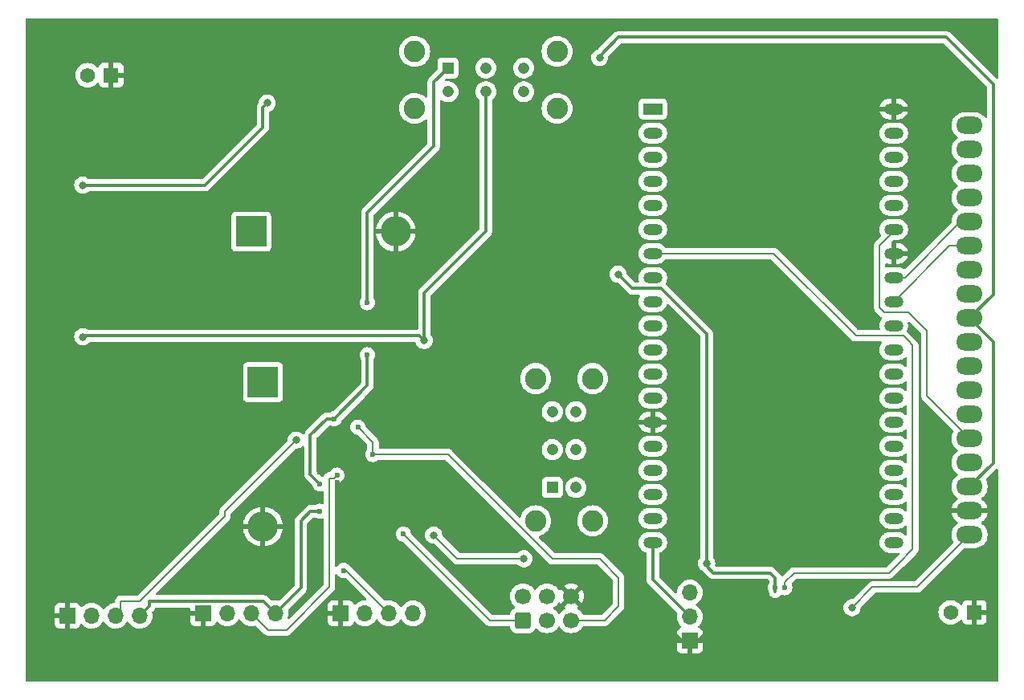
<source format=gbr>
%TF.GenerationSoftware,KiCad,Pcbnew,8.0.8*%
%TF.CreationDate,2025-02-25T19:57:37-05:00*%
%TF.ProjectId,draft,64726166-742e-46b6-9963-61645f706362,rev?*%
%TF.SameCoordinates,Original*%
%TF.FileFunction,Copper,L2,Bot*%
%TF.FilePolarity,Positive*%
%FSLAX46Y46*%
G04 Gerber Fmt 4.6, Leading zero omitted, Abs format (unit mm)*
G04 Created by KiCad (PCBNEW 8.0.8) date 2025-02-25 19:57:37*
%MOMM*%
%LPD*%
G01*
G04 APERTURE LIST*
G04 Aperture macros list*
%AMRoundRect*
0 Rectangle with rounded corners*
0 $1 Rounding radius*
0 $2 $3 $4 $5 $6 $7 $8 $9 X,Y pos of 4 corners*
0 Add a 4 corners polygon primitive as box body*
4,1,4,$2,$3,$4,$5,$6,$7,$8,$9,$2,$3,0*
0 Add four circle primitives for the rounded corners*
1,1,$1+$1,$2,$3*
1,1,$1+$1,$4,$5*
1,1,$1+$1,$6,$7*
1,1,$1+$1,$8,$9*
0 Add four rect primitives between the rounded corners*
20,1,$1+$1,$2,$3,$4,$5,0*
20,1,$1+$1,$4,$5,$6,$7,0*
20,1,$1+$1,$6,$7,$8,$9,0*
20,1,$1+$1,$8,$9,$2,$3,0*%
G04 Aperture macros list end*
%TA.AperFunction,ComponentPad*%
%ADD10R,1.700000X1.700000*%
%TD*%
%TA.AperFunction,ComponentPad*%
%ADD11O,1.700000X1.700000*%
%TD*%
%TA.AperFunction,ComponentPad*%
%ADD12O,2.800000X1.800000*%
%TD*%
%TA.AperFunction,ComponentPad*%
%ADD13R,1.208000X1.208000*%
%TD*%
%TA.AperFunction,ComponentPad*%
%ADD14C,1.208000*%
%TD*%
%TA.AperFunction,ComponentPad*%
%ADD15C,2.250000*%
%TD*%
%TA.AperFunction,ComponentPad*%
%ADD16RoundRect,0.250000X0.600000X-0.600000X0.600000X0.600000X-0.600000X0.600000X-0.600000X-0.600000X0*%
%TD*%
%TA.AperFunction,ComponentPad*%
%ADD17C,1.700000*%
%TD*%
%TA.AperFunction,ComponentPad*%
%ADD18R,1.575000X1.575000*%
%TD*%
%TA.AperFunction,ComponentPad*%
%ADD19C,1.575000*%
%TD*%
%TA.AperFunction,ComponentPad*%
%ADD20R,3.200000X3.200000*%
%TD*%
%TA.AperFunction,ComponentPad*%
%ADD21O,3.200000X3.200000*%
%TD*%
%TA.AperFunction,ComponentPad*%
%ADD22R,2.000000X1.200000*%
%TD*%
%TA.AperFunction,ComponentPad*%
%ADD23O,2.000000X1.200000*%
%TD*%
%TA.AperFunction,ViaPad*%
%ADD24C,0.600000*%
%TD*%
%TA.AperFunction,ViaPad*%
%ADD25C,0.800000*%
%TD*%
%TA.AperFunction,Conductor*%
%ADD26C,0.300000*%
%TD*%
%TA.AperFunction,Conductor*%
%ADD27C,0.200000*%
%TD*%
G04 APERTURE END LIST*
D10*
%TO.P,J4,1,Pin_1*%
%TO.N,GND*%
X124700000Y-111250700D03*
D11*
%TO.P,J4,2,Pin_2*%
%TO.N,Net-(J4-Pin_2)*%
X127240000Y-111250700D03*
%TO.P,J4,3,Pin_3*%
%TO.N,Net-(J4-Pin_3)*%
X129780000Y-111250700D03*
%TO.P,J4,4,Pin_4*%
%TO.N,5V*%
X132320000Y-111250700D03*
%TD*%
D12*
%TO.P,U4,1,VIN*%
%TO.N,Net-(U4-VIN)*%
X205500000Y-102980000D03*
%TO.P,U4,2,GND*%
%TO.N,GND*%
X205500000Y-100440000D03*
%TO.P,U4,3,VDD*%
%TO.N,5V*%
X205500000Y-97900000D03*
%TO.P,U4,4,M1IN2*%
%TO.N,Net-(U1-GPIO22)*%
X205500000Y-95360000D03*
%TO.P,U4,5,M1IN1*%
%TO.N,Net-(U1-GPIO21)*%
X205500000Y-92820000D03*
%TO.P,U4,6,PWM1*%
%TO.N,Net-(U1-GPIO23)*%
X205500000Y-90280000D03*
%TO.P,U4,7,-(PWM1)*%
%TO.N,unconnected-(U4--(PWM1)-Pad7)*%
X205500000Y-87740000D03*
%TO.P,U4,8,-(M1SF)*%
%TO.N,unconnected-(U4--(M1SF)-Pad8)*%
X205500000Y-85200000D03*
%TO.P,U4,9,M1FB*%
%TO.N,unconnected-(U4-M1FB-Pad9)*%
X205500000Y-82660000D03*
%TO.P,U4,10,EN*%
%TO.N,5V*%
X205500000Y-80120000D03*
%TO.P,U4,11,SLEW*%
%TO.N,unconnected-(U4-SLEW-Pad11)*%
X205500000Y-77580000D03*
%TO.P,U4,12,INV*%
%TO.N,unconnected-(U4-INV-Pad12)*%
X205500000Y-75040000D03*
%TO.P,U4,13,M2IN2*%
%TO.N,Net-(U1-GPIO18)*%
X205500000Y-72500000D03*
%TO.P,U4,14,M2IN1*%
%TO.N,Net-(U1-GPIO19)*%
X205500000Y-69960000D03*
%TO.P,U4,15,PWM2*%
%TO.N,Net-(U1-GPIO5)*%
X205500000Y-67420000D03*
%TO.P,U4,16,-(PWM2)*%
%TO.N,unconnected-(U4--(PWM2)-Pad16)*%
X205500000Y-64880000D03*
%TO.P,U4,17,-(M2SF)*%
%TO.N,unconnected-(U4--(M2SF)-Pad17)*%
X205500000Y-62340000D03*
%TO.P,U4,18,M2FB*%
%TO.N,unconnected-(U4-M2FB-Pad18)*%
X205500000Y-59800000D03*
%TD*%
D13*
%TO.P,S3,1*%
%TO.N,5V*%
X150500000Y-53750000D03*
D14*
%TO.P,S3,2*%
%TO.N,5V0*%
X154500000Y-53750000D03*
%TO.P,S3,3*%
%TO.N,unconnected-(S3-Pad3)*%
X158500000Y-53750000D03*
%TO.P,S3,4*%
%TO.N,3V3*%
X150500000Y-56250000D03*
%TO.P,S3,5*%
%TO.N,3V30*%
X154500000Y-56250000D03*
%TO.P,S3,6*%
%TO.N,unconnected-(S3-Pad6)*%
X158500000Y-56250000D03*
D15*
%TO.P,S3,SH1*%
%TO.N,N/C*%
X147000000Y-52000000D03*
%TO.P,S3,SH2*%
X162000000Y-52000000D03*
%TO.P,S3,SH3*%
X162000000Y-58000000D03*
%TO.P,S3,SH4*%
X147000000Y-58000000D03*
%TD*%
D16*
%TO.P,J7,1,MISO*%
%TO.N,MISO*%
X158420000Y-112000000D03*
D17*
%TO.P,J7,2,VCC*%
%TO.N,5V*%
X158420000Y-109460000D03*
%TO.P,J7,3,SCK*%
%TO.N,SCK*%
X160960000Y-112000000D03*
%TO.P,J7,4,MOSI*%
%TO.N,MOSI*%
X160960000Y-109460000D03*
%TO.P,J7,5,~{RST}*%
%TO.N,RST*%
X163500000Y-112000000D03*
%TO.P,J7,6,GND*%
%TO.N,GND*%
X163500000Y-109460000D03*
%TD*%
D18*
%TO.P,J1,1,1*%
%TO.N,GND*%
X115000000Y-54500000D03*
D19*
%TO.P,J1,2,2*%
%TO.N,BTRY*%
X112500000Y-54500000D03*
%TD*%
D10*
%TO.P,J3,1,Pin_1*%
%TO.N,GND*%
X110380000Y-111500000D03*
D11*
%TO.P,J3,2,Pin_2*%
%TO.N,Net-(J3-Pin_2)*%
X112920000Y-111500000D03*
%TO.P,J3,3,Pin_3*%
%TO.N,Net-(J3-Pin_3)*%
X115460000Y-111500000D03*
%TO.P,J3,4,Pin_4*%
%TO.N,5V*%
X118000000Y-111500000D03*
%TD*%
D10*
%TO.P,J5,1,Pin_1*%
%TO.N,GND*%
X139200000Y-111250700D03*
D11*
%TO.P,J5,2,Pin_2*%
%TO.N,Net-(J5-Pin_2)*%
X141740000Y-111250700D03*
%TO.P,J5,3,Pin_3*%
%TO.N,Net-(J5-Pin_3)*%
X144280000Y-111250700D03*
%TO.P,J5,4,Pin_4*%
%TO.N,5V*%
X146820000Y-111250700D03*
%TD*%
D18*
%TO.P,J8,1,1*%
%TO.N,GND*%
X206000000Y-111160000D03*
D19*
%TO.P,J8,2,2*%
%TO.N,BTRY*%
X203500000Y-111160000D03*
%TD*%
D20*
%TO.P,D1,1,K*%
%TO.N,Net-(D1-K)*%
X129760000Y-71000000D03*
D21*
%TO.P,D1,2,A*%
%TO.N,GND*%
X145000000Y-71000000D03*
%TD*%
D22*
%TO.P,U1,1,3V3*%
%TO.N,Net-(U1-3V3)*%
X172100000Y-58060000D03*
D23*
%TO.P,U1,2,CHIP_PU*%
%TO.N,Net-(U1-CHIP_PU)*%
X172100000Y-60600000D03*
%TO.P,U1,3,SENSOR_VP/GPIO36/ADC1_CH0*%
%TO.N,unconnected-(U1-SENSOR_VP{slash}GPIO36{slash}ADC1_CH0-Pad3)*%
X172100000Y-63140000D03*
%TO.P,U1,4,SENSOR_VN/GPIO39/ADC1_CH3*%
%TO.N,unconnected-(U1-SENSOR_VN{slash}GPIO39{slash}ADC1_CH3-Pad4)*%
X172100000Y-65680000D03*
%TO.P,U1,5,VDET_1/GPIO34/ADC1_CH6*%
%TO.N,unconnected-(U1-VDET_1{slash}GPIO34{slash}ADC1_CH6-Pad5)*%
X172100000Y-68220000D03*
%TO.P,U1,6,VDET_2/GPIO35/ADC1_CH7*%
%TO.N,unconnected-(U1-VDET_2{slash}GPIO35{slash}ADC1_CH7-Pad6)*%
X172100000Y-70760000D03*
%TO.P,U1,7,32K_XP/GPIO32/ADC1_CH4*%
%TO.N,SDA*%
X172100000Y-73300000D03*
%TO.P,U1,8,32K_XN/GPIO33/ADC1_CH5*%
%TO.N,SCL*%
X172100000Y-75840000D03*
%TO.P,U1,9,DAC_1/ADC2_CH8/GPIO25*%
%TO.N,unconnected-(U1-DAC_1{slash}ADC2_CH8{slash}GPIO25-Pad9)*%
X172100000Y-78380000D03*
%TO.P,U1,10,DAC_2/ADC2_CH9/GPIO26*%
%TO.N,unconnected-(U1-DAC_2{slash}ADC2_CH9{slash}GPIO26-Pad10)*%
X172100000Y-80920000D03*
%TO.P,U1,11,ADC2_CH7/GPIO27*%
%TO.N,unconnected-(U1-ADC2_CH7{slash}GPIO27-Pad11)*%
X172100000Y-83460000D03*
%TO.P,U1,12,MTMS/GPIO14/ADC2_CH6*%
%TO.N,unconnected-(U1-MTMS{slash}GPIO14{slash}ADC2_CH6-Pad12)*%
X172100000Y-86000000D03*
%TO.P,U1,13,MTDI/GPIO12/ADC2_CH5*%
%TO.N,unconnected-(U1-MTDI{slash}GPIO12{slash}ADC2_CH5-Pad13)*%
X172100000Y-88540000D03*
%TO.P,U1,14,GND*%
%TO.N,GND*%
X172100000Y-91080000D03*
%TO.P,U1,15,MTCK/GPIO13/ADC2_CH4*%
%TO.N,unconnected-(U1-MTCK{slash}GPIO13{slash}ADC2_CH4-Pad15)*%
X172100000Y-93620000D03*
%TO.P,U1,16,SD_DATA2/GPIO9*%
%TO.N,unconnected-(U1-SD_DATA2{slash}GPIO9-Pad16)*%
X172100000Y-96160000D03*
%TO.P,U1,17,SD_DATA3/GPIO10*%
%TO.N,unconnected-(U1-SD_DATA3{slash}GPIO10-Pad17)*%
X172100000Y-98700000D03*
%TO.P,U1,18,CMD*%
%TO.N,unconnected-(U1-CMD-Pad18)*%
X172100000Y-101240000D03*
%TO.P,U1,19,5V*%
%TO.N,5V*%
X172100000Y-103780000D03*
%TO.P,U1,20,SD_CLK/GPIO6*%
%TO.N,unconnected-(U1-SD_CLK{slash}GPIO6-Pad20)*%
X197496320Y-103777280D03*
%TO.P,U1,21,SD_DATA0/GPIO7*%
%TO.N,unconnected-(U1-SD_DATA0{slash}GPIO7-Pad21)*%
X197496320Y-101237280D03*
%TO.P,U1,22,SD_DATA1/GPIO8*%
%TO.N,unconnected-(U1-SD_DATA1{slash}GPIO8-Pad22)*%
X197500000Y-98700000D03*
%TO.P,U1,23,MTDO/GPIO15/ADC2_CH3*%
%TO.N,unconnected-(U1-MTDO{slash}GPIO15{slash}ADC2_CH3-Pad23)*%
X197500000Y-96160000D03*
%TO.P,U1,24,ADC2_CH2/GPIO2*%
%TO.N,unconnected-(U1-ADC2_CH2{slash}GPIO2-Pad24)*%
X197500000Y-93620000D03*
%TO.P,U1,25,GPIO0/BOOT/ADC2_CH1*%
%TO.N,unconnected-(U1-GPIO0{slash}BOOT{slash}ADC2_CH1-Pad25)*%
X197500000Y-91080000D03*
%TO.P,U1,26,ADC2_CH0/GPIO4*%
%TO.N,Net-(J2-Pin_3)*%
X197500000Y-88540000D03*
%TO.P,U1,27,GPIO16*%
%TO.N,Net-(U1-GPIO16)*%
X197500000Y-86000000D03*
%TO.P,U1,28,GPIO17*%
%TO.N,Net-(U1-GPIO17)*%
X197500000Y-83460000D03*
%TO.P,U1,29,GPIO5*%
%TO.N,Net-(U1-GPIO5)*%
X197500000Y-80920000D03*
%TO.P,U1,30,GPIO18*%
%TO.N,Net-(U1-GPIO18)*%
X197500000Y-78380000D03*
%TO.P,U1,31,GPIO19*%
%TO.N,Net-(U1-GPIO19)*%
X197500000Y-75840000D03*
%TO.P,U1,32,GND*%
%TO.N,GND*%
X197500000Y-73300000D03*
%TO.P,U1,33,GPIO21*%
%TO.N,Net-(U1-GPIO21)*%
X197500000Y-70760000D03*
%TO.P,U1,34,U0RXD/GPIO3*%
%TO.N,unconnected-(U1-U0RXD{slash}GPIO3-Pad34)*%
X197500000Y-68220000D03*
%TO.P,U1,35,U0TXD/GPIO1*%
%TO.N,unconnected-(U1-U0TXD{slash}GPIO1-Pad35)*%
X197500000Y-65680000D03*
%TO.P,U1,36,GPIO22*%
%TO.N,Net-(U1-GPIO22)*%
X197500000Y-63140000D03*
%TO.P,U1,37,GPIO23*%
%TO.N,Net-(U1-GPIO23)*%
X197500000Y-60600000D03*
%TO.P,U1,38,GND*%
%TO.N,GND*%
X197500000Y-58060000D03*
%TD*%
D20*
%TO.P,D2,1,K*%
%TO.N,Net-(D2-K)*%
X131000000Y-86880000D03*
D21*
%TO.P,D2,2,A*%
%TO.N,GND*%
X131000000Y-102120000D03*
%TD*%
D10*
%TO.P,J2,1,Pin_1*%
%TO.N,GND*%
X176000000Y-114160000D03*
D11*
%TO.P,J2,2,Pin_2*%
%TO.N,5V*%
X176000000Y-111620000D03*
%TO.P,J2,3,Pin_3*%
%TO.N,Net-(J2-Pin_3)*%
X176000000Y-109080000D03*
%TD*%
D13*
%TO.P,S2,1*%
%TO.N,Net-(R6-Pad1)*%
X161500000Y-98000000D03*
D14*
%TO.P,S2,2*%
%TO.N,Net-(U5-PD1)*%
X161500000Y-94000000D03*
%TO.P,S2,3*%
%TO.N,Net-(R16-Pad2)*%
X161500000Y-90000000D03*
%TO.P,S2,4*%
%TO.N,Net-(R2-Pad1)*%
X164000000Y-98000000D03*
%TO.P,S2,5*%
%TO.N,Net-(U5-PD0)*%
X164000000Y-94000000D03*
%TO.P,S2,6*%
%TO.N,Net-(R17-Pad2)*%
X164000000Y-90000000D03*
D15*
%TO.P,S2,SH1*%
%TO.N,N/C*%
X159750000Y-101500000D03*
%TO.P,S2,SH2*%
X159750000Y-86500000D03*
%TO.P,S2,SH3*%
X165750000Y-86500000D03*
%TO.P,S2,SH4*%
X165750000Y-101500000D03*
%TD*%
D24*
%TO.N,GND*%
X138800800Y-99099198D03*
X167750700Y-96000000D03*
D25*
%TO.N,3V3*%
X168450000Y-75500000D03*
D24*
%TO.N,5V*%
X142000000Y-78500000D03*
X142000000Y-84000000D03*
X137000000Y-100500000D03*
%TO.N,3V3*%
X185000001Y-108561500D03*
D25*
X177774700Y-106000000D03*
D24*
%TO.N,5V*%
X137000000Y-97622300D03*
X138500000Y-90750700D03*
D25*
%TO.N,GND*%
X168202396Y-69500000D03*
X121150000Y-80400000D03*
X176225300Y-106000000D03*
X123500000Y-61500000D03*
X123500000Y-64500000D03*
D24*
X149500000Y-99877700D03*
X149500000Y-96377700D03*
D25*
X112000000Y-80400000D03*
X118500000Y-64500000D03*
X123500000Y-77500000D03*
X118695033Y-80666797D03*
D24*
X137000000Y-96377700D03*
D25*
X112000000Y-64400000D03*
D24*
X141000000Y-90377700D03*
X143000000Y-108000000D03*
D25*
X112000000Y-83800000D03*
X123557116Y-80545849D03*
X121000000Y-62000000D03*
X153000000Y-101050000D03*
X118725000Y-67175000D03*
X123500000Y-67500000D03*
X121150000Y-64400000D03*
X123500000Y-83500000D03*
X202325000Y-55500000D03*
D24*
X128000000Y-108000000D03*
D25*
X171000000Y-52660000D03*
D24*
X147199198Y-98299200D03*
D25*
X118725000Y-77625000D03*
X168725000Y-79500000D03*
X118725000Y-61625000D03*
X160774700Y-61000000D03*
X141500000Y-57500000D03*
X112000000Y-67800000D03*
D24*
X184000000Y-108561500D03*
D25*
X118725000Y-83175000D03*
X125700000Y-53500000D03*
X197500000Y-110660000D03*
X121000000Y-67500000D03*
D24*
X137000000Y-101744600D03*
D25*
X121500000Y-96500000D03*
X133500000Y-79000000D03*
D24*
X138800800Y-97499199D03*
D25*
%TO.N,5V*%
X166500000Y-52660000D03*
D24*
%TO.N,RST*%
X141000000Y-91622300D03*
X142600000Y-94500000D03*
D25*
%TO.N,Net-(U4-VIN)*%
X193100000Y-110660000D03*
%TO.N,Net-(J3-Pin_3)*%
X134500000Y-93000000D03*
D24*
%TO.N,Net-(J4-Pin_3)*%
X138800800Y-96699198D03*
%TO.N,Net-(J5-Pin_3)*%
X139500000Y-106750700D03*
%TO.N,SDA*%
X185999999Y-108561500D03*
D25*
%TO.N,SCK*%
X158500000Y-105500000D03*
X148988850Y-103011150D03*
D24*
%TO.N,MISO*%
X145799998Y-102898398D03*
D25*
%TO.N,5V0*%
X112000000Y-66100000D03*
X131450000Y-57450000D03*
%TO.N,3V30*%
X148000000Y-82500000D03*
X112000000Y-82100000D03*
%TD*%
D26*
%TO.N,3V3*%
X177774700Y-81774700D02*
X173000000Y-77000000D01*
X177774700Y-106000000D02*
X177774700Y-81774700D01*
X184500000Y-107000000D02*
X185000001Y-107500001D01*
X178500000Y-107000000D02*
X184500000Y-107000000D01*
X185000001Y-107500001D02*
X185000001Y-108561500D01*
X177774700Y-106274700D02*
X178500000Y-107000000D01*
X177774700Y-106000000D02*
X177774700Y-106274700D01*
X173000000Y-77000000D02*
X169950000Y-77000000D01*
X169950000Y-77000000D02*
X168450000Y-75500000D01*
%TO.N,5V*%
X136000000Y-100500000D02*
X137000000Y-100500000D01*
X135000000Y-101500000D02*
X136000000Y-100500000D01*
X136000000Y-96622300D02*
X137000000Y-97622300D01*
X136000000Y-92500000D02*
X136000000Y-96622300D01*
X137749300Y-90750700D02*
X136000000Y-92500000D01*
X138500000Y-90750700D02*
X137749300Y-90750700D01*
X142000000Y-87250700D02*
X142000000Y-84000000D01*
X138500000Y-90750700D02*
X142000000Y-87250700D01*
X142000000Y-69000000D02*
X142000000Y-78500000D01*
X149000000Y-62000000D02*
X142000000Y-69000000D01*
X149000000Y-55250000D02*
X149000000Y-62000000D01*
X150500000Y-53750000D02*
X149000000Y-55250000D01*
X132320000Y-111250700D02*
X135000000Y-108570700D01*
X131069300Y-110000000D02*
X119000000Y-110000000D01*
X119000000Y-110500000D02*
X118000000Y-111500000D01*
X132320000Y-111250700D02*
X131069300Y-110000000D01*
X146820000Y-111820000D02*
X146820000Y-111250700D01*
X119000000Y-110000000D02*
X119000000Y-110500000D01*
%TO.N,3V3*%
X185000001Y-108561500D02*
X185000001Y-108999999D01*
%TO.N,GND*%
X175160000Y-114160000D02*
X174500000Y-113500000D01*
X176840000Y-114160000D02*
X176000000Y-114160000D01*
X176840000Y-114160000D02*
X177500000Y-113500000D01*
X176000000Y-114160000D02*
X175160000Y-114160000D01*
%TO.N,5V*%
X208000000Y-95400000D02*
X205500000Y-97900000D01*
X168500000Y-50500000D02*
X203000000Y-50500000D01*
X166500000Y-52500000D02*
X168500000Y-50500000D01*
X208000000Y-77620000D02*
X205500000Y-80120000D01*
X166500000Y-52660000D02*
X166500000Y-52500000D01*
X172100000Y-107720000D02*
X176000000Y-111620000D01*
X205500000Y-80120000D02*
X208000000Y-82620000D01*
X203000000Y-50500000D02*
X208000000Y-55500000D01*
X208000000Y-55500000D02*
X208000000Y-77620000D01*
X172100000Y-103780000D02*
X172100000Y-107720000D01*
X208000000Y-82620000D02*
X208000000Y-95400000D01*
D27*
%TO.N,RST*%
X167000000Y-112000000D02*
X163500000Y-112000000D01*
X166500000Y-105500000D02*
X168500000Y-107500000D01*
X168500000Y-107500000D02*
X168500000Y-110500000D01*
X142600000Y-93222300D02*
X141000000Y-91622300D01*
X150500000Y-94500000D02*
X161500000Y-105500000D01*
X161500000Y-105500000D02*
X166500000Y-105500000D01*
X142600000Y-94500000D02*
X150500000Y-94500000D01*
X168500000Y-110500000D02*
X167000000Y-112000000D01*
X142600000Y-94500000D02*
X142600000Y-93222300D01*
%TO.N,Net-(U4-VIN)*%
X193100000Y-110660000D02*
X195260000Y-108500000D01*
X199980000Y-108500000D02*
X205500000Y-102980000D01*
X195260000Y-108500000D02*
X199980000Y-108500000D01*
%TO.N,Net-(J3-Pin_3)*%
X134500000Y-93000000D02*
X127000000Y-100500000D01*
X115460000Y-111500000D02*
X116000000Y-111500000D01*
X127000000Y-101000000D02*
X118000000Y-110000000D01*
X127000000Y-100500000D02*
X127000000Y-101000000D01*
X118000000Y-110000000D02*
X116000000Y-110000000D01*
X116000000Y-110960000D02*
X115460000Y-111500000D01*
X116000000Y-110000000D02*
X116000000Y-110960000D01*
%TO.N,Net-(J4-Pin_3)*%
X129780000Y-111250700D02*
X131529300Y-113000000D01*
X131529300Y-113000000D02*
X133500000Y-113000000D01*
X138499998Y-97000000D02*
X138800800Y-96699198D01*
X138000000Y-97000000D02*
X138499998Y-97000000D01*
X133500000Y-113000000D02*
X138000000Y-108500000D01*
X138000000Y-108500000D02*
X138000000Y-97000000D01*
%TO.N,Net-(J5-Pin_3)*%
X139780000Y-106750700D02*
X144280000Y-111250700D01*
X139500000Y-106750700D02*
X139780000Y-106750700D01*
%TO.N,SDA*%
X198500000Y-82000000D02*
X199000000Y-82500000D01*
X184800000Y-73300000D02*
X193500000Y-82000000D01*
X199500000Y-104500000D02*
X198000000Y-106000000D01*
X197000000Y-107000000D02*
X187000000Y-107000000D01*
X186000000Y-108000000D02*
X186000000Y-108500000D01*
X199000000Y-82500000D02*
X199500000Y-83000000D01*
X187000000Y-107000000D02*
X186000000Y-108000000D01*
X198000000Y-106000000D02*
X197000000Y-107000000D01*
X193500000Y-82000000D02*
X198500000Y-82000000D01*
X199500000Y-83500000D02*
X199500000Y-104500000D01*
X172100000Y-73300000D02*
X184800000Y-73300000D01*
X199500000Y-83000000D02*
X199500000Y-83500000D01*
%TO.N,SCK*%
X158500000Y-105500000D02*
X151477700Y-105500000D01*
X151477700Y-105500000D02*
X148988850Y-103011150D01*
%TO.N,MISO*%
X154901600Y-112000000D02*
X158420000Y-112000000D01*
X145799998Y-102898398D02*
X154901600Y-112000000D01*
%TO.N,Net-(U1-GPIO19)*%
X204540000Y-69960000D02*
X205500000Y-69960000D01*
X198660000Y-75840000D02*
X204540000Y-69960000D01*
X197500000Y-75840000D02*
X198660000Y-75840000D01*
%TO.N,Net-(U1-GPIO18)*%
X203380000Y-72500000D02*
X205500000Y-72500000D01*
X197500000Y-78380000D02*
X203380000Y-72500000D01*
%TO.N,Net-(U1-GPIO21)*%
X199000000Y-79500000D02*
X201000000Y-81500000D01*
X201000000Y-88320000D02*
X205500000Y-92820000D01*
X201000000Y-81500000D02*
X201000000Y-88320000D01*
X197500000Y-71000000D02*
X196000000Y-72500000D01*
X196000000Y-79000000D02*
X196500000Y-79500000D01*
X197500000Y-70760000D02*
X197500000Y-71000000D01*
X196500000Y-79500000D02*
X199000000Y-79500000D01*
X196000000Y-72500000D02*
X196000000Y-79000000D01*
D26*
%TO.N,5V0*%
X124900000Y-66100000D02*
X131000000Y-60000000D01*
X112000000Y-66100000D02*
X124900000Y-66100000D01*
X131000000Y-60000000D02*
X131000000Y-57900000D01*
X131000000Y-57900000D02*
X131450000Y-57450000D01*
%TO.N,3V30*%
X112100000Y-82000000D02*
X147500000Y-82000000D01*
X147500000Y-82000000D02*
X148000000Y-82500000D01*
X112000000Y-82100000D02*
X112100000Y-82000000D01*
X148000000Y-82500000D02*
X148000000Y-77500000D01*
X148000000Y-77500000D02*
X154500000Y-71000000D01*
X154500000Y-71000000D02*
X154500000Y-56250000D01*
%TO.N,5V*%
X135000000Y-108570700D02*
X135000000Y-101500000D01*
%TD*%
%TA.AperFunction,Conductor*%
%TO.N,GND*%
G36*
X136560904Y-101169506D02*
G01*
X136650477Y-101225789D01*
X136650481Y-101225790D01*
X136820737Y-101285366D01*
X136820743Y-101285367D01*
X136820745Y-101285368D01*
X136820746Y-101285368D01*
X136820750Y-101285369D01*
X136999996Y-101305565D01*
X137000000Y-101305565D01*
X137000004Y-101305565D01*
X137179249Y-101285369D01*
X137179250Y-101285368D01*
X137179255Y-101285368D01*
X137234545Y-101266020D01*
X137304322Y-101262458D01*
X137364950Y-101297186D01*
X137397178Y-101359179D01*
X137399500Y-101383062D01*
X137399500Y-108199903D01*
X137379815Y-108266942D01*
X137363181Y-108287584D01*
X133791912Y-111858852D01*
X133730589Y-111892337D01*
X133660897Y-111887353D01*
X133604964Y-111845481D01*
X133580547Y-111780017D01*
X133591851Y-111718762D01*
X133593903Y-111714363D01*
X133655063Y-111486108D01*
X133675659Y-111250700D01*
X133655063Y-111015292D01*
X133635614Y-110942707D01*
X133637277Y-110872862D01*
X133667706Y-110822938D01*
X135505276Y-108985370D01*
X135576465Y-108878827D01*
X135625501Y-108760444D01*
X135631202Y-108731784D01*
X135650500Y-108634769D01*
X135650500Y-101820808D01*
X135670185Y-101753769D01*
X135686819Y-101733127D01*
X136233127Y-101186819D01*
X136294450Y-101153334D01*
X136320808Y-101150500D01*
X136494932Y-101150500D01*
X136560904Y-101169506D01*
G37*
%TD.AperFunction*%
%TA.AperFunction,Conductor*%
G36*
X135262693Y-93607050D02*
G01*
X135320741Y-93645937D01*
X135348551Y-93710033D01*
X135349500Y-93725341D01*
X135349500Y-96686370D01*
X135364246Y-96760499D01*
X135364246Y-96760501D01*
X135374497Y-96812036D01*
X135374499Y-96812044D01*
X135419606Y-96920943D01*
X135423535Y-96930427D01*
X135494723Y-97036969D01*
X135494726Y-97036973D01*
X135494727Y-97036974D01*
X136178277Y-97720523D01*
X136211762Y-97781846D01*
X136213815Y-97794312D01*
X136214630Y-97801546D01*
X136214632Y-97801555D01*
X136274210Y-97971821D01*
X136298339Y-98010222D01*
X136370184Y-98124562D01*
X136497738Y-98252116D01*
X136650478Y-98348089D01*
X136800843Y-98400704D01*
X136820745Y-98407668D01*
X136820750Y-98407669D01*
X136999996Y-98427865D01*
X137000000Y-98427865D01*
X137000004Y-98427865D01*
X137179249Y-98407669D01*
X137179250Y-98407668D01*
X137179255Y-98407668D01*
X137234545Y-98388320D01*
X137304322Y-98384758D01*
X137364950Y-98419486D01*
X137397178Y-98481479D01*
X137399500Y-98505362D01*
X137399500Y-99616936D01*
X137379815Y-99683975D01*
X137327011Y-99729730D01*
X137257853Y-99739674D01*
X137234547Y-99733978D01*
X137179260Y-99714633D01*
X137179249Y-99714630D01*
X137000004Y-99694435D01*
X136999996Y-99694435D01*
X136820750Y-99714630D01*
X136820737Y-99714633D01*
X136650481Y-99774209D01*
X136650477Y-99774210D01*
X136560904Y-99830494D01*
X136494932Y-99849500D01*
X135935929Y-99849500D01*
X135810261Y-99874497D01*
X135810251Y-99874500D01*
X135779341Y-99887303D01*
X135779342Y-99887304D01*
X135691877Y-99923532D01*
X135691863Y-99923540D01*
X135585332Y-99994721D01*
X135585325Y-99994727D01*
X134494725Y-101085328D01*
X134494724Y-101085329D01*
X134494723Y-101085331D01*
X134450639Y-101151309D01*
X134438480Y-101169506D01*
X134423535Y-101191872D01*
X134423533Y-101191875D01*
X134374499Y-101310255D01*
X134374497Y-101310261D01*
X134349500Y-101435928D01*
X134349500Y-108249891D01*
X134329815Y-108316930D01*
X134313181Y-108337572D01*
X132747762Y-109902990D01*
X132686439Y-109936475D01*
X132627989Y-109935084D01*
X132555416Y-109915639D01*
X132555412Y-109915638D01*
X132555408Y-109915637D01*
X132555406Y-109915636D01*
X132555403Y-109915636D01*
X132320001Y-109895041D01*
X132319999Y-109895041D01*
X132084590Y-109915637D01*
X132084589Y-109915637D01*
X132012008Y-109935084D01*
X131942158Y-109933420D01*
X131892236Y-109902990D01*
X131483974Y-109494727D01*
X131483973Y-109494726D01*
X131432003Y-109460001D01*
X131377427Y-109423535D01*
X131356027Y-109414671D01*
X131259044Y-109374499D01*
X131259038Y-109374497D01*
X131133371Y-109349500D01*
X131133369Y-109349500D01*
X119799097Y-109349500D01*
X119732058Y-109329815D01*
X119686303Y-109277011D01*
X119676359Y-109207853D01*
X119705384Y-109144297D01*
X119711416Y-109137819D01*
X121596273Y-107252962D01*
X126979235Y-101869999D01*
X128912192Y-101869999D01*
X128912193Y-101870000D01*
X130237639Y-101870000D01*
X130230743Y-101886649D01*
X130200000Y-102041207D01*
X130200000Y-102198793D01*
X130230743Y-102353351D01*
X130237639Y-102370000D01*
X128912193Y-102370000D01*
X128914697Y-102406619D01*
X128973146Y-102687888D01*
X128973150Y-102687902D01*
X129069355Y-102958595D01*
X129201527Y-103213676D01*
X129367204Y-103448385D01*
X129367204Y-103448386D01*
X129563288Y-103658341D01*
X129786135Y-103839641D01*
X129786146Y-103839648D01*
X130031607Y-103988917D01*
X130295108Y-104103371D01*
X130571737Y-104180879D01*
X130571746Y-104180881D01*
X130749999Y-104205380D01*
X130750000Y-104205380D01*
X130750000Y-102882360D01*
X130766649Y-102889257D01*
X130921207Y-102920000D01*
X131078793Y-102920000D01*
X131233351Y-102889257D01*
X131250000Y-102882360D01*
X131250000Y-104205380D01*
X131428253Y-104180881D01*
X131428262Y-104180879D01*
X131704891Y-104103371D01*
X131968392Y-103988917D01*
X132213853Y-103839648D01*
X132213864Y-103839641D01*
X132436711Y-103658341D01*
X132632795Y-103448386D01*
X132632795Y-103448385D01*
X132798472Y-103213676D01*
X132930644Y-102958595D01*
X133026849Y-102687902D01*
X133026853Y-102687888D01*
X133085302Y-102406619D01*
X133087807Y-102370000D01*
X131762361Y-102370000D01*
X131769257Y-102353351D01*
X131800000Y-102198793D01*
X131800000Y-102041207D01*
X131769257Y-101886649D01*
X131762361Y-101870000D01*
X133087807Y-101870000D01*
X133087807Y-101869999D01*
X133085302Y-101833380D01*
X133026853Y-101552111D01*
X133026849Y-101552097D01*
X132930644Y-101281404D01*
X132798472Y-101026323D01*
X132632795Y-100791614D01*
X132632795Y-100791613D01*
X132436711Y-100581658D01*
X132213864Y-100400358D01*
X132213853Y-100400351D01*
X131968392Y-100251082D01*
X131704891Y-100136628D01*
X131428262Y-100059120D01*
X131428255Y-100059119D01*
X131250000Y-100034618D01*
X131250000Y-101357639D01*
X131233351Y-101350743D01*
X131078793Y-101320000D01*
X130921207Y-101320000D01*
X130766649Y-101350743D01*
X130750000Y-101357639D01*
X130750000Y-100034618D01*
X130571744Y-100059119D01*
X130571737Y-100059120D01*
X130295108Y-100136628D01*
X130031607Y-100251082D01*
X129786146Y-100400351D01*
X129786135Y-100400358D01*
X129563288Y-100581658D01*
X129367204Y-100791613D01*
X129367204Y-100791614D01*
X129201527Y-101026323D01*
X129069355Y-101281404D01*
X128973150Y-101552097D01*
X128973146Y-101552111D01*
X128914697Y-101833380D01*
X128912192Y-101869999D01*
X126979235Y-101869999D01*
X127368713Y-101480521D01*
X127368716Y-101480520D01*
X127480520Y-101368716D01*
X127530639Y-101281904D01*
X127559577Y-101231785D01*
X127600500Y-101079057D01*
X127600500Y-100920943D01*
X127600500Y-100800097D01*
X127620185Y-100733058D01*
X127636819Y-100712416D01*
X134412417Y-93936819D01*
X134473740Y-93903334D01*
X134500098Y-93900500D01*
X134594644Y-93900500D01*
X134594646Y-93900500D01*
X134779803Y-93861144D01*
X134952730Y-93784151D01*
X135105871Y-93672888D01*
X135133351Y-93642368D01*
X135192836Y-93605721D01*
X135262693Y-93607050D01*
G37*
%TD.AperFunction*%
%TA.AperFunction,Conductor*%
G36*
X163034075Y-109652993D02*
G01*
X163099901Y-109767007D01*
X163192993Y-109860099D01*
X163307007Y-109925925D01*
X163370591Y-109942962D01*
X162738627Y-110574925D01*
X162814595Y-110628119D01*
X162858219Y-110682696D01*
X162865412Y-110752195D01*
X162833890Y-110814549D01*
X162814595Y-110831269D01*
X162628594Y-110961508D01*
X162461505Y-111128597D01*
X162331575Y-111314158D01*
X162276998Y-111357783D01*
X162207500Y-111364977D01*
X162145145Y-111333454D01*
X162128425Y-111314158D01*
X161998494Y-111128597D01*
X161831402Y-110961506D01*
X161831396Y-110961501D01*
X161645842Y-110831575D01*
X161602217Y-110776998D01*
X161595023Y-110707500D01*
X161626546Y-110645145D01*
X161645842Y-110628425D01*
X161712849Y-110581506D01*
X161831401Y-110498495D01*
X161998495Y-110331401D01*
X162128730Y-110145405D01*
X162183307Y-110101781D01*
X162252805Y-110094587D01*
X162315160Y-110126110D01*
X162331879Y-110145405D01*
X162385072Y-110221372D01*
X162385073Y-110221372D01*
X163017037Y-109589408D01*
X163034075Y-109652993D01*
G37*
%TD.AperFunction*%
%TA.AperFunction,Conductor*%
G36*
X208443039Y-48519685D02*
G01*
X208488794Y-48572489D01*
X208500000Y-48624000D01*
X208500000Y-54780691D01*
X208480315Y-54847730D01*
X208427511Y-54893485D01*
X208358353Y-54903429D01*
X208294797Y-54874404D01*
X208288319Y-54868372D01*
X203414673Y-49994726D01*
X203308131Y-49923538D01*
X203308127Y-49923535D01*
X203308122Y-49923533D01*
X203189744Y-49874499D01*
X203189738Y-49874497D01*
X203064071Y-49849500D01*
X203064069Y-49849500D01*
X168435931Y-49849500D01*
X168435929Y-49849500D01*
X168310261Y-49874497D01*
X168310255Y-49874499D01*
X168191875Y-49923533D01*
X168191866Y-49923538D01*
X168085331Y-49994723D01*
X168085327Y-49994726D01*
X166323636Y-51756416D01*
X166262313Y-51789901D01*
X166261739Y-51790025D01*
X166220194Y-51798856D01*
X166047270Y-51875848D01*
X166047265Y-51875851D01*
X165894129Y-51987111D01*
X165767466Y-52127785D01*
X165672821Y-52291715D01*
X165672818Y-52291722D01*
X165614327Y-52471740D01*
X165614326Y-52471744D01*
X165594540Y-52660000D01*
X165614326Y-52848256D01*
X165614327Y-52848259D01*
X165672818Y-53028277D01*
X165672821Y-53028284D01*
X165767467Y-53192216D01*
X165851058Y-53285053D01*
X165894129Y-53332888D01*
X166047265Y-53444148D01*
X166047270Y-53444151D01*
X166220192Y-53521142D01*
X166220197Y-53521144D01*
X166405354Y-53560500D01*
X166405355Y-53560500D01*
X166594644Y-53560500D01*
X166594646Y-53560500D01*
X166779803Y-53521144D01*
X166952730Y-53444151D01*
X167105871Y-53332888D01*
X167232533Y-53192216D01*
X167327179Y-53028284D01*
X167385674Y-52848256D01*
X167405460Y-52660000D01*
X167397802Y-52587143D01*
X167410371Y-52518415D01*
X167433439Y-52486505D01*
X168733126Y-51186819D01*
X168794449Y-51153334D01*
X168820807Y-51150500D01*
X202679192Y-51150500D01*
X202746231Y-51170185D01*
X202766873Y-51186819D01*
X207313181Y-55733127D01*
X207346666Y-55794450D01*
X207349500Y-55820808D01*
X207349500Y-58893120D01*
X207329815Y-58960159D01*
X207277011Y-59005914D01*
X207207853Y-59015858D01*
X207144297Y-58986833D01*
X207125182Y-58966005D01*
X207068247Y-58887641D01*
X207068243Y-58887636D01*
X206912363Y-58731756D01*
X206912358Y-58731752D01*
X206734025Y-58602187D01*
X206734024Y-58602186D01*
X206734022Y-58602185D01*
X206671096Y-58570122D01*
X206537606Y-58502104D01*
X206537603Y-58502103D01*
X206327952Y-58433985D01*
X206219086Y-58416742D01*
X206110222Y-58399500D01*
X204889778Y-58399500D01*
X204817201Y-58410995D01*
X204672047Y-58433985D01*
X204462396Y-58502103D01*
X204462393Y-58502104D01*
X204265974Y-58602187D01*
X204087641Y-58731752D01*
X204087636Y-58731756D01*
X203931756Y-58887636D01*
X203931752Y-58887641D01*
X203802187Y-59065974D01*
X203702104Y-59262393D01*
X203702103Y-59262396D01*
X203633985Y-59472047D01*
X203599500Y-59689778D01*
X203599500Y-59910221D01*
X203633985Y-60127952D01*
X203702103Y-60337603D01*
X203702104Y-60337606D01*
X203802187Y-60534025D01*
X203931752Y-60712358D01*
X203931756Y-60712363D01*
X204087636Y-60868243D01*
X204087641Y-60868247D01*
X204227254Y-60969682D01*
X204269920Y-61025012D01*
X204275899Y-61094625D01*
X204243293Y-61156420D01*
X204227254Y-61170318D01*
X204087641Y-61271752D01*
X204087636Y-61271756D01*
X203931756Y-61427636D01*
X203931752Y-61427641D01*
X203802187Y-61605974D01*
X203702104Y-61802393D01*
X203702103Y-61802396D01*
X203633985Y-62012047D01*
X203599500Y-62229778D01*
X203599500Y-62450221D01*
X203633985Y-62667952D01*
X203702103Y-62877603D01*
X203702104Y-62877606D01*
X203802187Y-63074025D01*
X203931752Y-63252358D01*
X203931756Y-63252363D01*
X204087636Y-63408243D01*
X204087641Y-63408247D01*
X204227254Y-63509682D01*
X204269920Y-63565012D01*
X204275899Y-63634625D01*
X204243293Y-63696420D01*
X204227254Y-63710318D01*
X204087641Y-63811752D01*
X204087636Y-63811756D01*
X203931756Y-63967636D01*
X203931752Y-63967641D01*
X203802187Y-64145974D01*
X203702104Y-64342393D01*
X203702103Y-64342396D01*
X203633985Y-64552047D01*
X203599500Y-64769778D01*
X203599500Y-64990221D01*
X203633985Y-65207952D01*
X203702103Y-65417603D01*
X203702104Y-65417606D01*
X203802187Y-65614025D01*
X203931752Y-65792358D01*
X203931756Y-65792363D01*
X204087636Y-65948243D01*
X204087641Y-65948247D01*
X204227254Y-66049682D01*
X204269920Y-66105012D01*
X204275899Y-66174625D01*
X204243293Y-66236420D01*
X204227254Y-66250318D01*
X204087641Y-66351752D01*
X204087636Y-66351756D01*
X203931756Y-66507636D01*
X203931752Y-66507641D01*
X203802187Y-66685974D01*
X203702104Y-66882393D01*
X203702103Y-66882396D01*
X203633985Y-67092047D01*
X203599500Y-67309778D01*
X203599500Y-67530221D01*
X203633985Y-67747952D01*
X203702103Y-67957603D01*
X203702104Y-67957606D01*
X203802187Y-68154025D01*
X203931752Y-68332358D01*
X203931756Y-68332363D01*
X204087636Y-68488243D01*
X204087641Y-68488247D01*
X204227254Y-68589682D01*
X204269920Y-68645012D01*
X204275899Y-68714625D01*
X204243293Y-68776420D01*
X204227254Y-68790318D01*
X204087641Y-68891752D01*
X204087636Y-68891756D01*
X203931756Y-69047636D01*
X203931752Y-69047641D01*
X203802187Y-69225974D01*
X203702104Y-69422393D01*
X203702103Y-69422396D01*
X203633985Y-69632047D01*
X203599500Y-69849778D01*
X203599500Y-69999902D01*
X203579815Y-70066941D01*
X203563181Y-70087583D01*
X198711073Y-74939690D01*
X198649750Y-74973175D01*
X198580058Y-74968191D01*
X198550507Y-74952327D01*
X198476792Y-74898770D01*
X198322447Y-74820128D01*
X198322446Y-74820127D01*
X198322445Y-74820127D01*
X198157701Y-74766598D01*
X198157699Y-74766597D01*
X198157698Y-74766597D01*
X198026271Y-74745781D01*
X197986611Y-74739500D01*
X197013389Y-74739500D01*
X196981192Y-74744599D01*
X196842301Y-74766597D01*
X196762818Y-74792423D01*
X196692977Y-74794418D01*
X196633144Y-74758337D01*
X196602316Y-74695636D01*
X196600500Y-74674492D01*
X196600500Y-74464982D01*
X196620185Y-74397943D01*
X196672989Y-74352188D01*
X196742147Y-74342244D01*
X196762819Y-74347051D01*
X196842415Y-74372914D01*
X197013429Y-74400000D01*
X197250000Y-74400000D01*
X197250000Y-73615686D01*
X197254394Y-73620080D01*
X197345606Y-73672741D01*
X197447339Y-73700000D01*
X197552661Y-73700000D01*
X197654394Y-73672741D01*
X197745606Y-73620080D01*
X197750000Y-73615686D01*
X197750000Y-74400000D01*
X197986571Y-74400000D01*
X198157584Y-74372914D01*
X198322257Y-74319408D01*
X198476524Y-74240804D01*
X198616602Y-74139032D01*
X198739032Y-74016602D01*
X198840804Y-73876524D01*
X198919408Y-73722255D01*
X198972914Y-73557584D01*
X198974115Y-73550000D01*
X197815686Y-73550000D01*
X197820080Y-73545606D01*
X197872741Y-73454394D01*
X197900000Y-73352661D01*
X197900000Y-73247339D01*
X197872741Y-73145606D01*
X197820080Y-73054394D01*
X197815686Y-73050000D01*
X198974115Y-73050000D01*
X198974115Y-73049999D01*
X198972914Y-73042415D01*
X198919408Y-72877744D01*
X198840804Y-72723475D01*
X198739032Y-72583397D01*
X198616602Y-72460967D01*
X198476524Y-72359195D01*
X198322257Y-72280591D01*
X198157584Y-72227085D01*
X197986571Y-72200000D01*
X197750000Y-72200000D01*
X197750000Y-72984314D01*
X197745606Y-72979920D01*
X197654394Y-72927259D01*
X197552661Y-72900000D01*
X197447339Y-72900000D01*
X197345606Y-72927259D01*
X197254394Y-72979920D01*
X197250000Y-72984314D01*
X197250000Y-72150597D01*
X197269685Y-72083558D01*
X197286319Y-72062916D01*
X197452416Y-71896819D01*
X197513739Y-71863334D01*
X197540097Y-71860500D01*
X197986610Y-71860500D01*
X197986611Y-71860500D01*
X198157701Y-71833402D01*
X198322445Y-71779873D01*
X198476788Y-71701232D01*
X198616928Y-71599414D01*
X198739414Y-71476928D01*
X198841232Y-71336788D01*
X198919873Y-71182445D01*
X198973402Y-71017701D01*
X199000500Y-70846611D01*
X199000500Y-70673389D01*
X198973402Y-70502299D01*
X198919873Y-70337555D01*
X198841232Y-70183212D01*
X198739414Y-70043072D01*
X198616928Y-69920586D01*
X198476788Y-69818768D01*
X198322445Y-69740127D01*
X198157701Y-69686598D01*
X198157699Y-69686597D01*
X198157698Y-69686597D01*
X198026271Y-69665781D01*
X197986611Y-69659500D01*
X197013389Y-69659500D01*
X196973728Y-69665781D01*
X196842302Y-69686597D01*
X196677552Y-69740128D01*
X196523211Y-69818768D01*
X196443256Y-69876859D01*
X196383072Y-69920586D01*
X196383070Y-69920588D01*
X196383069Y-69920588D01*
X196260588Y-70043069D01*
X196260588Y-70043070D01*
X196260586Y-70043072D01*
X196243244Y-70066941D01*
X196158768Y-70183211D01*
X196080128Y-70337552D01*
X196026597Y-70502302D01*
X196007788Y-70621058D01*
X195999500Y-70673389D01*
X195999500Y-70846611D01*
X196026598Y-71017701D01*
X196080127Y-71182445D01*
X196155471Y-71330318D01*
X196158771Y-71336793D01*
X196161832Y-71341007D01*
X196185310Y-71406814D01*
X196169483Y-71474867D01*
X196149193Y-71501570D01*
X195631286Y-72019478D01*
X195519481Y-72131282D01*
X195519479Y-72131285D01*
X195497286Y-72169724D01*
X195475093Y-72208165D01*
X195440423Y-72268215D01*
X195399499Y-72420943D01*
X195399499Y-72420945D01*
X195399499Y-72589046D01*
X195399500Y-72589059D01*
X195399500Y-78913330D01*
X195399499Y-78913348D01*
X195399499Y-79079054D01*
X195399498Y-79079054D01*
X195404288Y-79096929D01*
X195440423Y-79231785D01*
X195443728Y-79237509D01*
X195448567Y-79245892D01*
X195448569Y-79245894D01*
X195519477Y-79368712D01*
X195519479Y-79368715D01*
X195519480Y-79368716D01*
X195631284Y-79480520D01*
X195631285Y-79480521D01*
X196131284Y-79980520D01*
X196131286Y-79980521D01*
X196131290Y-79980524D01*
X196217020Y-80030020D01*
X196265236Y-80080586D01*
X196278460Y-80149193D01*
X196255339Y-80210292D01*
X196158770Y-80343208D01*
X196080128Y-80497552D01*
X196026597Y-80662302D01*
X195999500Y-80833389D01*
X195999500Y-81006610D01*
X196026597Y-81177698D01*
X196045925Y-81237182D01*
X196047920Y-81307023D01*
X196011840Y-81366856D01*
X195949139Y-81397684D01*
X195927994Y-81399500D01*
X193800097Y-81399500D01*
X193733058Y-81379815D01*
X193712416Y-81363181D01*
X185287590Y-72938355D01*
X185287588Y-72938352D01*
X185168717Y-72819481D01*
X185168716Y-72819480D01*
X185081904Y-72769360D01*
X185081904Y-72769359D01*
X185081900Y-72769358D01*
X185031785Y-72740423D01*
X184879057Y-72699499D01*
X184720943Y-72699499D01*
X184713347Y-72699499D01*
X184713331Y-72699500D01*
X173487185Y-72699500D01*
X173420146Y-72679815D01*
X173386867Y-72648386D01*
X173386502Y-72647883D01*
X173339414Y-72583072D01*
X173216928Y-72460586D01*
X173076788Y-72358768D01*
X172922445Y-72280127D01*
X172757701Y-72226598D01*
X172757699Y-72226597D01*
X172757698Y-72226597D01*
X172626271Y-72205781D01*
X172586611Y-72199500D01*
X171613389Y-72199500D01*
X171573728Y-72205781D01*
X171442302Y-72226597D01*
X171277552Y-72280128D01*
X171123211Y-72358768D01*
X171043256Y-72416859D01*
X170983072Y-72460586D01*
X170983070Y-72460588D01*
X170983069Y-72460588D01*
X170860588Y-72583069D01*
X170860588Y-72583070D01*
X170860586Y-72583072D01*
X170816859Y-72643256D01*
X170758768Y-72723211D01*
X170680128Y-72877552D01*
X170626597Y-73042302D01*
X170613840Y-73122848D01*
X170599500Y-73213389D01*
X170599500Y-73386611D01*
X170626598Y-73557701D01*
X170680127Y-73722445D01*
X170758768Y-73876788D01*
X170860586Y-74016928D01*
X170983072Y-74139414D01*
X171123212Y-74241232D01*
X171277555Y-74319873D01*
X171442299Y-74373402D01*
X171613389Y-74400500D01*
X171613390Y-74400500D01*
X172586610Y-74400500D01*
X172586611Y-74400500D01*
X172757701Y-74373402D01*
X172922445Y-74319873D01*
X173076788Y-74241232D01*
X173216928Y-74139414D01*
X173339414Y-74016928D01*
X173386868Y-73951613D01*
X173442197Y-73908949D01*
X173487185Y-73900500D01*
X184499903Y-73900500D01*
X184566942Y-73920185D01*
X184587584Y-73936819D01*
X193015139Y-82364374D01*
X193015149Y-82364385D01*
X193019479Y-82368715D01*
X193019480Y-82368716D01*
X193131284Y-82480520D01*
X193218095Y-82530639D01*
X193218097Y-82530641D01*
X193251243Y-82549778D01*
X193268215Y-82559577D01*
X193420943Y-82600501D01*
X193420946Y-82600501D01*
X193586653Y-82600501D01*
X193586669Y-82600500D01*
X196120807Y-82600500D01*
X196187846Y-82620185D01*
X196233601Y-82672989D01*
X196243545Y-82742147D01*
X196221125Y-82797384D01*
X196194015Y-82834698D01*
X196158768Y-82883211D01*
X196080128Y-83037552D01*
X196026597Y-83202302D01*
X195999500Y-83373389D01*
X195999500Y-83546610D01*
X196015950Y-83650476D01*
X196026598Y-83717701D01*
X196080127Y-83882445D01*
X196158768Y-84036788D01*
X196260586Y-84176928D01*
X196383072Y-84299414D01*
X196523212Y-84401232D01*
X196677555Y-84479873D01*
X196842299Y-84533402D01*
X197013389Y-84560500D01*
X197013390Y-84560500D01*
X197986610Y-84560500D01*
X197986611Y-84560500D01*
X198157701Y-84533402D01*
X198322445Y-84479873D01*
X198476788Y-84401232D01*
X198616928Y-84299414D01*
X198687819Y-84228523D01*
X198749142Y-84195038D01*
X198818834Y-84200022D01*
X198874767Y-84241894D01*
X198899184Y-84307358D01*
X198899500Y-84316204D01*
X198899500Y-85143796D01*
X198879815Y-85210835D01*
X198827011Y-85256590D01*
X198757853Y-85266534D01*
X198694297Y-85237509D01*
X198687819Y-85231477D01*
X198616930Y-85160588D01*
X198616928Y-85160586D01*
X198476788Y-85058768D01*
X198322445Y-84980127D01*
X198157701Y-84926598D01*
X198157699Y-84926597D01*
X198157698Y-84926597D01*
X198026271Y-84905781D01*
X197986611Y-84899500D01*
X197013389Y-84899500D01*
X196973728Y-84905781D01*
X196842302Y-84926597D01*
X196677552Y-84980128D01*
X196523211Y-85058768D01*
X196443256Y-85116859D01*
X196383072Y-85160586D01*
X196383070Y-85160588D01*
X196383069Y-85160588D01*
X196260588Y-85283069D01*
X196260588Y-85283070D01*
X196260586Y-85283072D01*
X196216859Y-85343256D01*
X196158768Y-85423211D01*
X196080128Y-85577552D01*
X196026597Y-85742302D01*
X196023832Y-85759760D01*
X195999500Y-85913389D01*
X195999500Y-86086611D01*
X196026598Y-86257701D01*
X196080127Y-86422445D01*
X196158768Y-86576788D01*
X196260586Y-86716928D01*
X196383072Y-86839414D01*
X196523212Y-86941232D01*
X196677555Y-87019873D01*
X196842299Y-87073402D01*
X197013389Y-87100500D01*
X197013390Y-87100500D01*
X197986610Y-87100500D01*
X197986611Y-87100500D01*
X198157701Y-87073402D01*
X198322445Y-87019873D01*
X198476788Y-86941232D01*
X198616928Y-86839414D01*
X198687819Y-86768523D01*
X198749142Y-86735038D01*
X198818834Y-86740022D01*
X198874767Y-86781894D01*
X198899184Y-86847358D01*
X198899500Y-86856204D01*
X198899500Y-87683796D01*
X198879815Y-87750835D01*
X198827011Y-87796590D01*
X198757853Y-87806534D01*
X198694297Y-87777509D01*
X198687819Y-87771477D01*
X198616930Y-87700588D01*
X198616928Y-87700586D01*
X198476788Y-87598768D01*
X198322445Y-87520127D01*
X198157701Y-87466598D01*
X198157699Y-87466597D01*
X198157698Y-87466597D01*
X198026271Y-87445781D01*
X197986611Y-87439500D01*
X197013389Y-87439500D01*
X196973728Y-87445781D01*
X196842302Y-87466597D01*
X196677552Y-87520128D01*
X196523211Y-87598768D01*
X196448630Y-87652955D01*
X196383072Y-87700586D01*
X196383070Y-87700588D01*
X196383069Y-87700588D01*
X196260588Y-87823069D01*
X196260588Y-87823070D01*
X196260586Y-87823072D01*
X196216859Y-87883256D01*
X196158768Y-87963211D01*
X196080128Y-88117552D01*
X196026597Y-88282302D01*
X195999500Y-88453389D01*
X195999500Y-88626610D01*
X196014660Y-88722331D01*
X196026598Y-88797701D01*
X196080127Y-88962445D01*
X196158768Y-89116788D01*
X196260586Y-89256928D01*
X196383072Y-89379414D01*
X196523212Y-89481232D01*
X196677555Y-89559873D01*
X196842299Y-89613402D01*
X197013389Y-89640500D01*
X197013390Y-89640500D01*
X197986610Y-89640500D01*
X197986611Y-89640500D01*
X198157701Y-89613402D01*
X198322445Y-89559873D01*
X198476788Y-89481232D01*
X198616928Y-89379414D01*
X198687819Y-89308523D01*
X198749142Y-89275038D01*
X198818834Y-89280022D01*
X198874767Y-89321894D01*
X198899184Y-89387358D01*
X198899500Y-89396204D01*
X198899500Y-90223796D01*
X198879815Y-90290835D01*
X198827011Y-90336590D01*
X198757853Y-90346534D01*
X198694297Y-90317509D01*
X198687819Y-90311477D01*
X198616930Y-90240588D01*
X198616928Y-90240586D01*
X198476788Y-90138768D01*
X198322445Y-90060127D01*
X198157701Y-90006598D01*
X198157699Y-90006597D01*
X198157698Y-90006597D01*
X198026271Y-89985781D01*
X197986611Y-89979500D01*
X197013389Y-89979500D01*
X196973728Y-89985781D01*
X196842302Y-90006597D01*
X196677552Y-90060128D01*
X196523211Y-90138768D01*
X196474400Y-90174232D01*
X196383072Y-90240586D01*
X196383070Y-90240588D01*
X196383069Y-90240588D01*
X196260588Y-90363069D01*
X196260588Y-90363070D01*
X196260586Y-90363072D01*
X196260350Y-90363397D01*
X196158768Y-90503211D01*
X196080128Y-90657552D01*
X196026597Y-90822302D01*
X196014844Y-90896511D01*
X195999500Y-90993389D01*
X195999500Y-91166611D01*
X196026598Y-91337701D01*
X196080127Y-91502445D01*
X196158768Y-91656788D01*
X196260586Y-91796928D01*
X196383072Y-91919414D01*
X196523212Y-92021232D01*
X196677555Y-92099873D01*
X196842299Y-92153402D01*
X197013389Y-92180500D01*
X197013390Y-92180500D01*
X197986610Y-92180500D01*
X197986611Y-92180500D01*
X198157701Y-92153402D01*
X198322445Y-92099873D01*
X198476788Y-92021232D01*
X198616928Y-91919414D01*
X198687819Y-91848523D01*
X198749142Y-91815038D01*
X198818834Y-91820022D01*
X198874767Y-91861894D01*
X198899184Y-91927358D01*
X198899500Y-91936204D01*
X198899500Y-92763796D01*
X198879815Y-92830835D01*
X198827011Y-92876590D01*
X198757853Y-92886534D01*
X198694297Y-92857509D01*
X198687819Y-92851477D01*
X198616930Y-92780588D01*
X198616928Y-92780586D01*
X198476788Y-92678768D01*
X198384442Y-92631716D01*
X198322447Y-92600128D01*
X198322446Y-92600127D01*
X198322445Y-92600127D01*
X198157701Y-92546598D01*
X198157699Y-92546597D01*
X198157698Y-92546597D01*
X198026271Y-92525781D01*
X197986611Y-92519500D01*
X197013389Y-92519500D01*
X196973728Y-92525781D01*
X196842302Y-92546597D01*
X196677552Y-92600128D01*
X196523211Y-92678768D01*
X196448393Y-92733127D01*
X196383072Y-92780586D01*
X196383070Y-92780588D01*
X196383069Y-92780588D01*
X196260588Y-92903069D01*
X196260588Y-92903070D01*
X196260586Y-92903072D01*
X196238761Y-92933112D01*
X196158768Y-93043211D01*
X196080128Y-93197552D01*
X196026597Y-93362302D01*
X195999500Y-93533389D01*
X195999500Y-93706610D01*
X196023975Y-93861144D01*
X196026598Y-93877701D01*
X196080127Y-94042445D01*
X196158768Y-94196788D01*
X196260586Y-94336928D01*
X196383072Y-94459414D01*
X196523212Y-94561232D01*
X196677555Y-94639873D01*
X196842299Y-94693402D01*
X197013389Y-94720500D01*
X197013390Y-94720500D01*
X197986610Y-94720500D01*
X197986611Y-94720500D01*
X198157701Y-94693402D01*
X198322445Y-94639873D01*
X198476788Y-94561232D01*
X198616928Y-94459414D01*
X198687819Y-94388523D01*
X198749142Y-94355038D01*
X198818834Y-94360022D01*
X198874767Y-94401894D01*
X198899184Y-94467358D01*
X198899500Y-94476204D01*
X198899500Y-95303796D01*
X198879815Y-95370835D01*
X198827011Y-95416590D01*
X198757853Y-95426534D01*
X198694297Y-95397509D01*
X198687819Y-95391477D01*
X198616930Y-95320588D01*
X198616928Y-95320586D01*
X198476788Y-95218768D01*
X198322445Y-95140127D01*
X198157701Y-95086598D01*
X198157699Y-95086597D01*
X198157698Y-95086597D01*
X198026271Y-95065781D01*
X197986611Y-95059500D01*
X197013389Y-95059500D01*
X196973728Y-95065781D01*
X196842302Y-95086597D01*
X196842299Y-95086598D01*
X196720692Y-95126111D01*
X196677552Y-95140128D01*
X196523211Y-95218768D01*
X196443256Y-95276859D01*
X196383072Y-95320586D01*
X196383070Y-95320588D01*
X196383069Y-95320588D01*
X196260588Y-95443069D01*
X196260588Y-95443070D01*
X196260586Y-95443072D01*
X196216859Y-95503256D01*
X196158768Y-95583211D01*
X196080128Y-95737552D01*
X196026597Y-95902302D01*
X195999500Y-96073389D01*
X195999500Y-96246610D01*
X196022079Y-96389173D01*
X196026598Y-96417701D01*
X196080127Y-96582445D01*
X196158768Y-96736788D01*
X196260586Y-96876928D01*
X196383072Y-96999414D01*
X196523212Y-97101232D01*
X196677555Y-97179873D01*
X196842299Y-97233402D01*
X197013389Y-97260500D01*
X197013390Y-97260500D01*
X197986610Y-97260500D01*
X197986611Y-97260500D01*
X198157701Y-97233402D01*
X198322445Y-97179873D01*
X198476788Y-97101232D01*
X198616928Y-96999414D01*
X198687819Y-96928523D01*
X198749142Y-96895038D01*
X198818834Y-96900022D01*
X198874767Y-96941894D01*
X198899184Y-97007358D01*
X198899500Y-97016204D01*
X198899500Y-97843796D01*
X198879815Y-97910835D01*
X198827011Y-97956590D01*
X198757853Y-97966534D01*
X198694297Y-97937509D01*
X198687819Y-97931477D01*
X198616930Y-97860588D01*
X198616928Y-97860586D01*
X198476788Y-97758768D01*
X198322445Y-97680127D01*
X198157701Y-97626598D01*
X198157699Y-97626597D01*
X198157698Y-97626597D01*
X198026271Y-97605781D01*
X197986611Y-97599500D01*
X197013389Y-97599500D01*
X196973728Y-97605781D01*
X196842302Y-97626597D01*
X196677552Y-97680128D01*
X196523211Y-97758768D01*
X196464333Y-97801546D01*
X196383072Y-97860586D01*
X196383070Y-97860588D01*
X196383069Y-97860588D01*
X196260588Y-97983069D01*
X196260588Y-97983070D01*
X196260586Y-97983072D01*
X196216859Y-98043256D01*
X196158768Y-98123211D01*
X196080128Y-98277552D01*
X196026597Y-98442302D01*
X195999500Y-98613389D01*
X195999500Y-98786610D01*
X196015112Y-98885185D01*
X196026598Y-98957701D01*
X196080127Y-99122445D01*
X196158768Y-99276788D01*
X196260586Y-99416928D01*
X196383072Y-99539414D01*
X196523212Y-99641232D01*
X196677555Y-99719873D01*
X196842299Y-99773402D01*
X197013389Y-99800500D01*
X197013390Y-99800500D01*
X197986610Y-99800500D01*
X197986611Y-99800500D01*
X198157701Y-99773402D01*
X198322445Y-99719873D01*
X198476788Y-99641232D01*
X198616928Y-99539414D01*
X198687819Y-99468523D01*
X198749142Y-99435038D01*
X198818834Y-99440022D01*
X198874767Y-99481894D01*
X198899184Y-99547358D01*
X198899500Y-99556204D01*
X198899500Y-100384756D01*
X198879815Y-100451795D01*
X198827011Y-100497550D01*
X198757853Y-100507494D01*
X198694297Y-100478469D01*
X198687819Y-100472437D01*
X198613250Y-100397868D01*
X198613248Y-100397866D01*
X198473108Y-100296048D01*
X198418478Y-100268213D01*
X198318767Y-100217408D01*
X198318766Y-100217407D01*
X198318765Y-100217407D01*
X198154021Y-100163878D01*
X198154019Y-100163877D01*
X198154018Y-100163877D01*
X198000104Y-100139500D01*
X197982931Y-100136780D01*
X197009709Y-100136780D01*
X196992536Y-100139500D01*
X196838622Y-100163877D01*
X196673872Y-100217408D01*
X196519531Y-100296048D01*
X196449342Y-100347044D01*
X196379392Y-100397866D01*
X196379390Y-100397868D01*
X196379389Y-100397868D01*
X196256908Y-100520349D01*
X196256908Y-100520350D01*
X196256906Y-100520352D01*
X196214254Y-100579057D01*
X196155088Y-100660491D01*
X196076448Y-100814832D01*
X196022917Y-100979582D01*
X195995820Y-101150669D01*
X195995820Y-101323890D01*
X196020627Y-101480521D01*
X196022918Y-101494981D01*
X196076447Y-101659725D01*
X196155088Y-101814068D01*
X196256906Y-101954208D01*
X196379392Y-102076694D01*
X196519532Y-102178512D01*
X196673875Y-102257153D01*
X196838619Y-102310682D01*
X197009709Y-102337780D01*
X197009710Y-102337780D01*
X197982930Y-102337780D01*
X197982931Y-102337780D01*
X198154021Y-102310682D01*
X198318765Y-102257153D01*
X198473108Y-102178512D01*
X198613248Y-102076694D01*
X198687819Y-102002123D01*
X198749142Y-101968638D01*
X198818834Y-101973622D01*
X198874767Y-102015494D01*
X198899184Y-102080958D01*
X198899500Y-102089804D01*
X198899500Y-102924756D01*
X198879815Y-102991795D01*
X198827011Y-103037550D01*
X198757853Y-103047494D01*
X198694297Y-103018469D01*
X198687819Y-103012437D01*
X198613250Y-102937868D01*
X198613248Y-102937866D01*
X198473108Y-102836048D01*
X198318765Y-102757407D01*
X198154021Y-102703878D01*
X198154019Y-102703877D01*
X198154018Y-102703877D01*
X198000104Y-102679500D01*
X197982931Y-102676780D01*
X197009709Y-102676780D01*
X196992536Y-102679500D01*
X196838622Y-102703877D01*
X196673872Y-102757408D01*
X196519531Y-102836048D01*
X196459226Y-102879863D01*
X196379392Y-102937866D01*
X196379390Y-102937868D01*
X196379389Y-102937868D01*
X196256908Y-103060349D01*
X196256908Y-103060350D01*
X196256906Y-103060352D01*
X196235205Y-103090221D01*
X196155088Y-103200491D01*
X196076448Y-103354832D01*
X196022917Y-103519582D01*
X196006350Y-103624187D01*
X195995820Y-103690669D01*
X195995820Y-103863891D01*
X196022918Y-104034981D01*
X196076447Y-104199725D01*
X196155088Y-104354068D01*
X196256906Y-104494208D01*
X196379392Y-104616694D01*
X196519532Y-104718512D01*
X196673875Y-104797153D01*
X196838619Y-104850682D01*
X197009709Y-104877780D01*
X197009710Y-104877780D01*
X197973622Y-104877780D01*
X198040661Y-104897465D01*
X198086416Y-104950269D01*
X198096360Y-105019427D01*
X198067335Y-105082983D01*
X198061303Y-105089461D01*
X197631286Y-105519478D01*
X197631284Y-105519480D01*
X197205630Y-105945135D01*
X196787584Y-106363181D01*
X196726261Y-106396666D01*
X196699903Y-106399500D01*
X187086670Y-106399500D01*
X187086654Y-106399499D01*
X187079058Y-106399499D01*
X186920943Y-106399499D01*
X186844579Y-106419961D01*
X186768214Y-106440423D01*
X186768209Y-106440426D01*
X186631290Y-106519475D01*
X186631282Y-106519481D01*
X185819699Y-107331064D01*
X185758376Y-107364549D01*
X185688684Y-107359565D01*
X185632751Y-107317693D01*
X185617457Y-107290835D01*
X185576469Y-107191880D01*
X185576462Y-107191867D01*
X185505278Y-107085333D01*
X185505277Y-107085332D01*
X185414670Y-106994725D01*
X185349900Y-106929955D01*
X184914674Y-106494727D01*
X184914673Y-106494726D01*
X184914669Y-106494723D01*
X184808127Y-106423535D01*
X184689744Y-106374499D01*
X184689738Y-106374497D01*
X184564071Y-106349500D01*
X184564069Y-106349500D01*
X178820808Y-106349500D01*
X178753769Y-106329815D01*
X178733127Y-106313181D01*
X178697233Y-106277287D01*
X178663748Y-106215964D01*
X178661593Y-106176653D01*
X178680160Y-106000000D01*
X178660374Y-105811744D01*
X178601879Y-105631716D01*
X178507233Y-105467784D01*
X178457050Y-105412050D01*
X178426820Y-105349058D01*
X178425200Y-105329078D01*
X178425200Y-81710628D01*
X178400202Y-81584961D01*
X178400201Y-81584960D01*
X178400201Y-81584956D01*
X178351165Y-81466573D01*
X178320676Y-81420943D01*
X178279976Y-81360030D01*
X178279974Y-81360028D01*
X178279972Y-81360025D01*
X173469664Y-76549717D01*
X173436179Y-76488394D01*
X173441163Y-76418702D01*
X173446855Y-76405750D01*
X173519873Y-76262445D01*
X173573402Y-76097701D01*
X173600500Y-75926611D01*
X173600500Y-75753389D01*
X173573402Y-75582299D01*
X173519873Y-75417555D01*
X173441232Y-75263212D01*
X173339414Y-75123072D01*
X173216928Y-75000586D01*
X173076788Y-74898768D01*
X172922445Y-74820127D01*
X172757701Y-74766598D01*
X172757699Y-74766597D01*
X172757698Y-74766597D01*
X172626271Y-74745781D01*
X172586611Y-74739500D01*
X171613389Y-74739500D01*
X171573728Y-74745781D01*
X171442302Y-74766597D01*
X171277552Y-74820128D01*
X171123211Y-74898768D01*
X171066888Y-74939690D01*
X170983072Y-75000586D01*
X170983070Y-75000588D01*
X170983069Y-75000588D01*
X170860588Y-75123069D01*
X170860588Y-75123070D01*
X170860586Y-75123072D01*
X170816859Y-75183256D01*
X170758768Y-75263211D01*
X170680128Y-75417552D01*
X170626597Y-75582302D01*
X170599500Y-75753389D01*
X170599500Y-75926611D01*
X170626598Y-76097701D01*
X170655673Y-76187184D01*
X170657668Y-76257022D01*
X170621588Y-76316855D01*
X170558887Y-76347684D01*
X170537742Y-76349500D01*
X170270808Y-76349500D01*
X170203769Y-76329815D01*
X170183127Y-76313181D01*
X169384808Y-75514862D01*
X169351323Y-75453539D01*
X169349168Y-75440141D01*
X169346794Y-75417555D01*
X169335674Y-75311744D01*
X169277179Y-75131716D01*
X169182533Y-74967784D01*
X169055871Y-74827112D01*
X169055870Y-74827111D01*
X168902734Y-74715851D01*
X168902729Y-74715848D01*
X168729807Y-74638857D01*
X168729802Y-74638855D01*
X168584001Y-74607865D01*
X168544646Y-74599500D01*
X168355354Y-74599500D01*
X168322897Y-74606398D01*
X168170197Y-74638855D01*
X168170192Y-74638857D01*
X167997270Y-74715848D01*
X167997265Y-74715851D01*
X167844129Y-74827111D01*
X167717466Y-74967785D01*
X167622821Y-75131715D01*
X167622818Y-75131722D01*
X167580095Y-75263211D01*
X167564326Y-75311744D01*
X167544540Y-75500000D01*
X167564326Y-75688256D01*
X167564327Y-75688259D01*
X167622818Y-75868277D01*
X167622821Y-75868284D01*
X167717467Y-76032216D01*
X167785926Y-76108247D01*
X167844129Y-76172888D01*
X167997265Y-76284148D01*
X167997270Y-76284151D01*
X168170192Y-76361142D01*
X168170197Y-76361144D01*
X168355354Y-76400500D01*
X168379192Y-76400500D01*
X168446231Y-76420185D01*
X168466873Y-76436819D01*
X169535324Y-77505271D01*
X169535327Y-77505274D01*
X169535330Y-77505276D01*
X169623321Y-77564069D01*
X169641873Y-77576465D01*
X169760256Y-77625501D01*
X169760260Y-77625501D01*
X169760261Y-77625502D01*
X169885928Y-77650500D01*
X169885931Y-77650500D01*
X170634229Y-77650500D01*
X170701268Y-77670185D01*
X170747023Y-77722989D01*
X170756967Y-77792147D01*
X170744714Y-77830795D01*
X170680128Y-77957552D01*
X170626597Y-78122302D01*
X170603997Y-78264997D01*
X170599500Y-78293389D01*
X170599500Y-78466611D01*
X170626598Y-78637701D01*
X170680127Y-78802445D01*
X170758768Y-78956788D01*
X170860586Y-79096928D01*
X170983072Y-79219414D01*
X171123212Y-79321232D01*
X171277555Y-79399873D01*
X171442299Y-79453402D01*
X171613389Y-79480500D01*
X171613390Y-79480500D01*
X172586610Y-79480500D01*
X172586611Y-79480500D01*
X172757701Y-79453402D01*
X172922445Y-79399873D01*
X173076788Y-79321232D01*
X173216928Y-79219414D01*
X173339414Y-79096928D01*
X173441232Y-78956788D01*
X173519873Y-78802445D01*
X173546274Y-78721190D01*
X173585708Y-78663518D01*
X173650067Y-78636319D01*
X173718913Y-78648233D01*
X173751884Y-78671830D01*
X177087881Y-82007827D01*
X177121366Y-82069150D01*
X177124200Y-82095508D01*
X177124200Y-105329078D01*
X177104515Y-105396117D01*
X177092350Y-105412050D01*
X177042166Y-105467785D01*
X176947521Y-105631715D01*
X176947518Y-105631722D01*
X176889027Y-105811740D01*
X176889026Y-105811744D01*
X176869240Y-106000000D01*
X176889026Y-106188256D01*
X176889027Y-106188259D01*
X176947518Y-106368277D01*
X176947521Y-106368284D01*
X177042167Y-106532216D01*
X177168829Y-106672888D01*
X177321965Y-106784148D01*
X177321967Y-106784149D01*
X177321970Y-106784151D01*
X177377108Y-106808700D01*
X177414351Y-106834297D01*
X178085325Y-107505272D01*
X178085326Y-107505273D01*
X178085329Y-107505275D01*
X178085331Y-107505277D01*
X178191873Y-107576465D01*
X178310256Y-107625501D01*
X178310260Y-107625501D01*
X178310261Y-107625502D01*
X178435928Y-107650500D01*
X178435931Y-107650500D01*
X184179191Y-107650500D01*
X184246230Y-107670185D01*
X184266871Y-107686818D01*
X184313181Y-107733127D01*
X184346667Y-107794450D01*
X184349501Y-107820809D01*
X184349501Y-108056431D01*
X184330495Y-108122403D01*
X184274212Y-108211977D01*
X184274210Y-108211981D01*
X184214634Y-108382237D01*
X184214631Y-108382250D01*
X184194436Y-108561496D01*
X184194436Y-108561503D01*
X184214631Y-108740749D01*
X184214632Y-108740754D01*
X184274212Y-108911024D01*
X184330494Y-109000594D01*
X184347086Y-109058186D01*
X184348904Y-109058008D01*
X184349500Y-109064070D01*
X184374498Y-109189737D01*
X184374500Y-109189743D01*
X184423534Y-109308123D01*
X184423539Y-109308132D01*
X184494724Y-109414667D01*
X184494727Y-109414671D01*
X184585328Y-109505272D01*
X184585332Y-109505275D01*
X184691867Y-109576460D01*
X184691873Y-109576463D01*
X184691874Y-109576464D01*
X184810257Y-109625500D01*
X184810261Y-109625500D01*
X184810262Y-109625501D01*
X184935929Y-109650499D01*
X184935932Y-109650499D01*
X185064072Y-109650499D01*
X185148616Y-109633681D01*
X185189745Y-109625500D01*
X185308128Y-109576464D01*
X185414670Y-109505275D01*
X185505277Y-109414668D01*
X185548400Y-109350128D01*
X185602010Y-109305324D01*
X185671335Y-109296615D01*
X185692449Y-109301975D01*
X185758169Y-109324972D01*
X185820739Y-109346867D01*
X185820749Y-109346869D01*
X185999995Y-109367065D01*
X185999999Y-109367065D01*
X186000003Y-109367065D01*
X186179248Y-109346869D01*
X186179251Y-109346868D01*
X186179254Y-109346868D01*
X186349521Y-109287289D01*
X186502261Y-109191316D01*
X186629815Y-109063762D01*
X186725788Y-108911022D01*
X186785367Y-108740755D01*
X186790114Y-108698626D01*
X186805564Y-108561503D01*
X186805564Y-108561496D01*
X186785368Y-108382250D01*
X186785365Y-108382237D01*
X186728573Y-108219937D01*
X186725011Y-108150158D01*
X186757933Y-108091301D01*
X187212417Y-107636819D01*
X187273740Y-107603334D01*
X187300098Y-107600500D01*
X196913331Y-107600500D01*
X196913347Y-107600501D01*
X196920943Y-107600501D01*
X197079054Y-107600501D01*
X197079057Y-107600501D01*
X197231785Y-107559577D01*
X197231787Y-107559575D01*
X197231789Y-107559575D01*
X197231790Y-107559574D01*
X197237522Y-107556265D01*
X197246511Y-107551075D01*
X197282569Y-107530257D01*
X197282570Y-107530256D01*
X197368716Y-107480520D01*
X197480520Y-107368716D01*
X197480520Y-107368714D01*
X197490724Y-107358511D01*
X197490727Y-107358506D01*
X198480520Y-106368716D01*
X198480520Y-106368714D01*
X198490724Y-106358511D01*
X198490728Y-106358506D01*
X199858506Y-104990728D01*
X199858511Y-104990724D01*
X199868714Y-104980520D01*
X199868716Y-104980520D01*
X199980520Y-104868716D01*
X200059577Y-104731784D01*
X200100500Y-104579057D01*
X200100500Y-83420943D01*
X200100500Y-83089060D01*
X200100501Y-83089047D01*
X200100501Y-82920944D01*
X200090642Y-82884151D01*
X200059577Y-82768216D01*
X200041082Y-82736182D01*
X199980524Y-82631290D01*
X199980518Y-82631282D01*
X198906553Y-81557317D01*
X198873068Y-81495994D01*
X198878052Y-81426302D01*
X198883746Y-81413347D01*
X198919873Y-81342445D01*
X198973402Y-81177701D01*
X199000500Y-81006611D01*
X199000500Y-80833389D01*
X198973402Y-80662299D01*
X198969526Y-80650372D01*
X198967530Y-80580533D01*
X199003610Y-80520700D01*
X199066310Y-80489871D01*
X199135724Y-80497834D01*
X199175138Y-80524373D01*
X200363181Y-81712416D01*
X200396666Y-81773739D01*
X200399500Y-81800097D01*
X200399500Y-88233330D01*
X200399499Y-88233348D01*
X200399499Y-88399054D01*
X200399498Y-88399054D01*
X200440423Y-88551785D01*
X200469358Y-88601900D01*
X200469359Y-88601904D01*
X200469360Y-88601904D01*
X200519479Y-88688714D01*
X200519481Y-88688717D01*
X200638349Y-88807585D01*
X200638355Y-88807590D01*
X203777148Y-91946383D01*
X203810633Y-92007706D01*
X203805649Y-92077398D01*
X203799952Y-92090359D01*
X203702104Y-92282393D01*
X203702103Y-92282396D01*
X203633985Y-92492047D01*
X203599500Y-92709778D01*
X203599500Y-92930221D01*
X203633985Y-93147952D01*
X203702103Y-93357603D01*
X203702104Y-93357606D01*
X203802187Y-93554025D01*
X203931752Y-93732358D01*
X203931756Y-93732363D01*
X204087636Y-93888243D01*
X204087641Y-93888247D01*
X204227254Y-93989682D01*
X204269920Y-94045012D01*
X204275899Y-94114625D01*
X204243293Y-94176420D01*
X204227254Y-94190318D01*
X204087641Y-94291752D01*
X204087636Y-94291756D01*
X203931756Y-94447636D01*
X203931752Y-94447641D01*
X203802187Y-94625974D01*
X203702104Y-94822393D01*
X203702103Y-94822396D01*
X203633985Y-95032047D01*
X203599500Y-95249778D01*
X203599500Y-95470221D01*
X203633985Y-95687952D01*
X203702103Y-95897603D01*
X203702104Y-95897606D01*
X203802187Y-96094025D01*
X203931752Y-96272358D01*
X203931756Y-96272363D01*
X204087636Y-96428243D01*
X204087641Y-96428247D01*
X204227254Y-96529682D01*
X204269920Y-96585012D01*
X204275899Y-96654625D01*
X204243293Y-96716420D01*
X204227254Y-96730318D01*
X204087641Y-96831752D01*
X204087636Y-96831756D01*
X203931756Y-96987636D01*
X203931752Y-96987641D01*
X203802187Y-97165974D01*
X203702104Y-97362393D01*
X203702103Y-97362396D01*
X203633985Y-97572047D01*
X203599500Y-97789778D01*
X203599500Y-98010221D01*
X203633985Y-98227952D01*
X203702103Y-98437603D01*
X203702104Y-98437606D01*
X203802187Y-98634025D01*
X203931752Y-98812358D01*
X203931756Y-98812363D01*
X204087636Y-98968243D01*
X204087641Y-98968247D01*
X204227680Y-99069991D01*
X204270346Y-99125320D01*
X204276325Y-99194934D01*
X204243720Y-99256729D01*
X204227681Y-99270627D01*
X204087959Y-99372142D01*
X204087958Y-99372142D01*
X203932142Y-99527958D01*
X203802613Y-99706239D01*
X203702567Y-99902589D01*
X203634473Y-100112161D01*
X203634473Y-100112164D01*
X203622145Y-100190000D01*
X205066988Y-100190000D01*
X205034075Y-100247007D01*
X205000000Y-100374174D01*
X205000000Y-100505826D01*
X205034075Y-100632993D01*
X205066988Y-100690000D01*
X203622145Y-100690000D01*
X203634473Y-100767835D01*
X203634473Y-100767838D01*
X203702567Y-100977410D01*
X203802613Y-101173760D01*
X203932142Y-101352041D01*
X204087958Y-101507857D01*
X204087964Y-101507862D01*
X204227680Y-101609372D01*
X204270346Y-101664702D01*
X204276325Y-101734315D01*
X204243719Y-101796110D01*
X204227681Y-101810008D01*
X204087636Y-101911756D01*
X203931756Y-102067636D01*
X203931752Y-102067641D01*
X203802187Y-102245974D01*
X203702104Y-102442393D01*
X203702103Y-102442396D01*
X203633985Y-102652047D01*
X203602762Y-102849182D01*
X203599500Y-102869778D01*
X203599500Y-103090222D01*
X203616742Y-103199086D01*
X203633985Y-103307952D01*
X203702103Y-103517603D01*
X203702109Y-103517616D01*
X203799951Y-103709639D01*
X203812848Y-103778308D01*
X203786572Y-103843048D01*
X203777148Y-103853615D01*
X199767584Y-107863181D01*
X199706261Y-107896666D01*
X199679903Y-107899500D01*
X195339057Y-107899500D01*
X195180942Y-107899500D01*
X195028215Y-107940423D01*
X195028214Y-107940423D01*
X195028212Y-107940424D01*
X195028209Y-107940425D01*
X194978096Y-107969359D01*
X194978095Y-107969360D01*
X194934689Y-107994420D01*
X194891285Y-108019479D01*
X194891282Y-108019481D01*
X194779478Y-108131286D01*
X193187584Y-109723181D01*
X193126261Y-109756666D01*
X193099903Y-109759500D01*
X193005354Y-109759500D01*
X192972897Y-109766398D01*
X192820197Y-109798855D01*
X192820192Y-109798857D01*
X192647270Y-109875848D01*
X192647265Y-109875851D01*
X192494129Y-109987111D01*
X192367466Y-110127785D01*
X192272821Y-110291715D01*
X192272818Y-110291722D01*
X192214327Y-110471740D01*
X192214326Y-110471744D01*
X192194540Y-110660000D01*
X192214326Y-110848256D01*
X192214327Y-110848259D01*
X192272818Y-111028277D01*
X192272821Y-111028284D01*
X192367467Y-111192216D01*
X192484479Y-111322171D01*
X192494129Y-111332888D01*
X192647265Y-111444148D01*
X192647270Y-111444151D01*
X192820192Y-111521142D01*
X192820197Y-111521144D01*
X193005354Y-111560500D01*
X193005355Y-111560500D01*
X193194644Y-111560500D01*
X193194646Y-111560500D01*
X193379803Y-111521144D01*
X193552730Y-111444151D01*
X193705871Y-111332888D01*
X193832533Y-111192216D01*
X193851135Y-111159997D01*
X202207080Y-111159997D01*
X202207080Y-111160002D01*
X202226721Y-111384507D01*
X202226722Y-111384514D01*
X202285051Y-111602200D01*
X202285055Y-111602211D01*
X202380296Y-111806456D01*
X202380302Y-111806466D01*
X202471383Y-111936542D01*
X202509566Y-111991073D01*
X202668927Y-112150434D01*
X202853540Y-112279702D01*
X202976424Y-112337003D01*
X203057788Y-112374944D01*
X203057790Y-112374944D01*
X203057795Y-112374947D01*
X203275487Y-112433278D01*
X203435853Y-112447308D01*
X203499998Y-112452920D01*
X203500000Y-112452920D01*
X203500002Y-112452920D01*
X203561963Y-112447499D01*
X203724513Y-112433278D01*
X203942205Y-112374947D01*
X204146460Y-112279702D01*
X204331073Y-112150434D01*
X204490434Y-111991073D01*
X204493001Y-111987406D01*
X204547569Y-111943780D01*
X204617067Y-111936579D01*
X204679425Y-111968095D01*
X204714845Y-112028321D01*
X204717868Y-112045262D01*
X204718901Y-112054874D01*
X204718903Y-112054879D01*
X204769145Y-112189586D01*
X204769149Y-112189593D01*
X204855309Y-112304687D01*
X204855312Y-112304690D01*
X204970406Y-112390850D01*
X204970413Y-112390854D01*
X205105120Y-112441096D01*
X205105127Y-112441098D01*
X205164655Y-112447499D01*
X205164672Y-112447500D01*
X205750000Y-112447500D01*
X205750000Y-111621879D01*
X205797358Y-111649222D01*
X205930882Y-111685000D01*
X206069118Y-111685000D01*
X206202642Y-111649222D01*
X206250000Y-111621879D01*
X206250000Y-112447500D01*
X206835328Y-112447500D01*
X206835344Y-112447499D01*
X206894872Y-112441098D01*
X206894879Y-112441096D01*
X207029586Y-112390854D01*
X207029593Y-112390850D01*
X207144687Y-112304690D01*
X207144690Y-112304687D01*
X207230850Y-112189593D01*
X207230854Y-112189586D01*
X207281096Y-112054879D01*
X207281098Y-112054872D01*
X207287499Y-111995344D01*
X207287500Y-111995327D01*
X207287500Y-111410000D01*
X206461880Y-111410000D01*
X206489222Y-111362642D01*
X206525000Y-111229118D01*
X206525000Y-111090882D01*
X206489222Y-110957358D01*
X206461880Y-110910000D01*
X207287500Y-110910000D01*
X207287500Y-110324672D01*
X207287499Y-110324655D01*
X207281098Y-110265127D01*
X207281096Y-110265120D01*
X207230854Y-110130413D01*
X207230850Y-110130406D01*
X207144690Y-110015312D01*
X207144687Y-110015309D01*
X207029593Y-109929149D01*
X207029586Y-109929145D01*
X206894879Y-109878903D01*
X206894872Y-109878901D01*
X206835344Y-109872500D01*
X206250000Y-109872500D01*
X206250000Y-110698120D01*
X206202642Y-110670778D01*
X206069118Y-110635000D01*
X205930882Y-110635000D01*
X205797358Y-110670778D01*
X205750000Y-110698120D01*
X205750000Y-109872500D01*
X205164655Y-109872500D01*
X205105127Y-109878901D01*
X205105120Y-109878903D01*
X204970413Y-109929145D01*
X204970406Y-109929149D01*
X204855312Y-110015309D01*
X204855309Y-110015312D01*
X204769149Y-110130406D01*
X204769145Y-110130413D01*
X204718903Y-110265120D01*
X204718902Y-110265125D01*
X204717868Y-110274738D01*
X204691126Y-110339288D01*
X204633731Y-110379133D01*
X204563906Y-110381622D01*
X204503819Y-110345967D01*
X204493011Y-110332607D01*
X204490434Y-110328927D01*
X204331073Y-110169566D01*
X204302607Y-110149634D01*
X204146466Y-110040302D01*
X204146463Y-110040300D01*
X204146460Y-110040298D01*
X204137262Y-110036009D01*
X203942211Y-109945055D01*
X203942200Y-109945051D01*
X203724514Y-109886722D01*
X203724507Y-109886721D01*
X203500002Y-109867080D01*
X203499998Y-109867080D01*
X203275492Y-109886721D01*
X203275485Y-109886722D01*
X203057799Y-109945051D01*
X203057788Y-109945055D01*
X202853543Y-110040296D01*
X202853533Y-110040302D01*
X202668926Y-110169566D01*
X202509566Y-110328926D01*
X202380302Y-110513533D01*
X202380296Y-110513543D01*
X202285055Y-110717788D01*
X202285051Y-110717799D01*
X202226722Y-110935485D01*
X202226721Y-110935492D01*
X202207080Y-111159997D01*
X193851135Y-111159997D01*
X193927179Y-111028284D01*
X193985674Y-110848256D01*
X194005460Y-110660000D01*
X194005460Y-110659997D01*
X194005460Y-110655136D01*
X194025145Y-110588097D01*
X194041779Y-110567455D01*
X195472416Y-109136819D01*
X195533739Y-109103334D01*
X195560097Y-109100500D01*
X199893331Y-109100500D01*
X199893347Y-109100501D01*
X199900943Y-109100501D01*
X200059054Y-109100501D01*
X200059057Y-109100501D01*
X200211785Y-109059577D01*
X200261904Y-109030639D01*
X200348716Y-108980520D01*
X200460520Y-108868716D01*
X200460520Y-108868714D01*
X200470728Y-108858507D01*
X200470729Y-108858504D01*
X204912416Y-104416819D01*
X204973739Y-104383334D01*
X205000097Y-104380500D01*
X206110221Y-104380500D01*
X206110222Y-104380500D01*
X206327951Y-104346015D01*
X206537606Y-104277895D01*
X206734022Y-104177815D01*
X206912365Y-104048242D01*
X207068242Y-103892365D01*
X207197815Y-103714022D01*
X207297895Y-103517606D01*
X207366015Y-103307951D01*
X207400500Y-103090222D01*
X207400500Y-102869778D01*
X207366015Y-102652049D01*
X207309768Y-102478935D01*
X207297896Y-102442396D01*
X207297895Y-102442393D01*
X207245977Y-102340500D01*
X207197815Y-102245978D01*
X207150774Y-102181231D01*
X207068247Y-102067641D01*
X207068243Y-102067636D01*
X206912363Y-101911756D01*
X206912358Y-101911752D01*
X206772319Y-101810008D01*
X206729653Y-101754678D01*
X206723674Y-101685065D01*
X206756279Y-101623270D01*
X206772319Y-101609372D01*
X206912035Y-101507862D01*
X206912041Y-101507857D01*
X207067857Y-101352041D01*
X207197386Y-101173760D01*
X207297432Y-100977410D01*
X207365526Y-100767838D01*
X207365526Y-100767835D01*
X207377855Y-100690000D01*
X205933012Y-100690000D01*
X205965925Y-100632993D01*
X206000000Y-100505826D01*
X206000000Y-100374174D01*
X205965925Y-100247007D01*
X205933012Y-100190000D01*
X207377855Y-100190000D01*
X207365526Y-100112164D01*
X207365526Y-100112161D01*
X207297432Y-99902589D01*
X207197386Y-99706239D01*
X207067857Y-99527958D01*
X206912041Y-99372142D01*
X206772318Y-99270627D01*
X206729653Y-99215297D01*
X206723674Y-99145684D01*
X206756280Y-99083889D01*
X206772313Y-99069994D01*
X206912365Y-98968242D01*
X207068242Y-98812365D01*
X207197815Y-98634022D01*
X207297895Y-98437606D01*
X207366015Y-98227951D01*
X207400500Y-98010222D01*
X207400500Y-97789778D01*
X207366015Y-97572049D01*
X207331955Y-97467221D01*
X207297896Y-97362396D01*
X207297895Y-97362393D01*
X207223915Y-97217201D01*
X207211019Y-97148532D01*
X207237295Y-97083792D01*
X207246710Y-97073234D01*
X208288320Y-96031624D01*
X208349642Y-95998141D01*
X208419334Y-96003125D01*
X208475267Y-96044997D01*
X208499684Y-96110461D01*
X208500000Y-96119307D01*
X208500000Y-118375500D01*
X208480315Y-118442539D01*
X208427511Y-118488294D01*
X208376000Y-118499500D01*
X106124500Y-118499500D01*
X106057461Y-118479815D01*
X106011706Y-118427011D01*
X106000500Y-118375500D01*
X106000500Y-110602155D01*
X109030000Y-110602155D01*
X109030000Y-111250000D01*
X109946988Y-111250000D01*
X109914075Y-111307007D01*
X109880000Y-111434174D01*
X109880000Y-111565826D01*
X109914075Y-111692993D01*
X109946988Y-111750000D01*
X109030000Y-111750000D01*
X109030000Y-112397844D01*
X109036401Y-112457372D01*
X109036403Y-112457379D01*
X109086645Y-112592086D01*
X109086649Y-112592093D01*
X109172809Y-112707187D01*
X109172812Y-112707190D01*
X109287906Y-112793350D01*
X109287913Y-112793354D01*
X109422620Y-112843596D01*
X109422627Y-112843598D01*
X109482155Y-112849999D01*
X109482172Y-112850000D01*
X110130000Y-112850000D01*
X110130000Y-111933012D01*
X110187007Y-111965925D01*
X110314174Y-112000000D01*
X110445826Y-112000000D01*
X110572993Y-111965925D01*
X110630000Y-111933012D01*
X110630000Y-112850000D01*
X111277828Y-112850000D01*
X111277844Y-112849999D01*
X111337372Y-112843598D01*
X111337379Y-112843596D01*
X111472086Y-112793354D01*
X111472093Y-112793350D01*
X111587187Y-112707190D01*
X111587190Y-112707187D01*
X111673350Y-112592093D01*
X111673354Y-112592086D01*
X111722422Y-112460529D01*
X111764293Y-112404595D01*
X111829757Y-112380178D01*
X111898030Y-112395030D01*
X111926285Y-112416181D01*
X112048599Y-112538495D01*
X112112824Y-112583466D01*
X112242165Y-112674032D01*
X112242167Y-112674033D01*
X112242170Y-112674035D01*
X112456337Y-112773903D01*
X112684592Y-112835063D01*
X112855319Y-112850000D01*
X112919999Y-112855659D01*
X112920000Y-112855659D01*
X112920001Y-112855659D01*
X112984681Y-112850000D01*
X113155408Y-112835063D01*
X113383663Y-112773903D01*
X113597830Y-112674035D01*
X113791401Y-112538495D01*
X113958495Y-112371401D01*
X114072891Y-112208026D01*
X114088425Y-112185842D01*
X114143002Y-112142217D01*
X114212500Y-112135023D01*
X114274855Y-112166546D01*
X114291575Y-112185842D01*
X114421500Y-112371395D01*
X114421505Y-112371401D01*
X114588599Y-112538495D01*
X114652824Y-112583466D01*
X114782165Y-112674032D01*
X114782167Y-112674033D01*
X114782170Y-112674035D01*
X114996337Y-112773903D01*
X115224592Y-112835063D01*
X115395319Y-112850000D01*
X115459999Y-112855659D01*
X115460000Y-112855659D01*
X115460001Y-112855659D01*
X115524681Y-112850000D01*
X115695408Y-112835063D01*
X115923663Y-112773903D01*
X116137830Y-112674035D01*
X116331401Y-112538495D01*
X116498495Y-112371401D01*
X116612891Y-112208026D01*
X116628425Y-112185842D01*
X116683002Y-112142217D01*
X116752500Y-112135023D01*
X116814855Y-112166546D01*
X116831575Y-112185842D01*
X116961500Y-112371395D01*
X116961505Y-112371401D01*
X117128599Y-112538495D01*
X117192824Y-112583466D01*
X117322165Y-112674032D01*
X117322167Y-112674033D01*
X117322170Y-112674035D01*
X117536337Y-112773903D01*
X117764592Y-112835063D01*
X117935319Y-112850000D01*
X117999999Y-112855659D01*
X118000000Y-112855659D01*
X118000001Y-112855659D01*
X118064681Y-112850000D01*
X118235408Y-112835063D01*
X118463663Y-112773903D01*
X118677830Y-112674035D01*
X118871401Y-112538495D01*
X119038495Y-112371401D01*
X119174035Y-112177830D01*
X119273903Y-111963663D01*
X119335063Y-111735408D01*
X119355659Y-111500000D01*
X119335063Y-111264592D01*
X119315614Y-111192007D01*
X119317277Y-111122162D01*
X119347707Y-111072238D01*
X119505277Y-110914669D01*
X119576466Y-110808126D01*
X119610049Y-110727047D01*
X119653889Y-110672644D01*
X119720183Y-110650579D01*
X119724610Y-110650500D01*
X123226000Y-110650500D01*
X123293039Y-110670185D01*
X123338794Y-110722989D01*
X123350000Y-110774500D01*
X123350000Y-111000700D01*
X124266988Y-111000700D01*
X124234075Y-111057707D01*
X124200000Y-111184874D01*
X124200000Y-111316526D01*
X124234075Y-111443693D01*
X124266988Y-111500700D01*
X123350000Y-111500700D01*
X123350000Y-112148544D01*
X123356401Y-112208072D01*
X123356403Y-112208079D01*
X123406645Y-112342786D01*
X123406649Y-112342793D01*
X123492809Y-112457887D01*
X123492812Y-112457890D01*
X123607906Y-112544050D01*
X123607913Y-112544054D01*
X123742620Y-112594296D01*
X123742627Y-112594298D01*
X123802155Y-112600699D01*
X123802172Y-112600700D01*
X124450000Y-112600700D01*
X124450000Y-111683712D01*
X124507007Y-111716625D01*
X124634174Y-111750700D01*
X124765826Y-111750700D01*
X124892993Y-111716625D01*
X124950000Y-111683712D01*
X124950000Y-112600700D01*
X125597828Y-112600700D01*
X125597844Y-112600699D01*
X125657372Y-112594298D01*
X125657379Y-112594296D01*
X125792086Y-112544054D01*
X125792093Y-112544050D01*
X125907187Y-112457890D01*
X125907190Y-112457887D01*
X125993350Y-112342793D01*
X125993354Y-112342786D01*
X126042422Y-112211229D01*
X126084293Y-112155295D01*
X126149757Y-112130878D01*
X126218030Y-112145730D01*
X126246285Y-112166881D01*
X126368599Y-112289195D01*
X126445135Y-112342786D01*
X126562165Y-112424732D01*
X126562167Y-112424733D01*
X126562170Y-112424735D01*
X126776337Y-112524603D01*
X126776343Y-112524604D01*
X126776344Y-112524605D01*
X126807089Y-112532843D01*
X127004592Y-112585763D01*
X127175319Y-112600700D01*
X127239999Y-112606359D01*
X127240000Y-112606359D01*
X127240001Y-112606359D01*
X127304681Y-112600700D01*
X127475408Y-112585763D01*
X127703663Y-112524603D01*
X127917830Y-112424735D01*
X128111401Y-112289195D01*
X128278495Y-112122101D01*
X128408425Y-111936542D01*
X128463002Y-111892917D01*
X128532500Y-111885723D01*
X128594855Y-111917246D01*
X128611575Y-111936542D01*
X128741500Y-112122095D01*
X128741505Y-112122101D01*
X128908599Y-112289195D01*
X128985135Y-112342786D01*
X129102165Y-112424732D01*
X129102167Y-112424733D01*
X129102170Y-112424735D01*
X129316337Y-112524603D01*
X129316343Y-112524604D01*
X129316344Y-112524605D01*
X129347089Y-112532843D01*
X129544592Y-112585763D01*
X129715319Y-112600700D01*
X129779999Y-112606359D01*
X129780000Y-112606359D01*
X129780001Y-112606359D01*
X129844681Y-112600700D01*
X130015408Y-112585763D01*
X130143757Y-112551372D01*
X130213606Y-112553035D01*
X130263530Y-112583465D01*
X131160584Y-113480520D01*
X131297515Y-113559577D01*
X131450243Y-113600501D01*
X131450246Y-113600501D01*
X131615954Y-113600501D01*
X131615970Y-113600500D01*
X133413331Y-113600500D01*
X133413347Y-113600501D01*
X133420943Y-113600501D01*
X133579054Y-113600501D01*
X133579057Y-113600501D01*
X133731785Y-113559577D01*
X133781904Y-113530639D01*
X133868716Y-113480520D01*
X133980520Y-113368716D01*
X133980520Y-113368714D01*
X133990728Y-113358507D01*
X133990730Y-113358504D01*
X138368713Y-108980521D01*
X138368716Y-108980520D01*
X138480520Y-108868716D01*
X138530639Y-108781904D01*
X138559577Y-108731785D01*
X138600501Y-108579057D01*
X138600501Y-108420943D01*
X138600501Y-108413348D01*
X138600500Y-108413330D01*
X138600500Y-107254176D01*
X138620185Y-107187137D01*
X138672989Y-107141382D01*
X138742147Y-107131438D01*
X138805703Y-107160463D01*
X138829493Y-107188203D01*
X138870184Y-107252962D01*
X138997738Y-107380516D01*
X139150478Y-107476489D01*
X139293424Y-107526508D01*
X139320745Y-107536068D01*
X139320750Y-107536069D01*
X139499996Y-107556265D01*
X139500000Y-107556265D01*
X139500004Y-107556265D01*
X139653060Y-107539020D01*
X139721882Y-107551075D01*
X139754624Y-107574559D01*
X141866333Y-109686268D01*
X141899818Y-109747591D01*
X141894834Y-109817283D01*
X141852962Y-109873216D01*
X141787498Y-109897633D01*
X141767844Y-109897477D01*
X141740001Y-109895041D01*
X141739999Y-109895041D01*
X141504596Y-109915636D01*
X141504586Y-109915638D01*
X141276344Y-109976794D01*
X141276335Y-109976798D01*
X141062171Y-110076664D01*
X141062169Y-110076665D01*
X140868600Y-110212203D01*
X140746284Y-110334519D01*
X140684961Y-110368003D01*
X140615269Y-110363019D01*
X140559336Y-110321147D01*
X140542421Y-110290170D01*
X140493354Y-110158613D01*
X140493350Y-110158606D01*
X140407190Y-110043512D01*
X140407187Y-110043509D01*
X140292093Y-109957349D01*
X140292086Y-109957345D01*
X140157379Y-109907103D01*
X140157372Y-109907101D01*
X140097844Y-109900700D01*
X139450000Y-109900700D01*
X139450000Y-110817688D01*
X139392993Y-110784775D01*
X139265826Y-110750700D01*
X139134174Y-110750700D01*
X139007007Y-110784775D01*
X138950000Y-110817688D01*
X138950000Y-109900700D01*
X138302155Y-109900700D01*
X138242627Y-109907101D01*
X138242620Y-109907103D01*
X138107913Y-109957345D01*
X138107906Y-109957349D01*
X137992812Y-110043509D01*
X137992809Y-110043512D01*
X137906649Y-110158606D01*
X137906645Y-110158613D01*
X137856403Y-110293320D01*
X137856401Y-110293327D01*
X137850000Y-110352855D01*
X137850000Y-111000700D01*
X138766988Y-111000700D01*
X138734075Y-111057707D01*
X138700000Y-111184874D01*
X138700000Y-111316526D01*
X138734075Y-111443693D01*
X138766988Y-111500700D01*
X137850000Y-111500700D01*
X137850000Y-112148544D01*
X137856401Y-112208072D01*
X137856403Y-112208079D01*
X137906645Y-112342786D01*
X137906649Y-112342793D01*
X137992809Y-112457887D01*
X137992812Y-112457890D01*
X138107906Y-112544050D01*
X138107913Y-112544054D01*
X138242620Y-112594296D01*
X138242627Y-112594298D01*
X138302155Y-112600699D01*
X138302172Y-112600700D01*
X138950000Y-112600700D01*
X138950000Y-111683712D01*
X139007007Y-111716625D01*
X139134174Y-111750700D01*
X139265826Y-111750700D01*
X139392993Y-111716625D01*
X139450000Y-111683712D01*
X139450000Y-112600700D01*
X140097828Y-112600700D01*
X140097844Y-112600699D01*
X140157372Y-112594298D01*
X140157379Y-112594296D01*
X140292086Y-112544054D01*
X140292093Y-112544050D01*
X140407187Y-112457890D01*
X140407190Y-112457887D01*
X140493350Y-112342793D01*
X140493354Y-112342786D01*
X140542422Y-112211229D01*
X140584293Y-112155295D01*
X140649757Y-112130878D01*
X140718030Y-112145730D01*
X140746285Y-112166881D01*
X140868599Y-112289195D01*
X140945135Y-112342786D01*
X141062165Y-112424732D01*
X141062167Y-112424733D01*
X141062170Y-112424735D01*
X141276337Y-112524603D01*
X141276343Y-112524604D01*
X141276344Y-112524605D01*
X141307089Y-112532843D01*
X141504592Y-112585763D01*
X141675319Y-112600700D01*
X141739999Y-112606359D01*
X141740000Y-112606359D01*
X141740001Y-112606359D01*
X141804681Y-112600700D01*
X141975408Y-112585763D01*
X142203663Y-112524603D01*
X142417830Y-112424735D01*
X142611401Y-112289195D01*
X142778495Y-112122101D01*
X142908425Y-111936542D01*
X142963002Y-111892917D01*
X143032500Y-111885723D01*
X143094855Y-111917246D01*
X143111575Y-111936542D01*
X143241500Y-112122095D01*
X143241505Y-112122101D01*
X143408599Y-112289195D01*
X143485135Y-112342786D01*
X143602165Y-112424732D01*
X143602167Y-112424733D01*
X143602170Y-112424735D01*
X143816337Y-112524603D01*
X143816343Y-112524604D01*
X143816344Y-112524605D01*
X143847089Y-112532843D01*
X144044592Y-112585763D01*
X144215319Y-112600700D01*
X144279999Y-112606359D01*
X144280000Y-112606359D01*
X144280001Y-112606359D01*
X144344681Y-112600700D01*
X144515408Y-112585763D01*
X144743663Y-112524603D01*
X144957830Y-112424735D01*
X145151401Y-112289195D01*
X145318495Y-112122101D01*
X145448425Y-111936542D01*
X145503002Y-111892917D01*
X145572500Y-111885723D01*
X145634855Y-111917246D01*
X145651575Y-111936542D01*
X145781500Y-112122095D01*
X145781505Y-112122101D01*
X145948599Y-112289195D01*
X146025135Y-112342786D01*
X146142165Y-112424732D01*
X146142167Y-112424733D01*
X146142170Y-112424735D01*
X146356337Y-112524603D01*
X146356343Y-112524604D01*
X146356344Y-112524605D01*
X146387089Y-112532843D01*
X146584592Y-112585763D01*
X146755319Y-112600700D01*
X146819999Y-112606359D01*
X146820000Y-112606359D01*
X146820001Y-112606359D01*
X146884681Y-112600700D01*
X147055408Y-112585763D01*
X147283663Y-112524603D01*
X147497830Y-112424735D01*
X147691401Y-112289195D01*
X147858495Y-112122101D01*
X147994035Y-111928530D01*
X148093903Y-111714363D01*
X148155063Y-111486108D01*
X148175659Y-111250700D01*
X148155063Y-111015292D01*
X148099552Y-110808119D01*
X148093905Y-110787044D01*
X148093904Y-110787043D01*
X148093903Y-110787037D01*
X147994035Y-110572871D01*
X147988425Y-110564858D01*
X147858494Y-110379297D01*
X147691402Y-110212206D01*
X147691395Y-110212201D01*
X147683460Y-110206645D01*
X147623897Y-110164938D01*
X147497834Y-110076667D01*
X147497830Y-110076665D01*
X147426727Y-110043509D01*
X147283663Y-109976797D01*
X147283659Y-109976796D01*
X147283655Y-109976794D01*
X147055413Y-109915638D01*
X147055403Y-109915636D01*
X146820001Y-109895041D01*
X146819999Y-109895041D01*
X146584596Y-109915636D01*
X146584586Y-109915638D01*
X146356344Y-109976794D01*
X146356335Y-109976798D01*
X146142171Y-110076664D01*
X146142169Y-110076665D01*
X145948597Y-110212205D01*
X145781505Y-110379297D01*
X145651575Y-110564858D01*
X145596998Y-110608483D01*
X145527500Y-110615677D01*
X145465145Y-110584154D01*
X145448425Y-110564858D01*
X145318494Y-110379297D01*
X145151402Y-110212206D01*
X145151395Y-110212201D01*
X145143460Y-110206645D01*
X145083897Y-110164938D01*
X144957834Y-110076667D01*
X144957830Y-110076665D01*
X144886727Y-110043509D01*
X144743663Y-109976797D01*
X144743659Y-109976796D01*
X144743655Y-109976794D01*
X144515413Y-109915638D01*
X144515403Y-109915636D01*
X144280001Y-109895041D01*
X144279999Y-109895041D01*
X144044596Y-109915636D01*
X144044583Y-109915639D01*
X143916241Y-109950027D01*
X143846392Y-109948364D01*
X143796468Y-109917933D01*
X140267590Y-106389055D01*
X140267587Y-106389051D01*
X140267587Y-106389052D01*
X140260520Y-106381985D01*
X140260520Y-106381984D01*
X140148716Y-106270180D01*
X140148715Y-106270179D01*
X140144497Y-106265961D01*
X140134589Y-106253536D01*
X140134157Y-106253882D01*
X140129818Y-106248441D01*
X140129816Y-106248438D01*
X140002262Y-106120884D01*
X139969821Y-106100500D01*
X139849523Y-106024911D01*
X139679254Y-105965331D01*
X139679249Y-105965330D01*
X139500004Y-105945135D01*
X139499996Y-105945135D01*
X139320750Y-105965330D01*
X139320745Y-105965331D01*
X139150476Y-106024911D01*
X138997737Y-106120884D01*
X138870182Y-106248439D01*
X138829493Y-106313196D01*
X138777158Y-106359487D01*
X138708105Y-106370134D01*
X138644257Y-106341759D01*
X138605885Y-106283369D01*
X138600500Y-106247223D01*
X138600500Y-97689902D01*
X138620185Y-97622863D01*
X138672989Y-97577108D01*
X138692403Y-97570128D01*
X138731783Y-97559577D01*
X138781902Y-97530639D01*
X138810601Y-97514070D01*
X138858714Y-97498236D01*
X138980055Y-97484566D01*
X139150322Y-97424987D01*
X139303062Y-97329014D01*
X139430616Y-97201460D01*
X139526589Y-97048720D01*
X139586168Y-96878453D01*
X139589918Y-96845169D01*
X139606365Y-96699201D01*
X139606365Y-96699194D01*
X139586169Y-96519948D01*
X139586168Y-96519943D01*
X139550392Y-96417701D01*
X139526589Y-96349676D01*
X139430616Y-96196936D01*
X139303062Y-96069382D01*
X139189683Y-95998141D01*
X139150323Y-95973409D01*
X138980054Y-95913829D01*
X138980049Y-95913828D01*
X138800804Y-95893633D01*
X138800796Y-95893633D01*
X138621550Y-95913828D01*
X138621545Y-95913829D01*
X138451276Y-95973409D01*
X138298537Y-96069382D01*
X138170984Y-96196935D01*
X138080166Y-96341472D01*
X138027831Y-96387763D01*
X137975172Y-96399500D01*
X137920943Y-96399500D01*
X137768216Y-96440423D01*
X137768209Y-96440426D01*
X137631290Y-96519475D01*
X137631282Y-96519481D01*
X137519481Y-96631282D01*
X137519475Y-96631290D01*
X137440426Y-96768209D01*
X137440424Y-96768213D01*
X137440423Y-96768215D01*
X137440423Y-96768216D01*
X137435788Y-96785510D01*
X137399424Y-96845169D01*
X137336577Y-96875697D01*
X137275061Y-96870456D01*
X137179255Y-96836932D01*
X137179246Y-96836930D01*
X137172012Y-96836115D01*
X137107600Y-96809044D01*
X137098223Y-96800577D01*
X136686819Y-96389173D01*
X136653334Y-96327850D01*
X136650500Y-96301492D01*
X136650500Y-92820808D01*
X136670185Y-92753769D01*
X136686819Y-92733127D01*
X137320075Y-92099871D01*
X137797649Y-91622296D01*
X140194435Y-91622296D01*
X140194435Y-91622303D01*
X140214630Y-91801549D01*
X140214631Y-91801554D01*
X140274211Y-91971823D01*
X140354671Y-92099873D01*
X140370184Y-92124562D01*
X140497738Y-92252116D01*
X140650478Y-92348089D01*
X140820745Y-92407668D01*
X140907669Y-92417461D01*
X140972080Y-92444526D01*
X140981465Y-92453000D01*
X141963181Y-93434716D01*
X141996666Y-93496039D01*
X141999500Y-93522397D01*
X141999500Y-93917587D01*
X141979815Y-93984626D01*
X141972450Y-93994896D01*
X141970186Y-93997734D01*
X141874211Y-94150476D01*
X141814631Y-94320745D01*
X141814630Y-94320750D01*
X141794435Y-94499996D01*
X141794435Y-94500003D01*
X141814630Y-94679249D01*
X141814631Y-94679254D01*
X141874211Y-94849523D01*
X141956962Y-94981220D01*
X141970184Y-95002262D01*
X142097738Y-95129816D01*
X142250478Y-95225789D01*
X142319035Y-95249778D01*
X142420745Y-95285368D01*
X142420750Y-95285369D01*
X142599996Y-95305565D01*
X142600000Y-95305565D01*
X142600004Y-95305565D01*
X142779249Y-95285369D01*
X142779252Y-95285368D01*
X142779255Y-95285368D01*
X142949522Y-95225789D01*
X143102262Y-95129816D01*
X143102267Y-95129810D01*
X143105097Y-95127555D01*
X143107275Y-95126665D01*
X143108158Y-95126111D01*
X143108255Y-95126265D01*
X143169783Y-95101145D01*
X143182412Y-95100500D01*
X150199903Y-95100500D01*
X150266942Y-95120185D01*
X150287584Y-95136819D01*
X161015139Y-105864374D01*
X161015149Y-105864385D01*
X161019479Y-105868715D01*
X161019480Y-105868716D01*
X161131284Y-105980520D01*
X161208172Y-106024911D01*
X161268215Y-106059577D01*
X161420943Y-106100500D01*
X166199903Y-106100500D01*
X166266942Y-106120185D01*
X166287584Y-106136819D01*
X167863181Y-107712416D01*
X167896666Y-107773739D01*
X167899500Y-107800097D01*
X167899500Y-110199903D01*
X167879815Y-110266942D01*
X167863181Y-110287584D01*
X166787584Y-111363181D01*
X166726261Y-111396666D01*
X166699903Y-111399500D01*
X164789091Y-111399500D01*
X164722052Y-111379815D01*
X164676711Y-111327909D01*
X164674037Y-111322175D01*
X164674034Y-111322170D01*
X164633716Y-111264590D01*
X164583039Y-111192214D01*
X164538494Y-111128597D01*
X164371402Y-110961506D01*
X164371401Y-110961505D01*
X164185405Y-110831269D01*
X164141781Y-110776692D01*
X164134588Y-110707193D01*
X164166110Y-110644839D01*
X164185404Y-110628120D01*
X164261371Y-110574925D01*
X163629408Y-109942962D01*
X163692993Y-109925925D01*
X163807007Y-109860099D01*
X163900099Y-109767007D01*
X163965925Y-109652993D01*
X163982962Y-109589408D01*
X164614925Y-110221371D01*
X164673599Y-110137580D01*
X164773429Y-109923492D01*
X164773433Y-109923483D01*
X164834567Y-109695326D01*
X164834569Y-109695315D01*
X164855157Y-109460001D01*
X164855157Y-109459998D01*
X164834569Y-109224684D01*
X164834567Y-109224673D01*
X164773433Y-108996516D01*
X164773429Y-108996507D01*
X164673601Y-108782424D01*
X164614925Y-108698626D01*
X163982962Y-109330590D01*
X163965925Y-109267007D01*
X163900099Y-109152993D01*
X163807007Y-109059901D01*
X163692993Y-108994075D01*
X163629409Y-108977037D01*
X164261372Y-108345073D01*
X164177576Y-108286398D01*
X163963492Y-108186570D01*
X163963483Y-108186566D01*
X163735326Y-108125432D01*
X163735315Y-108125430D01*
X163500002Y-108104843D01*
X163499998Y-108104843D01*
X163264684Y-108125430D01*
X163264673Y-108125432D01*
X163036516Y-108186566D01*
X163036507Y-108186570D01*
X162822423Y-108286399D01*
X162822421Y-108286400D01*
X162738627Y-108345073D01*
X162738626Y-108345073D01*
X163370591Y-108977037D01*
X163307007Y-108994075D01*
X163192993Y-109059901D01*
X163099901Y-109152993D01*
X163034075Y-109267007D01*
X163017037Y-109330590D01*
X162385073Y-108698626D01*
X162385072Y-108698627D01*
X162331880Y-108774595D01*
X162277303Y-108818220D01*
X162207805Y-108825414D01*
X162145450Y-108793891D01*
X162128730Y-108774595D01*
X162118821Y-108760444D01*
X162030825Y-108634771D01*
X161998494Y-108588597D01*
X161831402Y-108421506D01*
X161831395Y-108421501D01*
X161830592Y-108420939D01*
X161722245Y-108345073D01*
X161637834Y-108285967D01*
X161637830Y-108285965D01*
X161597035Y-108266942D01*
X161423663Y-108186097D01*
X161423659Y-108186096D01*
X161423655Y-108186094D01*
X161195413Y-108124938D01*
X161195403Y-108124936D01*
X160960001Y-108104341D01*
X160959999Y-108104341D01*
X160724596Y-108124936D01*
X160724586Y-108124938D01*
X160496344Y-108186094D01*
X160496335Y-108186098D01*
X160282171Y-108285964D01*
X160282169Y-108285965D01*
X160088597Y-108421505D01*
X159921505Y-108588597D01*
X159791575Y-108774158D01*
X159736998Y-108817783D01*
X159667500Y-108824977D01*
X159605145Y-108793454D01*
X159588425Y-108774158D01*
X159458494Y-108588597D01*
X159291402Y-108421506D01*
X159291395Y-108421501D01*
X159290592Y-108420939D01*
X159182245Y-108345073D01*
X159097834Y-108285967D01*
X159097830Y-108285965D01*
X159057035Y-108266942D01*
X158883663Y-108186097D01*
X158883659Y-108186096D01*
X158883655Y-108186094D01*
X158655413Y-108124938D01*
X158655403Y-108124936D01*
X158420001Y-108104341D01*
X158419999Y-108104341D01*
X158184596Y-108124936D01*
X158184586Y-108124938D01*
X157956344Y-108186094D01*
X157956335Y-108186098D01*
X157742171Y-108285964D01*
X157742169Y-108285965D01*
X157548597Y-108421505D01*
X157381505Y-108588597D01*
X157245965Y-108782169D01*
X157245964Y-108782171D01*
X157205609Y-108868713D01*
X157148714Y-108990726D01*
X157146098Y-108996335D01*
X157146094Y-108996344D01*
X157084938Y-109224586D01*
X157084936Y-109224596D01*
X157064341Y-109459999D01*
X157064341Y-109460000D01*
X157084936Y-109695403D01*
X157084938Y-109695413D01*
X157146094Y-109923655D01*
X157146096Y-109923659D01*
X157146097Y-109923663D01*
X157226004Y-110095023D01*
X157245965Y-110137830D01*
X157245967Y-110137834D01*
X157335098Y-110265125D01*
X157381505Y-110331401D01*
X157548599Y-110498495D01*
X157548604Y-110498499D01*
X157549968Y-110499643D01*
X157550407Y-110500303D01*
X157552427Y-110502323D01*
X157552021Y-110502728D01*
X157588669Y-110557815D01*
X157589776Y-110627676D01*
X157552937Y-110687046D01*
X157509267Y-110712336D01*
X157500669Y-110715184D01*
X157500663Y-110715187D01*
X157351342Y-110807289D01*
X157227289Y-110931342D01*
X157135187Y-111080663D01*
X157135185Y-111080668D01*
X157118701Y-111130414D01*
X157081441Y-111242859D01*
X157080001Y-111247204D01*
X157080000Y-111247205D01*
X157075823Y-111288102D01*
X157049427Y-111352793D01*
X156992247Y-111392945D01*
X156952465Y-111399500D01*
X155201697Y-111399500D01*
X155134658Y-111379815D01*
X155114016Y-111363181D01*
X146761985Y-103011150D01*
X148083390Y-103011150D01*
X148103176Y-103199406D01*
X148103177Y-103199409D01*
X148161668Y-103379427D01*
X148161671Y-103379434D01*
X148256317Y-103543366D01*
X148329089Y-103624187D01*
X148382979Y-103684038D01*
X148536115Y-103795298D01*
X148536120Y-103795301D01*
X148709042Y-103872292D01*
X148709047Y-103872294D01*
X148894204Y-103911650D01*
X148988753Y-103911650D01*
X149055792Y-103931335D01*
X149076434Y-103947969D01*
X150992839Y-105864374D01*
X150992849Y-105864385D01*
X150997179Y-105868715D01*
X150997180Y-105868716D01*
X151108984Y-105980520D01*
X151108986Y-105980521D01*
X151108990Y-105980524D01*
X151185870Y-106024910D01*
X151245916Y-106059577D01*
X151340632Y-106084956D01*
X151398642Y-106100500D01*
X151398643Y-106100500D01*
X157773742Y-106100500D01*
X157840781Y-106120185D01*
X157865891Y-106141527D01*
X157894128Y-106172887D01*
X157894135Y-106172893D01*
X158047265Y-106284148D01*
X158047270Y-106284151D01*
X158220192Y-106361142D01*
X158220197Y-106361144D01*
X158405354Y-106400500D01*
X158405355Y-106400500D01*
X158594644Y-106400500D01*
X158594646Y-106400500D01*
X158779803Y-106361144D01*
X158952730Y-106284151D01*
X159105871Y-106172888D01*
X159232533Y-106032216D01*
X159327179Y-105868284D01*
X159385674Y-105688256D01*
X159405460Y-105500000D01*
X159385674Y-105311744D01*
X159327179Y-105131716D01*
X159232533Y-104967784D01*
X159105871Y-104827112D01*
X159064636Y-104797153D01*
X158952734Y-104715851D01*
X158952729Y-104715848D01*
X158779807Y-104638857D01*
X158779802Y-104638855D01*
X158634001Y-104607865D01*
X158594646Y-104599500D01*
X158405354Y-104599500D01*
X158372897Y-104606398D01*
X158220197Y-104638855D01*
X158220192Y-104638857D01*
X158047270Y-104715848D01*
X158047265Y-104715851D01*
X157894135Y-104827106D01*
X157894128Y-104827112D01*
X157865891Y-104858473D01*
X157806405Y-104895121D01*
X157773742Y-104899500D01*
X151777797Y-104899500D01*
X151710758Y-104879815D01*
X151690116Y-104863181D01*
X149930629Y-103103694D01*
X149897144Y-103042371D01*
X149894310Y-103016013D01*
X149894310Y-103011152D01*
X149894310Y-103011150D01*
X149874524Y-102822894D01*
X149816029Y-102642866D01*
X149721383Y-102478934D01*
X149594721Y-102338262D01*
X149594058Y-102337780D01*
X149441584Y-102227001D01*
X149441579Y-102226998D01*
X149268657Y-102150007D01*
X149268652Y-102150005D01*
X149122851Y-102119015D01*
X149083496Y-102110650D01*
X148894204Y-102110650D01*
X148861747Y-102117548D01*
X148709047Y-102150005D01*
X148709042Y-102150007D01*
X148536120Y-102226998D01*
X148536115Y-102227001D01*
X148382979Y-102338261D01*
X148256316Y-102478935D01*
X148161671Y-102642865D01*
X148161668Y-102642872D01*
X148104402Y-102819121D01*
X148103176Y-102822894D01*
X148083390Y-103011150D01*
X146761985Y-103011150D01*
X146630698Y-102879863D01*
X146597213Y-102818540D01*
X146595161Y-102806084D01*
X146585366Y-102719143D01*
X146525787Y-102548876D01*
X146429814Y-102396136D01*
X146302260Y-102268582D01*
X146257157Y-102240242D01*
X146149521Y-102172609D01*
X145979252Y-102113029D01*
X145979247Y-102113028D01*
X145800002Y-102092833D01*
X145799994Y-102092833D01*
X145620748Y-102113028D01*
X145620743Y-102113029D01*
X145450474Y-102172609D01*
X145297735Y-102268582D01*
X145170182Y-102396135D01*
X145074209Y-102548874D01*
X145014629Y-102719143D01*
X145014628Y-102719148D01*
X144994433Y-102898394D01*
X144994433Y-102898401D01*
X145014628Y-103077647D01*
X145014629Y-103077652D01*
X145074209Y-103247921D01*
X145120802Y-103322072D01*
X145170182Y-103400660D01*
X145297736Y-103528214D01*
X145450476Y-103624187D01*
X145620743Y-103683766D01*
X145707667Y-103693559D01*
X145772078Y-103720624D01*
X145781463Y-103729098D01*
X154416739Y-112364374D01*
X154416749Y-112364385D01*
X154421079Y-112368715D01*
X154421080Y-112368716D01*
X154532884Y-112480520D01*
X154609239Y-112524603D01*
X154669815Y-112559577D01*
X154822543Y-112600501D01*
X154822546Y-112600501D01*
X154988253Y-112600501D01*
X154988269Y-112600500D01*
X156952465Y-112600500D01*
X157019504Y-112620185D01*
X157065259Y-112672989D01*
X157075823Y-112711898D01*
X157080001Y-112752797D01*
X157080001Y-112752799D01*
X157126759Y-112893903D01*
X157135186Y-112919334D01*
X157227288Y-113068656D01*
X157351344Y-113192712D01*
X157500666Y-113284814D01*
X157667203Y-113339999D01*
X157769991Y-113350500D01*
X159070008Y-113350499D01*
X159172797Y-113339999D01*
X159339334Y-113284814D01*
X159488656Y-113192712D01*
X159612712Y-113068656D01*
X159704814Y-112919334D01*
X159707662Y-112910738D01*
X159747429Y-112853294D01*
X159811944Y-112826468D01*
X159880720Y-112838779D01*
X159917483Y-112867766D01*
X159917677Y-112867573D01*
X159919313Y-112869209D01*
X159920354Y-112870030D01*
X159921501Y-112871397D01*
X159921505Y-112871401D01*
X160088599Y-113038495D01*
X160131675Y-113068657D01*
X160282165Y-113174032D01*
X160282167Y-113174033D01*
X160282170Y-113174035D01*
X160496337Y-113273903D01*
X160724592Y-113335063D01*
X160901034Y-113350500D01*
X160959999Y-113355659D01*
X160960000Y-113355659D01*
X160960001Y-113355659D01*
X161018966Y-113350500D01*
X161195408Y-113335063D01*
X161423663Y-113273903D01*
X161637830Y-113174035D01*
X161831401Y-113038495D01*
X161998495Y-112871401D01*
X162128425Y-112685842D01*
X162183002Y-112642217D01*
X162252500Y-112635023D01*
X162314855Y-112666546D01*
X162331575Y-112685842D01*
X162461500Y-112871395D01*
X162461505Y-112871401D01*
X162628599Y-113038495D01*
X162671675Y-113068657D01*
X162822165Y-113174032D01*
X162822167Y-113174033D01*
X162822170Y-113174035D01*
X163036337Y-113273903D01*
X163264592Y-113335063D01*
X163441034Y-113350500D01*
X163499999Y-113355659D01*
X163500000Y-113355659D01*
X163500001Y-113355659D01*
X163558966Y-113350500D01*
X163735408Y-113335063D01*
X163963663Y-113273903D01*
X164177830Y-113174035D01*
X164371401Y-113038495D01*
X164538495Y-112871401D01*
X164674035Y-112677830D01*
X164676707Y-112672097D01*
X164722878Y-112619658D01*
X164789091Y-112600500D01*
X166913331Y-112600500D01*
X166913347Y-112600501D01*
X166920943Y-112600501D01*
X167079054Y-112600501D01*
X167079057Y-112600501D01*
X167231785Y-112559577D01*
X167292361Y-112524603D01*
X167368716Y-112480520D01*
X167480520Y-112368716D01*
X167480520Y-112368714D01*
X167490724Y-112358511D01*
X167490728Y-112358506D01*
X168858506Y-110990728D01*
X168858511Y-110990724D01*
X168868714Y-110980520D01*
X168868716Y-110980520D01*
X168980520Y-110868716D01*
X169059577Y-110731784D01*
X169094754Y-110600501D01*
X169100500Y-110579058D01*
X169100500Y-110420943D01*
X169100500Y-107420943D01*
X169085080Y-107363396D01*
X169083768Y-107358501D01*
X169059576Y-107268213D01*
X169015501Y-107191874D01*
X169015501Y-107191872D01*
X168980524Y-107131290D01*
X168980521Y-107131286D01*
X168980520Y-107131284D01*
X168868716Y-107019480D01*
X168868715Y-107019479D01*
X168864385Y-107015149D01*
X168864374Y-107015139D01*
X166987590Y-105138355D01*
X166987588Y-105138352D01*
X166868717Y-105019481D01*
X166868716Y-105019480D01*
X166779175Y-104967784D01*
X166731785Y-104940423D01*
X166579057Y-104899499D01*
X166420943Y-104899499D01*
X166413347Y-104899499D01*
X166413331Y-104899500D01*
X161800097Y-104899500D01*
X161733058Y-104879815D01*
X161712416Y-104863181D01*
X160542624Y-103693389D01*
X170599500Y-103693389D01*
X170599500Y-103866610D01*
X170626166Y-104034977D01*
X170626598Y-104037701D01*
X170680127Y-104202445D01*
X170758768Y-104356788D01*
X170860586Y-104496928D01*
X170983072Y-104619414D01*
X171123212Y-104721232D01*
X171277555Y-104799873D01*
X171363820Y-104827902D01*
X171421493Y-104867338D01*
X171448692Y-104931697D01*
X171449500Y-104945832D01*
X171449500Y-107784069D01*
X171459773Y-107835710D01*
X171459773Y-107835713D01*
X171474497Y-107909736D01*
X171474499Y-107909744D01*
X171487207Y-107940425D01*
X171523535Y-108028127D01*
X171592463Y-108131286D01*
X171594726Y-108134673D01*
X171594727Y-108134674D01*
X174652290Y-111192236D01*
X174685775Y-111253559D01*
X174684384Y-111312008D01*
X174664937Y-111384589D01*
X174664937Y-111384590D01*
X174644341Y-111619999D01*
X174644341Y-111620000D01*
X174664936Y-111855403D01*
X174664938Y-111855413D01*
X174726094Y-112083655D01*
X174726096Y-112083659D01*
X174726097Y-112083663D01*
X174821938Y-112289195D01*
X174825965Y-112297830D01*
X174825967Y-112297834D01*
X174908835Y-112416181D01*
X174961501Y-112491396D01*
X174961506Y-112491402D01*
X175083818Y-112613714D01*
X175117303Y-112675037D01*
X175112319Y-112744729D01*
X175070447Y-112800662D01*
X175039471Y-112817577D01*
X174907912Y-112866646D01*
X174907906Y-112866649D01*
X174792812Y-112952809D01*
X174792809Y-112952812D01*
X174706649Y-113067906D01*
X174706645Y-113067913D01*
X174656403Y-113202620D01*
X174656401Y-113202627D01*
X174650000Y-113262155D01*
X174650000Y-113910000D01*
X175566988Y-113910000D01*
X175534075Y-113967007D01*
X175500000Y-114094174D01*
X175500000Y-114225826D01*
X175534075Y-114352993D01*
X175566988Y-114410000D01*
X174650000Y-114410000D01*
X174650000Y-115057844D01*
X174656401Y-115117372D01*
X174656403Y-115117379D01*
X174706645Y-115252086D01*
X174706649Y-115252093D01*
X174792809Y-115367187D01*
X174792812Y-115367190D01*
X174907906Y-115453350D01*
X174907913Y-115453354D01*
X175042620Y-115503596D01*
X175042627Y-115503598D01*
X175102155Y-115509999D01*
X175102172Y-115510000D01*
X175750000Y-115510000D01*
X175750000Y-114593012D01*
X175807007Y-114625925D01*
X175934174Y-114660000D01*
X176065826Y-114660000D01*
X176192993Y-114625925D01*
X176250000Y-114593012D01*
X176250000Y-115510000D01*
X176897828Y-115510000D01*
X176897844Y-115509999D01*
X176957372Y-115503598D01*
X176957379Y-115503596D01*
X177092086Y-115453354D01*
X177092093Y-115453350D01*
X177207187Y-115367190D01*
X177207190Y-115367187D01*
X177293350Y-115252093D01*
X177293354Y-115252086D01*
X177343596Y-115117379D01*
X177343598Y-115117372D01*
X177349999Y-115057844D01*
X177350000Y-115057827D01*
X177350000Y-114410000D01*
X176433012Y-114410000D01*
X176465925Y-114352993D01*
X176500000Y-114225826D01*
X176500000Y-114094174D01*
X176465925Y-113967007D01*
X176433012Y-113910000D01*
X177350000Y-113910000D01*
X177350000Y-113262172D01*
X177349999Y-113262155D01*
X177343598Y-113202627D01*
X177343596Y-113202620D01*
X177293354Y-113067913D01*
X177293350Y-113067906D01*
X177207190Y-112952812D01*
X177207187Y-112952809D01*
X177092093Y-112866649D01*
X177092088Y-112866646D01*
X176960528Y-112817577D01*
X176904595Y-112775705D01*
X176880178Y-112710241D01*
X176895030Y-112641968D01*
X176916175Y-112613720D01*
X177038495Y-112491401D01*
X177174035Y-112297830D01*
X177273903Y-112083663D01*
X177335063Y-111855408D01*
X177355659Y-111620000D01*
X177335063Y-111384592D01*
X177274885Y-111160002D01*
X177273905Y-111156344D01*
X177273904Y-111156343D01*
X177273903Y-111156337D01*
X177174035Y-110942171D01*
X177169359Y-110935492D01*
X177038494Y-110748597D01*
X176871402Y-110581506D01*
X176871396Y-110581501D01*
X176685842Y-110451575D01*
X176642217Y-110396998D01*
X176635023Y-110327500D01*
X176666546Y-110265145D01*
X176685842Y-110248425D01*
X176717734Y-110226094D01*
X176871401Y-110118495D01*
X177038495Y-109951401D01*
X177174035Y-109757830D01*
X177273903Y-109543663D01*
X177335063Y-109315408D01*
X177355659Y-109080000D01*
X177353750Y-109058186D01*
X177347380Y-108985370D01*
X177335063Y-108844592D01*
X177273903Y-108616337D01*
X177174035Y-108402171D01*
X177160087Y-108382250D01*
X177038494Y-108208597D01*
X176871402Y-108041506D01*
X176871395Y-108041501D01*
X176677834Y-107905967D01*
X176677830Y-107905965D01*
X176657888Y-107896666D01*
X176463663Y-107806097D01*
X176463659Y-107806096D01*
X176463655Y-107806094D01*
X176235413Y-107744938D01*
X176235403Y-107744936D01*
X176000001Y-107724341D01*
X175999999Y-107724341D01*
X175764596Y-107744936D01*
X175764586Y-107744938D01*
X175536344Y-107806094D01*
X175536335Y-107806098D01*
X175322171Y-107905964D01*
X175322169Y-107905965D01*
X175128597Y-108041505D01*
X174961505Y-108208597D01*
X174825965Y-108402169D01*
X174825964Y-108402171D01*
X174726098Y-108616335D01*
X174726094Y-108616344D01*
X174664938Y-108844586D01*
X174664936Y-108844596D01*
X174646246Y-109058218D01*
X174620793Y-109123287D01*
X174564202Y-109164265D01*
X174494440Y-109168143D01*
X174435037Y-109135091D01*
X172786819Y-107486873D01*
X172753334Y-107425550D01*
X172750500Y-107399192D01*
X172750500Y-104945832D01*
X172770185Y-104878793D01*
X172822989Y-104833038D01*
X172836170Y-104827905D01*
X172922445Y-104799873D01*
X173076788Y-104721232D01*
X173216928Y-104619414D01*
X173339414Y-104496928D01*
X173441232Y-104356788D01*
X173519873Y-104202445D01*
X173573402Y-104037701D01*
X173600500Y-103866611D01*
X173600500Y-103693389D01*
X173573402Y-103522299D01*
X173519873Y-103357555D01*
X173441232Y-103203212D01*
X173339414Y-103063072D01*
X173216928Y-102940586D01*
X173076788Y-102838768D01*
X172922445Y-102760127D01*
X172757701Y-102706598D01*
X172757699Y-102706597D01*
X172757698Y-102706597D01*
X172626271Y-102685781D01*
X172586611Y-102679500D01*
X171613389Y-102679500D01*
X171573728Y-102685781D01*
X171442302Y-102706597D01*
X171277552Y-102760128D01*
X171123211Y-102838768D01*
X171053720Y-102889257D01*
X170983072Y-102940586D01*
X170983070Y-102940588D01*
X170983069Y-102940588D01*
X170860588Y-103063069D01*
X170860588Y-103063070D01*
X170860586Y-103063072D01*
X170831072Y-103103694D01*
X170758768Y-103203211D01*
X170680128Y-103357552D01*
X170626597Y-103522302D01*
X170599500Y-103693389D01*
X160542624Y-103693389D01*
X160125038Y-103275803D01*
X160091553Y-103214480D01*
X160096537Y-103144788D01*
X160138409Y-103088855D01*
X160183768Y-103067549D01*
X160253860Y-103050722D01*
X160372051Y-103001765D01*
X160490239Y-102952811D01*
X160490240Y-102952810D01*
X160490243Y-102952809D01*
X160708399Y-102819123D01*
X160902956Y-102652956D01*
X161069123Y-102458399D01*
X161202809Y-102240243D01*
X161208296Y-102226998D01*
X161268787Y-102080958D01*
X161300722Y-102003860D01*
X161360452Y-101755070D01*
X161380526Y-101500000D01*
X164119474Y-101500000D01*
X164139547Y-101755064D01*
X164139547Y-101755067D01*
X164139548Y-101755070D01*
X164188011Y-101956929D01*
X164199279Y-102003864D01*
X164297188Y-102240239D01*
X164297190Y-102240242D01*
X164430875Y-102458396D01*
X164430878Y-102458401D01*
X164448416Y-102478935D01*
X164597044Y-102652956D01*
X164674545Y-102719148D01*
X164791598Y-102819121D01*
X164791600Y-102819122D01*
X164791601Y-102819123D01*
X164989811Y-102940586D01*
X165009757Y-102952809D01*
X165009760Y-102952811D01*
X165168274Y-103018469D01*
X165246140Y-103050722D01*
X165494930Y-103110452D01*
X165750000Y-103130526D01*
X166005070Y-103110452D01*
X166253860Y-103050722D01*
X166372051Y-103001765D01*
X166490239Y-102952811D01*
X166490240Y-102952810D01*
X166490243Y-102952809D01*
X166708399Y-102819123D01*
X166902956Y-102652956D01*
X167069123Y-102458399D01*
X167202809Y-102240243D01*
X167208296Y-102226998D01*
X167268787Y-102080958D01*
X167300722Y-102003860D01*
X167360452Y-101755070D01*
X167380526Y-101500000D01*
X167360452Y-101244930D01*
X167338475Y-101153389D01*
X170599500Y-101153389D01*
X170599500Y-101326610D01*
X170626166Y-101494977D01*
X170626598Y-101497701D01*
X170680127Y-101662445D01*
X170758768Y-101816788D01*
X170860586Y-101956928D01*
X170983072Y-102079414D01*
X171123212Y-102181232D01*
X171277555Y-102259873D01*
X171442299Y-102313402D01*
X171613389Y-102340500D01*
X171613390Y-102340500D01*
X172586610Y-102340500D01*
X172586611Y-102340500D01*
X172757701Y-102313402D01*
X172922445Y-102259873D01*
X173076788Y-102181232D01*
X173216928Y-102079414D01*
X173339414Y-101956928D01*
X173441232Y-101816788D01*
X173519873Y-101662445D01*
X173573402Y-101497701D01*
X173600500Y-101326611D01*
X173600500Y-101153389D01*
X173573402Y-100982299D01*
X173519873Y-100817555D01*
X173441232Y-100663212D01*
X173339414Y-100523072D01*
X173216928Y-100400586D01*
X173076788Y-100298768D01*
X172922445Y-100220127D01*
X172757701Y-100166598D01*
X172757699Y-100166597D01*
X172757698Y-100166597D01*
X172626271Y-100145781D01*
X172586611Y-100139500D01*
X171613389Y-100139500D01*
X171573728Y-100145781D01*
X171442302Y-100166597D01*
X171277552Y-100220128D01*
X171123211Y-100298768D01*
X171056766Y-100347044D01*
X170983072Y-100400586D01*
X170983070Y-100400588D01*
X170983069Y-100400588D01*
X170860588Y-100523069D01*
X170860588Y-100523070D01*
X170860586Y-100523072D01*
X170819910Y-100579057D01*
X170758768Y-100663211D01*
X170680128Y-100817552D01*
X170626597Y-100982302D01*
X170599500Y-101153389D01*
X167338475Y-101153389D01*
X167300722Y-100996140D01*
X167294989Y-100982299D01*
X167202811Y-100759760D01*
X167202809Y-100759757D01*
X167069124Y-100541603D01*
X167069121Y-100541598D01*
X167009319Y-100471579D01*
X166902956Y-100347044D01*
X166790599Y-100251082D01*
X166708401Y-100180878D01*
X166708396Y-100180875D01*
X166490242Y-100047190D01*
X166490239Y-100047188D01*
X166253864Y-99949279D01*
X166253860Y-99949278D01*
X166005070Y-99889548D01*
X166005067Y-99889547D01*
X166005064Y-99889547D01*
X165750000Y-99869474D01*
X165494935Y-99889547D01*
X165494931Y-99889547D01*
X165494930Y-99889548D01*
X165370535Y-99919413D01*
X165246135Y-99949279D01*
X165009760Y-100047188D01*
X165009757Y-100047190D01*
X164791603Y-100180875D01*
X164791598Y-100180878D01*
X164597044Y-100347044D01*
X164430878Y-100541598D01*
X164430875Y-100541603D01*
X164297190Y-100759757D01*
X164297188Y-100759760D01*
X164199279Y-100996135D01*
X164182451Y-101066229D01*
X164144144Y-101225789D01*
X164139547Y-101244935D01*
X164119474Y-101500000D01*
X161380526Y-101500000D01*
X161360452Y-101244930D01*
X161300722Y-100996140D01*
X161294989Y-100982299D01*
X161202811Y-100759760D01*
X161202809Y-100759757D01*
X161069124Y-100541603D01*
X161069121Y-100541598D01*
X161009319Y-100471579D01*
X160902956Y-100347044D01*
X160790599Y-100251082D01*
X160708401Y-100180878D01*
X160708396Y-100180875D01*
X160490242Y-100047190D01*
X160490239Y-100047188D01*
X160253864Y-99949279D01*
X160253860Y-99949278D01*
X160005070Y-99889548D01*
X160005067Y-99889547D01*
X160005064Y-99889547D01*
X159750000Y-99869474D01*
X159494935Y-99889547D01*
X159494931Y-99889547D01*
X159494930Y-99889548D01*
X159370535Y-99919413D01*
X159246135Y-99949279D01*
X159009760Y-100047188D01*
X159009757Y-100047190D01*
X158791603Y-100180875D01*
X158791598Y-100180878D01*
X158597044Y-100347044D01*
X158430878Y-100541598D01*
X158430875Y-100541603D01*
X158297190Y-100759757D01*
X158297188Y-100759760D01*
X158199279Y-100996135D01*
X158199276Y-100996144D01*
X158182450Y-101066229D01*
X158147659Y-101126820D01*
X158085632Y-101158983D01*
X158016063Y-101152506D01*
X157974196Y-101124961D01*
X154197370Y-97348135D01*
X160395500Y-97348135D01*
X160395500Y-98651870D01*
X160395501Y-98651876D01*
X160401908Y-98711483D01*
X160452202Y-98846328D01*
X160452206Y-98846335D01*
X160538452Y-98961544D01*
X160538455Y-98961547D01*
X160653664Y-99047793D01*
X160653671Y-99047797D01*
X160788517Y-99098091D01*
X160788516Y-99098091D01*
X160795444Y-99098835D01*
X160848127Y-99104500D01*
X162151872Y-99104499D01*
X162211483Y-99098091D01*
X162346331Y-99047796D01*
X162461546Y-98961546D01*
X162547796Y-98846331D01*
X162598091Y-98711483D01*
X162604500Y-98651873D01*
X162604499Y-97999999D01*
X162890768Y-97999999D01*
X162890768Y-98000000D01*
X162909654Y-98203816D01*
X162909654Y-98203818D01*
X162909655Y-98203821D01*
X162950703Y-98348089D01*
X162965673Y-98400704D01*
X163056912Y-98583935D01*
X163180269Y-98747287D01*
X163331537Y-98885185D01*
X163331539Y-98885187D01*
X163505569Y-98992942D01*
X163505575Y-98992945D01*
X163546010Y-99008609D01*
X163696444Y-99066888D01*
X163897653Y-99104500D01*
X163897656Y-99104500D01*
X164102344Y-99104500D01*
X164102347Y-99104500D01*
X164303556Y-99066888D01*
X164494427Y-98992944D01*
X164668462Y-98885186D01*
X164819732Y-98747285D01*
X164920845Y-98613389D01*
X170599500Y-98613389D01*
X170599500Y-98786610D01*
X170615112Y-98885185D01*
X170626598Y-98957701D01*
X170680127Y-99122445D01*
X170758768Y-99276788D01*
X170860586Y-99416928D01*
X170983072Y-99539414D01*
X171123212Y-99641232D01*
X171277555Y-99719873D01*
X171442299Y-99773402D01*
X171613389Y-99800500D01*
X171613390Y-99800500D01*
X172586610Y-99800500D01*
X172586611Y-99800500D01*
X172757701Y-99773402D01*
X172922445Y-99719873D01*
X173076788Y-99641232D01*
X173216928Y-99539414D01*
X173339414Y-99416928D01*
X173441232Y-99276788D01*
X173519873Y-99122445D01*
X173573402Y-98957701D01*
X173600500Y-98786611D01*
X173600500Y-98613389D01*
X173573402Y-98442299D01*
X173519873Y-98277555D01*
X173441232Y-98123212D01*
X173339414Y-97983072D01*
X173216928Y-97860586D01*
X173076788Y-97758768D01*
X172922445Y-97680127D01*
X172757701Y-97626598D01*
X172757699Y-97626597D01*
X172757698Y-97626597D01*
X172626271Y-97605781D01*
X172586611Y-97599500D01*
X171613389Y-97599500D01*
X171573728Y-97605781D01*
X171442302Y-97626597D01*
X171277552Y-97680128D01*
X171123211Y-97758768D01*
X171064333Y-97801546D01*
X170983072Y-97860586D01*
X170983070Y-97860588D01*
X170983069Y-97860588D01*
X170860588Y-97983069D01*
X170860588Y-97983070D01*
X170860586Y-97983072D01*
X170816859Y-98043256D01*
X170758768Y-98123211D01*
X170680128Y-98277552D01*
X170626597Y-98442302D01*
X170599500Y-98613389D01*
X164920845Y-98613389D01*
X164943088Y-98583935D01*
X165034328Y-98400701D01*
X165090345Y-98203821D01*
X165109232Y-98000000D01*
X165090345Y-97796179D01*
X165034328Y-97599299D01*
X164943088Y-97416065D01*
X164877350Y-97329014D01*
X164819730Y-97252712D01*
X164668462Y-97114814D01*
X164668460Y-97114812D01*
X164494430Y-97007057D01*
X164494424Y-97007054D01*
X164326225Y-96941894D01*
X164303556Y-96933112D01*
X164102347Y-96895500D01*
X163897653Y-96895500D01*
X163696444Y-96933112D01*
X163696441Y-96933112D01*
X163696441Y-96933113D01*
X163505575Y-97007054D01*
X163505569Y-97007057D01*
X163331539Y-97114812D01*
X163331537Y-97114814D01*
X163180269Y-97252712D01*
X163056912Y-97416064D01*
X162965673Y-97599295D01*
X162965672Y-97599299D01*
X162922452Y-97751204D01*
X162909654Y-97796183D01*
X162890768Y-97999999D01*
X162604499Y-97999999D01*
X162604499Y-97348128D01*
X162598091Y-97288517D01*
X162587641Y-97260500D01*
X162547797Y-97153671D01*
X162547793Y-97153664D01*
X162461547Y-97038455D01*
X162461544Y-97038452D01*
X162346335Y-96952206D01*
X162346328Y-96952202D01*
X162211482Y-96901908D01*
X162211483Y-96901908D01*
X162151883Y-96895501D01*
X162151881Y-96895500D01*
X162151873Y-96895500D01*
X162151864Y-96895500D01*
X160848129Y-96895500D01*
X160848123Y-96895501D01*
X160788516Y-96901908D01*
X160653671Y-96952202D01*
X160653664Y-96952206D01*
X160538455Y-97038452D01*
X160538452Y-97038455D01*
X160452206Y-97153664D01*
X160452202Y-97153671D01*
X160401908Y-97288517D01*
X160395501Y-97348116D01*
X160395501Y-97348123D01*
X160395500Y-97348135D01*
X154197370Y-97348135D01*
X152922624Y-96073389D01*
X170599500Y-96073389D01*
X170599500Y-96246610D01*
X170622079Y-96389173D01*
X170626598Y-96417701D01*
X170680127Y-96582445D01*
X170758768Y-96736788D01*
X170860586Y-96876928D01*
X170983072Y-96999414D01*
X171123212Y-97101232D01*
X171277555Y-97179873D01*
X171442299Y-97233402D01*
X171613389Y-97260500D01*
X171613390Y-97260500D01*
X172586610Y-97260500D01*
X172586611Y-97260500D01*
X172757701Y-97233402D01*
X172922445Y-97179873D01*
X173076788Y-97101232D01*
X173216928Y-96999414D01*
X173339414Y-96876928D01*
X173441232Y-96736788D01*
X173519873Y-96582445D01*
X173573402Y-96417701D01*
X173600500Y-96246611D01*
X173600500Y-96073389D01*
X173573402Y-95902299D01*
X173519873Y-95737555D01*
X173441232Y-95583212D01*
X173339414Y-95443072D01*
X173216928Y-95320586D01*
X173076788Y-95218768D01*
X172922445Y-95140127D01*
X172757701Y-95086598D01*
X172757699Y-95086597D01*
X172757698Y-95086597D01*
X172626271Y-95065781D01*
X172586611Y-95059500D01*
X171613389Y-95059500D01*
X171573728Y-95065781D01*
X171442302Y-95086597D01*
X171442299Y-95086598D01*
X171320692Y-95126111D01*
X171277552Y-95140128D01*
X171123211Y-95218768D01*
X171043256Y-95276859D01*
X170983072Y-95320586D01*
X170983070Y-95320588D01*
X170983069Y-95320588D01*
X170860588Y-95443069D01*
X170860588Y-95443070D01*
X170860586Y-95443072D01*
X170816859Y-95503256D01*
X170758768Y-95583211D01*
X170680128Y-95737552D01*
X170626597Y-95902302D01*
X170599500Y-96073389D01*
X152922624Y-96073389D01*
X150987590Y-94138355D01*
X150987588Y-94138352D01*
X150868717Y-94019481D01*
X150868709Y-94019475D01*
X150834975Y-93999999D01*
X160390768Y-93999999D01*
X160390768Y-94000000D01*
X160409654Y-94203816D01*
X160409654Y-94203818D01*
X160409655Y-94203821D01*
X160447528Y-94336930D01*
X160465673Y-94400704D01*
X160556912Y-94583935D01*
X160680269Y-94747287D01*
X160831537Y-94885185D01*
X160831539Y-94885187D01*
X161005569Y-94992942D01*
X161005575Y-94992945D01*
X161029625Y-95002262D01*
X161196444Y-95066888D01*
X161397653Y-95104500D01*
X161397656Y-95104500D01*
X161602344Y-95104500D01*
X161602347Y-95104500D01*
X161803556Y-95066888D01*
X161994427Y-94992944D01*
X162168462Y-94885186D01*
X162319732Y-94747285D01*
X162443088Y-94583935D01*
X162534328Y-94400701D01*
X162590345Y-94203821D01*
X162609232Y-94000000D01*
X162609232Y-93999999D01*
X162890768Y-93999999D01*
X162890768Y-94000000D01*
X162909654Y-94203816D01*
X162909654Y-94203818D01*
X162909655Y-94203821D01*
X162947528Y-94336930D01*
X162965673Y-94400704D01*
X163056912Y-94583935D01*
X163180269Y-94747287D01*
X163331537Y-94885185D01*
X163331539Y-94885187D01*
X163505569Y-94992942D01*
X163505575Y-94992945D01*
X163529625Y-95002262D01*
X163696444Y-95066888D01*
X163897653Y-95104500D01*
X163897656Y-95104500D01*
X164102344Y-95104500D01*
X164102347Y-95104500D01*
X164303556Y-95066888D01*
X164494427Y-94992944D01*
X164668462Y-94885186D01*
X164819732Y-94747285D01*
X164943088Y-94583935D01*
X165034328Y-94400701D01*
X165090345Y-94203821D01*
X165109232Y-94000000D01*
X165090345Y-93796179D01*
X165034328Y-93599299D01*
X165001509Y-93533389D01*
X170599500Y-93533389D01*
X170599500Y-93706610D01*
X170623975Y-93861144D01*
X170626598Y-93877701D01*
X170680127Y-94042445D01*
X170758768Y-94196788D01*
X170860586Y-94336928D01*
X170983072Y-94459414D01*
X171123212Y-94561232D01*
X171277555Y-94639873D01*
X171442299Y-94693402D01*
X171613389Y-94720500D01*
X171613390Y-94720500D01*
X172586610Y-94720500D01*
X172586611Y-94720500D01*
X172757701Y-94693402D01*
X172922445Y-94639873D01*
X173076788Y-94561232D01*
X173216928Y-94459414D01*
X173339414Y-94336928D01*
X173441232Y-94196788D01*
X173519873Y-94042445D01*
X173573402Y-93877701D01*
X173600500Y-93706611D01*
X173600500Y-93533389D01*
X173573402Y-93362299D01*
X173519873Y-93197555D01*
X173441232Y-93043212D01*
X173339414Y-92903072D01*
X173216928Y-92780586D01*
X173076788Y-92678768D01*
X172984442Y-92631716D01*
X172922447Y-92600128D01*
X172922446Y-92600127D01*
X172922445Y-92600127D01*
X172757701Y-92546598D01*
X172757699Y-92546597D01*
X172757698Y-92546597D01*
X172626271Y-92525781D01*
X172586611Y-92519500D01*
X171613389Y-92519500D01*
X171573728Y-92525781D01*
X171442302Y-92546597D01*
X171277552Y-92600128D01*
X171123211Y-92678768D01*
X171048393Y-92733127D01*
X170983072Y-92780586D01*
X170983070Y-92780588D01*
X170983069Y-92780588D01*
X170860588Y-92903069D01*
X170860588Y-92903070D01*
X170860586Y-92903072D01*
X170838761Y-92933112D01*
X170758768Y-93043211D01*
X170680128Y-93197552D01*
X170626597Y-93362302D01*
X170599500Y-93533389D01*
X165001509Y-93533389D01*
X164943088Y-93416065D01*
X164856468Y-93301361D01*
X164819730Y-93252712D01*
X164668462Y-93114814D01*
X164668460Y-93114812D01*
X164494430Y-93007057D01*
X164494424Y-93007054D01*
X164343993Y-92948777D01*
X164303556Y-92933112D01*
X164102347Y-92895500D01*
X163897653Y-92895500D01*
X163696444Y-92933112D01*
X163696441Y-92933112D01*
X163696441Y-92933113D01*
X163505575Y-93007054D01*
X163505569Y-93007057D01*
X163331539Y-93114812D01*
X163331537Y-93114814D01*
X163180269Y-93252712D01*
X163056912Y-93416064D01*
X162965673Y-93599295D01*
X162952402Y-93645937D01*
X162929373Y-93726879D01*
X162909654Y-93796183D01*
X162890768Y-93999999D01*
X162609232Y-93999999D01*
X162590345Y-93796179D01*
X162534328Y-93599299D01*
X162443088Y-93416065D01*
X162356468Y-93301361D01*
X162319730Y-93252712D01*
X162168462Y-93114814D01*
X162168460Y-93114812D01*
X161994430Y-93007057D01*
X161994424Y-93007054D01*
X161843993Y-92948777D01*
X161803556Y-92933112D01*
X161602347Y-92895500D01*
X161397653Y-92895500D01*
X161196444Y-92933112D01*
X161196441Y-92933112D01*
X161196441Y-92933113D01*
X161005575Y-93007054D01*
X161005569Y-93007057D01*
X160831539Y-93114812D01*
X160831537Y-93114814D01*
X160680269Y-93252712D01*
X160556912Y-93416064D01*
X160465673Y-93599295D01*
X160452402Y-93645937D01*
X160429373Y-93726879D01*
X160409654Y-93796183D01*
X160390768Y-93999999D01*
X150834975Y-93999999D01*
X150764828Y-93959500D01*
X150764825Y-93959499D01*
X150731787Y-93940424D01*
X150731786Y-93940423D01*
X150731785Y-93940423D01*
X150579057Y-93899499D01*
X150420943Y-93899499D01*
X150413347Y-93899499D01*
X150413331Y-93899500D01*
X143324500Y-93899500D01*
X143257461Y-93879815D01*
X143211706Y-93827011D01*
X143200500Y-93775500D01*
X143200500Y-93311360D01*
X143200501Y-93311347D01*
X143200501Y-93143244D01*
X143192883Y-93114814D01*
X143159577Y-92990516D01*
X143109092Y-92903072D01*
X143080524Y-92853590D01*
X143080518Y-92853582D01*
X142479051Y-92252115D01*
X141830699Y-91603764D01*
X141797215Y-91542442D01*
X141795163Y-91529986D01*
X141785368Y-91443045D01*
X141725789Y-91272778D01*
X141629816Y-91120038D01*
X141502262Y-90992484D01*
X141402748Y-90929955D01*
X141349523Y-90896511D01*
X141179254Y-90836931D01*
X141179249Y-90836930D01*
X141000004Y-90816735D01*
X140999996Y-90816735D01*
X140820750Y-90836930D01*
X140820745Y-90836931D01*
X140650476Y-90896511D01*
X140497737Y-90992484D01*
X140370184Y-91120037D01*
X140274211Y-91272776D01*
X140214631Y-91443045D01*
X140214630Y-91443050D01*
X140194435Y-91622296D01*
X137797649Y-91622296D01*
X137953420Y-91466525D01*
X138014741Y-91433042D01*
X138084433Y-91438026D01*
X138107072Y-91449215D01*
X138150475Y-91476488D01*
X138150478Y-91476489D01*
X138160456Y-91479980D01*
X138320737Y-91536066D01*
X138320743Y-91536067D01*
X138320745Y-91536068D01*
X138320746Y-91536068D01*
X138320750Y-91536069D01*
X138499996Y-91556265D01*
X138500000Y-91556265D01*
X138500004Y-91556265D01*
X138679249Y-91536069D01*
X138679252Y-91536068D01*
X138679255Y-91536068D01*
X138849522Y-91476489D01*
X139002262Y-91380516D01*
X139129816Y-91252962D01*
X139225789Y-91100222D01*
X139285368Y-90929955D01*
X139286182Y-90922725D01*
X139313245Y-90858311D01*
X139321712Y-90848932D01*
X140170646Y-89999999D01*
X160390768Y-89999999D01*
X160390768Y-90000000D01*
X160409654Y-90203816D01*
X160409654Y-90203818D01*
X160409655Y-90203821D01*
X160420116Y-90240586D01*
X160465673Y-90400704D01*
X160556912Y-90583935D01*
X160680269Y-90747287D01*
X160831537Y-90885185D01*
X160831539Y-90885187D01*
X161005569Y-90992942D01*
X161005575Y-90992945D01*
X161046010Y-91008609D01*
X161196444Y-91066888D01*
X161397653Y-91104500D01*
X161397656Y-91104500D01*
X161602344Y-91104500D01*
X161602347Y-91104500D01*
X161803556Y-91066888D01*
X161994427Y-90992944D01*
X162168462Y-90885186D01*
X162319732Y-90747285D01*
X162443088Y-90583935D01*
X162534328Y-90400701D01*
X162590345Y-90203821D01*
X162609232Y-90000000D01*
X162609232Y-89999999D01*
X162890768Y-89999999D01*
X162890768Y-90000000D01*
X162909654Y-90203816D01*
X162909654Y-90203818D01*
X162909655Y-90203821D01*
X162920116Y-90240586D01*
X162965673Y-90400704D01*
X163056912Y-90583935D01*
X163180269Y-90747287D01*
X163331537Y-90885185D01*
X163331539Y-90885187D01*
X163505569Y-90992942D01*
X163505575Y-90992945D01*
X163546010Y-91008609D01*
X163696444Y-91066888D01*
X163897653Y-91104500D01*
X163897656Y-91104500D01*
X164102344Y-91104500D01*
X164102347Y-91104500D01*
X164303556Y-91066888D01*
X164494427Y-90992944D01*
X164668462Y-90885186D01*
X164728999Y-90829999D01*
X170625884Y-90829999D01*
X170625885Y-90830000D01*
X171784314Y-90830000D01*
X171779920Y-90834394D01*
X171727259Y-90925606D01*
X171700000Y-91027339D01*
X171700000Y-91132661D01*
X171727259Y-91234394D01*
X171779920Y-91325606D01*
X171784314Y-91330000D01*
X170625885Y-91330000D01*
X170627085Y-91337584D01*
X170680591Y-91502255D01*
X170759195Y-91656524D01*
X170860967Y-91796602D01*
X170983397Y-91919032D01*
X171123475Y-92020804D01*
X171277742Y-92099408D01*
X171442415Y-92152914D01*
X171613429Y-92180000D01*
X171850000Y-92180000D01*
X171850000Y-91395686D01*
X171854394Y-91400080D01*
X171945606Y-91452741D01*
X172047339Y-91480000D01*
X172152661Y-91480000D01*
X172254394Y-91452741D01*
X172345606Y-91400080D01*
X172350000Y-91395686D01*
X172350000Y-92180000D01*
X172586571Y-92180000D01*
X172757584Y-92152914D01*
X172922257Y-92099408D01*
X173076524Y-92020804D01*
X173216602Y-91919032D01*
X173339032Y-91796602D01*
X173440804Y-91656524D01*
X173519408Y-91502255D01*
X173572914Y-91337584D01*
X173574115Y-91330000D01*
X172415686Y-91330000D01*
X172420080Y-91325606D01*
X172472741Y-91234394D01*
X172500000Y-91132661D01*
X172500000Y-91027339D01*
X172472741Y-90925606D01*
X172420080Y-90834394D01*
X172415686Y-90830000D01*
X173574115Y-90830000D01*
X173574115Y-90829999D01*
X173572914Y-90822415D01*
X173519408Y-90657744D01*
X173440804Y-90503475D01*
X173339032Y-90363397D01*
X173216602Y-90240967D01*
X173076524Y-90139195D01*
X172922257Y-90060591D01*
X172757584Y-90007085D01*
X172586571Y-89980000D01*
X172350000Y-89980000D01*
X172350000Y-90764314D01*
X172345606Y-90759920D01*
X172254394Y-90707259D01*
X172152661Y-90680000D01*
X172047339Y-90680000D01*
X171945606Y-90707259D01*
X171854394Y-90759920D01*
X171850000Y-90764314D01*
X171850000Y-89980000D01*
X171613429Y-89980000D01*
X171442415Y-90007085D01*
X171277742Y-90060591D01*
X171123475Y-90139195D01*
X170983397Y-90240967D01*
X170860967Y-90363397D01*
X170759195Y-90503475D01*
X170680591Y-90657744D01*
X170627085Y-90822415D01*
X170625884Y-90829999D01*
X164728999Y-90829999D01*
X164819732Y-90747285D01*
X164943088Y-90583935D01*
X165034328Y-90400701D01*
X165090345Y-90203821D01*
X165109232Y-90000000D01*
X165090345Y-89796179D01*
X165034328Y-89599299D01*
X164943088Y-89416065D01*
X164883904Y-89337693D01*
X164819730Y-89252712D01*
X164668462Y-89114814D01*
X164668460Y-89114812D01*
X164494430Y-89007057D01*
X164494424Y-89007054D01*
X164343993Y-88948777D01*
X164303556Y-88933112D01*
X164102347Y-88895500D01*
X163897653Y-88895500D01*
X163696444Y-88933112D01*
X163696441Y-88933112D01*
X163696441Y-88933113D01*
X163505575Y-89007054D01*
X163505569Y-89007057D01*
X163331539Y-89114812D01*
X163331537Y-89114814D01*
X163180269Y-89252712D01*
X163056912Y-89416064D01*
X162965673Y-89599295D01*
X162909654Y-89796183D01*
X162890768Y-89999999D01*
X162609232Y-89999999D01*
X162590345Y-89796179D01*
X162534328Y-89599299D01*
X162443088Y-89416065D01*
X162383904Y-89337693D01*
X162319730Y-89252712D01*
X162168462Y-89114814D01*
X162168460Y-89114812D01*
X161994430Y-89007057D01*
X161994424Y-89007054D01*
X161843993Y-88948777D01*
X161803556Y-88933112D01*
X161602347Y-88895500D01*
X161397653Y-88895500D01*
X161196444Y-88933112D01*
X161196441Y-88933112D01*
X161196441Y-88933113D01*
X161005575Y-89007054D01*
X161005569Y-89007057D01*
X160831539Y-89114812D01*
X160831537Y-89114814D01*
X160680269Y-89252712D01*
X160556912Y-89416064D01*
X160465673Y-89599295D01*
X160409654Y-89796183D01*
X160390768Y-89999999D01*
X140170646Y-89999999D01*
X141717257Y-88453389D01*
X170599500Y-88453389D01*
X170599500Y-88626610D01*
X170614660Y-88722331D01*
X170626598Y-88797701D01*
X170680127Y-88962445D01*
X170758768Y-89116788D01*
X170860586Y-89256928D01*
X170983072Y-89379414D01*
X171123212Y-89481232D01*
X171277555Y-89559873D01*
X171442299Y-89613402D01*
X171613389Y-89640500D01*
X171613390Y-89640500D01*
X172586610Y-89640500D01*
X172586611Y-89640500D01*
X172757701Y-89613402D01*
X172922445Y-89559873D01*
X173076788Y-89481232D01*
X173216928Y-89379414D01*
X173339414Y-89256928D01*
X173441232Y-89116788D01*
X173519873Y-88962445D01*
X173573402Y-88797701D01*
X173600500Y-88626611D01*
X173600500Y-88453389D01*
X173573402Y-88282299D01*
X173519873Y-88117555D01*
X173441232Y-87963212D01*
X173339414Y-87823072D01*
X173216928Y-87700586D01*
X173076788Y-87598768D01*
X172922445Y-87520127D01*
X172757701Y-87466598D01*
X172757699Y-87466597D01*
X172757698Y-87466597D01*
X172626271Y-87445781D01*
X172586611Y-87439500D01*
X171613389Y-87439500D01*
X171573728Y-87445781D01*
X171442302Y-87466597D01*
X171277552Y-87520128D01*
X171123211Y-87598768D01*
X171048630Y-87652955D01*
X170983072Y-87700586D01*
X170983070Y-87700588D01*
X170983069Y-87700588D01*
X170860588Y-87823069D01*
X170860588Y-87823070D01*
X170860586Y-87823072D01*
X170816859Y-87883256D01*
X170758768Y-87963211D01*
X170680128Y-88117552D01*
X170626597Y-88282302D01*
X170599500Y-88453389D01*
X141717257Y-88453389D01*
X142505276Y-87665370D01*
X142576465Y-87558827D01*
X142625501Y-87440444D01*
X142631149Y-87412049D01*
X142650500Y-87314769D01*
X142650500Y-86500000D01*
X158119474Y-86500000D01*
X158139547Y-86755064D01*
X158139547Y-86755067D01*
X158139548Y-86755070D01*
X158184242Y-86941231D01*
X158199279Y-87003864D01*
X158297188Y-87240239D01*
X158297190Y-87240242D01*
X158430875Y-87458396D01*
X158430878Y-87458401D01*
X158483598Y-87520128D01*
X158597044Y-87652956D01*
X158711646Y-87750835D01*
X158791598Y-87819121D01*
X158791600Y-87819122D01*
X158791601Y-87819123D01*
X158842350Y-87850222D01*
X159009757Y-87952809D01*
X159009760Y-87952811D01*
X159171736Y-88019903D01*
X159246140Y-88050722D01*
X159494930Y-88110452D01*
X159750000Y-88130526D01*
X160005070Y-88110452D01*
X160253860Y-88050722D01*
X160372051Y-88001765D01*
X160490239Y-87952811D01*
X160490240Y-87952810D01*
X160490243Y-87952809D01*
X160708399Y-87819123D01*
X160902956Y-87652956D01*
X161069123Y-87458399D01*
X161202809Y-87240243D01*
X161300722Y-87003860D01*
X161360452Y-86755070D01*
X161380526Y-86500000D01*
X164119474Y-86500000D01*
X164139547Y-86755064D01*
X164139547Y-86755067D01*
X164139548Y-86755070D01*
X164184242Y-86941231D01*
X164199279Y-87003864D01*
X164297188Y-87240239D01*
X164297190Y-87240242D01*
X164430875Y-87458396D01*
X164430878Y-87458401D01*
X164483598Y-87520128D01*
X164597044Y-87652956D01*
X164711646Y-87750835D01*
X164791598Y-87819121D01*
X164791600Y-87819122D01*
X164791601Y-87819123D01*
X164842350Y-87850222D01*
X165009757Y-87952809D01*
X165009760Y-87952811D01*
X165171736Y-88019903D01*
X165246140Y-88050722D01*
X165494930Y-88110452D01*
X165750000Y-88130526D01*
X166005070Y-88110452D01*
X166253860Y-88050722D01*
X166372051Y-88001765D01*
X166490239Y-87952811D01*
X166490240Y-87952810D01*
X166490243Y-87952809D01*
X166708399Y-87819123D01*
X166902956Y-87652956D01*
X167069123Y-87458399D01*
X167202809Y-87240243D01*
X167300722Y-87003860D01*
X167360452Y-86755070D01*
X167380526Y-86500000D01*
X167360452Y-86244930D01*
X167300722Y-85996140D01*
X167274992Y-85934022D01*
X167266446Y-85913389D01*
X170599500Y-85913389D01*
X170599500Y-86086611D01*
X170626598Y-86257701D01*
X170680127Y-86422445D01*
X170758768Y-86576788D01*
X170860586Y-86716928D01*
X170983072Y-86839414D01*
X171123212Y-86941232D01*
X171277555Y-87019873D01*
X171442299Y-87073402D01*
X171613389Y-87100500D01*
X171613390Y-87100500D01*
X172586610Y-87100500D01*
X172586611Y-87100500D01*
X172757701Y-87073402D01*
X172922445Y-87019873D01*
X173076788Y-86941232D01*
X173216928Y-86839414D01*
X173339414Y-86716928D01*
X173441232Y-86576788D01*
X173519873Y-86422445D01*
X173573402Y-86257701D01*
X173600500Y-86086611D01*
X173600500Y-85913389D01*
X173573402Y-85742299D01*
X173519873Y-85577555D01*
X173441232Y-85423212D01*
X173339414Y-85283072D01*
X173216928Y-85160586D01*
X173076788Y-85058768D01*
X172922445Y-84980127D01*
X172757701Y-84926598D01*
X172757699Y-84926597D01*
X172757698Y-84926597D01*
X172626271Y-84905781D01*
X172586611Y-84899500D01*
X171613389Y-84899500D01*
X171573728Y-84905781D01*
X171442302Y-84926597D01*
X171277552Y-84980128D01*
X171123211Y-85058768D01*
X171043256Y-85116859D01*
X170983072Y-85160586D01*
X170983070Y-85160588D01*
X170983069Y-85160588D01*
X170860588Y-85283069D01*
X170860588Y-85283070D01*
X170860586Y-85283072D01*
X170816859Y-85343256D01*
X170758768Y-85423211D01*
X170680128Y-85577552D01*
X170626597Y-85742302D01*
X170623832Y-85759760D01*
X170599500Y-85913389D01*
X167266446Y-85913389D01*
X167202811Y-85759760D01*
X167202809Y-85759757D01*
X167189233Y-85737603D01*
X167069123Y-85541601D01*
X167069122Y-85541600D01*
X167069121Y-85541598D01*
X166968009Y-85423212D01*
X166902956Y-85347044D01*
X166768408Y-85232129D01*
X166708401Y-85180878D01*
X166708396Y-85180875D01*
X166490242Y-85047190D01*
X166490239Y-85047188D01*
X166253864Y-84949279D01*
X166253860Y-84949278D01*
X166005070Y-84889548D01*
X166005067Y-84889547D01*
X166005064Y-84889547D01*
X165750000Y-84869474D01*
X165494935Y-84889547D01*
X165494931Y-84889547D01*
X165494930Y-84889548D01*
X165370535Y-84919413D01*
X165246135Y-84949279D01*
X165009760Y-85047188D01*
X165009757Y-85047190D01*
X164791603Y-85180875D01*
X164791598Y-85180878D01*
X164597044Y-85347044D01*
X164430878Y-85541598D01*
X164430875Y-85541603D01*
X164297190Y-85759757D01*
X164297188Y-85759760D01*
X164199279Y-85996135D01*
X164139547Y-86244935D01*
X164119474Y-86500000D01*
X161380526Y-86500000D01*
X161360452Y-86244930D01*
X161300722Y-85996140D01*
X161274992Y-85934022D01*
X161202811Y-85759760D01*
X161202809Y-85759757D01*
X161189233Y-85737603D01*
X161069123Y-85541601D01*
X161069122Y-85541600D01*
X161069121Y-85541598D01*
X160968009Y-85423212D01*
X160902956Y-85347044D01*
X160768408Y-85232129D01*
X160708401Y-85180878D01*
X160708396Y-85180875D01*
X160490242Y-85047190D01*
X160490239Y-85047188D01*
X160253864Y-84949279D01*
X160253860Y-84949278D01*
X160005070Y-84889548D01*
X160005067Y-84889547D01*
X160005064Y-84889547D01*
X159750000Y-84869474D01*
X159494935Y-84889547D01*
X159494931Y-84889547D01*
X159494930Y-84889548D01*
X159370535Y-84919413D01*
X159246135Y-84949279D01*
X159009760Y-85047188D01*
X159009757Y-85047190D01*
X158791603Y-85180875D01*
X158791598Y-85180878D01*
X158597044Y-85347044D01*
X158430878Y-85541598D01*
X158430875Y-85541603D01*
X158297190Y-85759757D01*
X158297188Y-85759760D01*
X158199279Y-85996135D01*
X158139547Y-86244935D01*
X158119474Y-86500000D01*
X142650500Y-86500000D01*
X142650500Y-84505067D01*
X142669507Y-84439094D01*
X142725788Y-84349524D01*
X142740543Y-84307358D01*
X142785368Y-84179255D01*
X142785630Y-84176929D01*
X142805565Y-84000003D01*
X142805565Y-83999996D01*
X142785369Y-83820750D01*
X142785368Y-83820745D01*
X142725789Y-83650478D01*
X142629816Y-83497738D01*
X142502262Y-83370184D01*
X142487872Y-83361142D01*
X142349523Y-83274211D01*
X142179254Y-83214631D01*
X142179249Y-83214630D01*
X142000004Y-83194435D01*
X141999996Y-83194435D01*
X141820750Y-83214630D01*
X141820745Y-83214631D01*
X141650476Y-83274211D01*
X141497737Y-83370184D01*
X141370184Y-83497737D01*
X141274211Y-83650476D01*
X141214631Y-83820745D01*
X141214630Y-83820750D01*
X141194435Y-83999996D01*
X141194435Y-84000003D01*
X141214630Y-84179249D01*
X141214631Y-84179254D01*
X141274211Y-84349524D01*
X141330493Y-84439094D01*
X141349500Y-84505067D01*
X141349500Y-86929891D01*
X141329815Y-86996930D01*
X141313181Y-87017572D01*
X138401775Y-89928977D01*
X138340452Y-89962462D01*
X138327988Y-89964515D01*
X138320752Y-89965330D01*
X138320745Y-89965332D01*
X138150476Y-90024911D01*
X138060904Y-90081194D01*
X137994932Y-90100200D01*
X137685229Y-90100200D01*
X137559561Y-90125197D01*
X137559557Y-90125198D01*
X137526798Y-90138768D01*
X137526797Y-90138768D01*
X137441176Y-90174232D01*
X137334626Y-90245426D01*
X135494724Y-92085328D01*
X135449239Y-92153403D01*
X135423535Y-92191871D01*
X135374499Y-92310255D01*
X135374498Y-92310257D01*
X135371402Y-92325824D01*
X135339015Y-92387734D01*
X135278298Y-92422306D01*
X135208529Y-92418565D01*
X135157636Y-92384602D01*
X135105871Y-92327112D01*
X135105870Y-92327111D01*
X134952734Y-92215851D01*
X134952729Y-92215848D01*
X134779807Y-92138857D01*
X134779802Y-92138855D01*
X134634001Y-92107865D01*
X134594646Y-92099500D01*
X134405354Y-92099500D01*
X134372897Y-92106398D01*
X134220197Y-92138855D01*
X134220192Y-92138857D01*
X134047270Y-92215848D01*
X134047265Y-92215851D01*
X133894129Y-92327111D01*
X133767466Y-92467785D01*
X133672821Y-92631715D01*
X133672818Y-92631722D01*
X133624449Y-92780588D01*
X133614326Y-92811744D01*
X133601874Y-92930221D01*
X133594540Y-93000002D01*
X133594540Y-93004861D01*
X133574855Y-93071900D01*
X133558221Y-93092542D01*
X126631286Y-100019478D01*
X126519481Y-100131282D01*
X126519477Y-100131287D01*
X126485580Y-100190000D01*
X126469757Y-100217407D01*
X126440423Y-100268215D01*
X126399499Y-100420943D01*
X126399499Y-100420945D01*
X126399499Y-100589046D01*
X126399500Y-100589059D01*
X126399500Y-100699903D01*
X126379815Y-100766942D01*
X126363181Y-100787584D01*
X117787584Y-109363181D01*
X117726261Y-109396666D01*
X117699903Y-109399500D01*
X115920943Y-109399500D01*
X115768216Y-109440423D01*
X115768209Y-109440426D01*
X115631290Y-109519475D01*
X115631282Y-109519481D01*
X115519481Y-109631282D01*
X115519475Y-109631290D01*
X115440426Y-109768209D01*
X115440423Y-109768216D01*
X115399500Y-109920943D01*
X115399500Y-110036009D01*
X115379815Y-110103048D01*
X115327011Y-110148803D01*
X115286309Y-110159537D01*
X115224596Y-110164936D01*
X115224586Y-110164938D01*
X114996344Y-110226094D01*
X114996335Y-110226098D01*
X114782171Y-110325964D01*
X114782169Y-110325965D01*
X114588597Y-110461505D01*
X114421505Y-110628597D01*
X114291575Y-110814158D01*
X114236998Y-110857783D01*
X114167500Y-110864977D01*
X114105145Y-110833454D01*
X114088425Y-110814158D01*
X113958494Y-110628597D01*
X113791402Y-110461506D01*
X113791395Y-110461501D01*
X113777219Y-110451575D01*
X113699276Y-110396998D01*
X113597834Y-110325967D01*
X113597830Y-110325965D01*
X113587498Y-110321147D01*
X113383663Y-110226097D01*
X113383659Y-110226096D01*
X113383655Y-110226094D01*
X113155413Y-110164938D01*
X113155403Y-110164936D01*
X112920001Y-110144341D01*
X112919999Y-110144341D01*
X112684596Y-110164936D01*
X112684586Y-110164938D01*
X112456344Y-110226094D01*
X112456335Y-110226098D01*
X112242171Y-110325964D01*
X112242169Y-110325965D01*
X112048600Y-110461503D01*
X111926284Y-110583819D01*
X111864961Y-110617303D01*
X111795269Y-110612319D01*
X111739336Y-110570447D01*
X111722421Y-110539470D01*
X111673354Y-110407913D01*
X111673350Y-110407906D01*
X111587190Y-110292812D01*
X111587187Y-110292809D01*
X111472093Y-110206649D01*
X111472086Y-110206645D01*
X111337379Y-110156403D01*
X111337372Y-110156401D01*
X111277844Y-110150000D01*
X110630000Y-110150000D01*
X110630000Y-111066988D01*
X110572993Y-111034075D01*
X110445826Y-111000000D01*
X110314174Y-111000000D01*
X110187007Y-111034075D01*
X110130000Y-111066988D01*
X110130000Y-110150000D01*
X109482155Y-110150000D01*
X109422627Y-110156401D01*
X109422620Y-110156403D01*
X109287913Y-110206645D01*
X109287906Y-110206649D01*
X109172812Y-110292809D01*
X109172809Y-110292812D01*
X109086649Y-110407906D01*
X109086645Y-110407913D01*
X109036403Y-110542620D01*
X109036401Y-110542627D01*
X109030000Y-110602155D01*
X106000500Y-110602155D01*
X106000500Y-85232135D01*
X128899500Y-85232135D01*
X128899500Y-88527870D01*
X128899501Y-88527876D01*
X128905908Y-88587483D01*
X128956202Y-88722328D01*
X128956206Y-88722335D01*
X129042452Y-88837544D01*
X129042455Y-88837547D01*
X129157664Y-88923793D01*
X129157671Y-88923797D01*
X129292517Y-88974091D01*
X129292516Y-88974091D01*
X129299444Y-88974835D01*
X129352127Y-88980500D01*
X132647872Y-88980499D01*
X132707483Y-88974091D01*
X132842331Y-88923796D01*
X132957546Y-88837546D01*
X133043796Y-88722331D01*
X133094091Y-88587483D01*
X133100500Y-88527873D01*
X133100499Y-85232128D01*
X133094091Y-85172517D01*
X133063231Y-85089778D01*
X133043797Y-85037671D01*
X133043793Y-85037664D01*
X132957547Y-84922455D01*
X132957544Y-84922452D01*
X132842335Y-84836206D01*
X132842328Y-84836202D01*
X132707482Y-84785908D01*
X132707483Y-84785908D01*
X132647883Y-84779501D01*
X132647881Y-84779500D01*
X132647873Y-84779500D01*
X132647864Y-84779500D01*
X129352129Y-84779500D01*
X129352123Y-84779501D01*
X129292516Y-84785908D01*
X129157671Y-84836202D01*
X129157664Y-84836206D01*
X129042455Y-84922452D01*
X129042452Y-84922455D01*
X128956206Y-85037664D01*
X128956202Y-85037671D01*
X128905908Y-85172517D01*
X128901789Y-85210835D01*
X128899501Y-85232123D01*
X128899500Y-85232135D01*
X106000500Y-85232135D01*
X106000500Y-82100000D01*
X111094540Y-82100000D01*
X111114326Y-82288256D01*
X111114327Y-82288259D01*
X111172818Y-82468277D01*
X111172821Y-82468284D01*
X111267467Y-82632216D01*
X111389922Y-82768216D01*
X111394129Y-82772888D01*
X111547265Y-82884148D01*
X111547270Y-82884151D01*
X111720192Y-82961142D01*
X111720197Y-82961144D01*
X111905354Y-83000500D01*
X111905355Y-83000500D01*
X112094644Y-83000500D01*
X112094646Y-83000500D01*
X112279803Y-82961144D01*
X112452730Y-82884151D01*
X112605871Y-82772888D01*
X112679128Y-82691527D01*
X112738615Y-82654879D01*
X112771278Y-82650500D01*
X147011967Y-82650500D01*
X147079006Y-82670185D01*
X147124761Y-82722989D01*
X147129898Y-82736182D01*
X147172818Y-82868277D01*
X147172821Y-82868284D01*
X147267467Y-83032216D01*
X147309644Y-83079058D01*
X147394129Y-83172888D01*
X147547265Y-83284148D01*
X147547270Y-83284151D01*
X147720192Y-83361142D01*
X147720197Y-83361144D01*
X147905354Y-83400500D01*
X147905355Y-83400500D01*
X148094644Y-83400500D01*
X148094646Y-83400500D01*
X148222194Y-83373389D01*
X170599500Y-83373389D01*
X170599500Y-83546610D01*
X170615950Y-83650476D01*
X170626598Y-83717701D01*
X170680127Y-83882445D01*
X170758768Y-84036788D01*
X170860586Y-84176928D01*
X170983072Y-84299414D01*
X171123212Y-84401232D01*
X171277555Y-84479873D01*
X171442299Y-84533402D01*
X171613389Y-84560500D01*
X171613390Y-84560500D01*
X172586610Y-84560500D01*
X172586611Y-84560500D01*
X172757701Y-84533402D01*
X172922445Y-84479873D01*
X173076788Y-84401232D01*
X173216928Y-84299414D01*
X173339414Y-84176928D01*
X173441232Y-84036788D01*
X173519873Y-83882445D01*
X173573402Y-83717701D01*
X173600500Y-83546611D01*
X173600500Y-83373389D01*
X173573402Y-83202299D01*
X173519873Y-83037555D01*
X173441232Y-82883212D01*
X173339414Y-82743072D01*
X173216928Y-82620586D01*
X173076788Y-82518768D01*
X172922445Y-82440127D01*
X172757701Y-82386598D01*
X172757699Y-82386597D01*
X172757698Y-82386597D01*
X172626271Y-82365781D01*
X172586611Y-82359500D01*
X171613389Y-82359500D01*
X171573728Y-82365781D01*
X171442302Y-82386597D01*
X171277552Y-82440128D01*
X171123211Y-82518768D01*
X171067046Y-82559575D01*
X170983072Y-82620586D01*
X170983070Y-82620588D01*
X170983069Y-82620588D01*
X170860588Y-82743069D01*
X170860588Y-82743070D01*
X170860586Y-82743072D01*
X170821124Y-82797386D01*
X170758768Y-82883211D01*
X170680128Y-83037552D01*
X170626597Y-83202302D01*
X170599500Y-83373389D01*
X148222194Y-83373389D01*
X148279803Y-83361144D01*
X148452730Y-83284151D01*
X148605871Y-83172888D01*
X148732533Y-83032216D01*
X148827179Y-82868284D01*
X148885674Y-82688256D01*
X148905460Y-82500000D01*
X148885674Y-82311744D01*
X148827179Y-82131716D01*
X148732533Y-81967784D01*
X148682350Y-81912050D01*
X148652120Y-81849058D01*
X148650500Y-81829078D01*
X148650500Y-80833389D01*
X170599500Y-80833389D01*
X170599500Y-81006610D01*
X170626597Y-81177697D01*
X170626597Y-81177699D01*
X170626598Y-81177701D01*
X170680127Y-81342445D01*
X170758768Y-81496788D01*
X170860586Y-81636928D01*
X170983072Y-81759414D01*
X171123212Y-81861232D01*
X171277555Y-81939873D01*
X171442299Y-81993402D01*
X171613389Y-82020500D01*
X171613390Y-82020500D01*
X172586610Y-82020500D01*
X172586611Y-82020500D01*
X172757701Y-81993402D01*
X172922445Y-81939873D01*
X173076788Y-81861232D01*
X173216928Y-81759414D01*
X173339414Y-81636928D01*
X173441232Y-81496788D01*
X173519873Y-81342445D01*
X173573402Y-81177701D01*
X173600500Y-81006611D01*
X173600500Y-80833389D01*
X173573402Y-80662299D01*
X173519873Y-80497555D01*
X173441232Y-80343212D01*
X173339414Y-80203072D01*
X173216928Y-80080586D01*
X173076788Y-79978768D01*
X172922445Y-79900127D01*
X172757701Y-79846598D01*
X172757699Y-79846597D01*
X172757698Y-79846597D01*
X172626271Y-79825781D01*
X172586611Y-79819500D01*
X171613389Y-79819500D01*
X171573728Y-79825781D01*
X171442302Y-79846597D01*
X171277552Y-79900128D01*
X171123211Y-79978768D01*
X170983069Y-80080588D01*
X170860588Y-80203069D01*
X170860588Y-80203070D01*
X170860586Y-80203072D01*
X170816859Y-80263256D01*
X170758768Y-80343211D01*
X170680128Y-80497552D01*
X170626597Y-80662302D01*
X170599500Y-80833389D01*
X148650500Y-80833389D01*
X148650500Y-77820807D01*
X148670185Y-77753768D01*
X148686819Y-77733126D01*
X155005273Y-71414672D01*
X155005276Y-71414669D01*
X155076465Y-71308127D01*
X155125501Y-71189744D01*
X155132131Y-71156409D01*
X155136592Y-71133987D01*
X155136592Y-71133985D01*
X155150500Y-71064070D01*
X155150500Y-70673389D01*
X170599500Y-70673389D01*
X170599500Y-70846611D01*
X170626598Y-71017701D01*
X170680127Y-71182445D01*
X170758768Y-71336788D01*
X170860586Y-71476928D01*
X170983072Y-71599414D01*
X171123212Y-71701232D01*
X171277555Y-71779873D01*
X171442299Y-71833402D01*
X171613389Y-71860500D01*
X171613390Y-71860500D01*
X172586610Y-71860500D01*
X172586611Y-71860500D01*
X172757701Y-71833402D01*
X172922445Y-71779873D01*
X173076788Y-71701232D01*
X173216928Y-71599414D01*
X173339414Y-71476928D01*
X173441232Y-71336788D01*
X173519873Y-71182445D01*
X173573402Y-71017701D01*
X173600500Y-70846611D01*
X173600500Y-70673389D01*
X173573402Y-70502299D01*
X173519873Y-70337555D01*
X173441232Y-70183212D01*
X173339414Y-70043072D01*
X173216928Y-69920586D01*
X173076788Y-69818768D01*
X172922445Y-69740127D01*
X172757701Y-69686598D01*
X172757699Y-69686597D01*
X172757698Y-69686597D01*
X172626271Y-69665781D01*
X172586611Y-69659500D01*
X171613389Y-69659500D01*
X171573728Y-69665781D01*
X171442302Y-69686597D01*
X171277552Y-69740128D01*
X171123211Y-69818768D01*
X171043256Y-69876859D01*
X170983072Y-69920586D01*
X170983070Y-69920588D01*
X170983069Y-69920588D01*
X170860588Y-70043069D01*
X170860588Y-70043070D01*
X170860586Y-70043072D01*
X170843244Y-70066941D01*
X170758768Y-70183211D01*
X170680128Y-70337552D01*
X170626597Y-70502302D01*
X170607788Y-70621058D01*
X170599500Y-70673389D01*
X155150500Y-70673389D01*
X155150500Y-68133389D01*
X170599500Y-68133389D01*
X170599500Y-68306611D01*
X170626598Y-68477701D01*
X170680127Y-68642445D01*
X170758768Y-68796788D01*
X170860586Y-68936928D01*
X170983072Y-69059414D01*
X171123212Y-69161232D01*
X171277555Y-69239873D01*
X171442299Y-69293402D01*
X171613389Y-69320500D01*
X171613390Y-69320500D01*
X172586610Y-69320500D01*
X172586611Y-69320500D01*
X172757701Y-69293402D01*
X172922445Y-69239873D01*
X173076788Y-69161232D01*
X173216928Y-69059414D01*
X173339414Y-68936928D01*
X173441232Y-68796788D01*
X173519873Y-68642445D01*
X173573402Y-68477701D01*
X173600500Y-68306611D01*
X173600500Y-68133389D01*
X195999500Y-68133389D01*
X195999500Y-68306611D01*
X196026598Y-68477701D01*
X196080127Y-68642445D01*
X196158768Y-68796788D01*
X196260586Y-68936928D01*
X196383072Y-69059414D01*
X196523212Y-69161232D01*
X196677555Y-69239873D01*
X196842299Y-69293402D01*
X197013389Y-69320500D01*
X197013390Y-69320500D01*
X197986610Y-69320500D01*
X197986611Y-69320500D01*
X198157701Y-69293402D01*
X198322445Y-69239873D01*
X198476788Y-69161232D01*
X198616928Y-69059414D01*
X198739414Y-68936928D01*
X198841232Y-68796788D01*
X198919873Y-68642445D01*
X198973402Y-68477701D01*
X199000500Y-68306611D01*
X199000500Y-68133389D01*
X198973402Y-67962299D01*
X198919873Y-67797555D01*
X198841232Y-67643212D01*
X198739414Y-67503072D01*
X198616928Y-67380586D01*
X198476788Y-67278768D01*
X198322445Y-67200127D01*
X198157701Y-67146598D01*
X198157699Y-67146597D01*
X198157698Y-67146597D01*
X198026271Y-67125781D01*
X197986611Y-67119500D01*
X197013389Y-67119500D01*
X196973728Y-67125781D01*
X196842302Y-67146597D01*
X196677552Y-67200128D01*
X196523211Y-67278768D01*
X196443256Y-67336859D01*
X196383072Y-67380586D01*
X196383070Y-67380588D01*
X196383069Y-67380588D01*
X196260588Y-67503069D01*
X196260588Y-67503070D01*
X196260586Y-67503072D01*
X196216859Y-67563256D01*
X196158768Y-67643211D01*
X196080128Y-67797552D01*
X196026597Y-67962302D01*
X195999500Y-68133389D01*
X173600500Y-68133389D01*
X173573402Y-67962299D01*
X173519873Y-67797555D01*
X173441232Y-67643212D01*
X173339414Y-67503072D01*
X173216928Y-67380586D01*
X173076788Y-67278768D01*
X172922445Y-67200127D01*
X172757701Y-67146598D01*
X172757699Y-67146597D01*
X172757698Y-67146597D01*
X172626271Y-67125781D01*
X172586611Y-67119500D01*
X171613389Y-67119500D01*
X171573728Y-67125781D01*
X171442302Y-67146597D01*
X171277552Y-67200128D01*
X171123211Y-67278768D01*
X171043256Y-67336859D01*
X170983072Y-67380586D01*
X170983070Y-67380588D01*
X170983069Y-67380588D01*
X170860588Y-67503069D01*
X170860588Y-67503070D01*
X170860586Y-67503072D01*
X170816859Y-67563256D01*
X170758768Y-67643211D01*
X170680128Y-67797552D01*
X170626597Y-67962302D01*
X170599500Y-68133389D01*
X155150500Y-68133389D01*
X155150500Y-65593389D01*
X170599500Y-65593389D01*
X170599500Y-65766611D01*
X170626598Y-65937701D01*
X170680127Y-66102445D01*
X170758768Y-66256788D01*
X170860586Y-66396928D01*
X170983072Y-66519414D01*
X171123212Y-66621232D01*
X171277555Y-66699873D01*
X171442299Y-66753402D01*
X171613389Y-66780500D01*
X171613390Y-66780500D01*
X172586610Y-66780500D01*
X172586611Y-66780500D01*
X172757701Y-66753402D01*
X172922445Y-66699873D01*
X173076788Y-66621232D01*
X173216928Y-66519414D01*
X173339414Y-66396928D01*
X173441232Y-66256788D01*
X173519873Y-66102445D01*
X173573402Y-65937701D01*
X173600500Y-65766611D01*
X173600500Y-65593389D01*
X195999500Y-65593389D01*
X195999500Y-65766611D01*
X196026598Y-65937701D01*
X196080127Y-66102445D01*
X196158768Y-66256788D01*
X196260586Y-66396928D01*
X196383072Y-66519414D01*
X196523212Y-66621232D01*
X196677555Y-66699873D01*
X196842299Y-66753402D01*
X197013389Y-66780500D01*
X197013390Y-66780500D01*
X197986610Y-66780500D01*
X197986611Y-66780500D01*
X198157701Y-66753402D01*
X198322445Y-66699873D01*
X198476788Y-66621232D01*
X198616928Y-66519414D01*
X198739414Y-66396928D01*
X198841232Y-66256788D01*
X198919873Y-66102445D01*
X198973402Y-65937701D01*
X199000500Y-65766611D01*
X199000500Y-65593389D01*
X198973402Y-65422299D01*
X198919873Y-65257555D01*
X198841232Y-65103212D01*
X198739414Y-64963072D01*
X198616928Y-64840586D01*
X198476788Y-64738768D01*
X198322445Y-64660127D01*
X198157701Y-64606598D01*
X198157699Y-64606597D01*
X198157698Y-64606597D01*
X198026271Y-64585781D01*
X197986611Y-64579500D01*
X197013389Y-64579500D01*
X196973728Y-64585781D01*
X196842302Y-64606597D01*
X196677552Y-64660128D01*
X196523211Y-64738768D01*
X196443256Y-64796859D01*
X196383072Y-64840586D01*
X196383070Y-64840588D01*
X196383069Y-64840588D01*
X196260588Y-64963069D01*
X196260588Y-64963070D01*
X196260586Y-64963072D01*
X196216859Y-65023256D01*
X196158768Y-65103211D01*
X196080128Y-65257552D01*
X196026597Y-65422302D01*
X196003555Y-65567784D01*
X195999500Y-65593389D01*
X173600500Y-65593389D01*
X173573402Y-65422299D01*
X173519873Y-65257555D01*
X173441232Y-65103212D01*
X173339414Y-64963072D01*
X173216928Y-64840586D01*
X173076788Y-64738768D01*
X172922445Y-64660127D01*
X172757701Y-64606598D01*
X172757699Y-64606597D01*
X172757698Y-64606597D01*
X172626271Y-64585781D01*
X172586611Y-64579500D01*
X171613389Y-64579500D01*
X171573728Y-64585781D01*
X171442302Y-64606597D01*
X171277552Y-64660128D01*
X171123211Y-64738768D01*
X171043256Y-64796859D01*
X170983072Y-64840586D01*
X170983070Y-64840588D01*
X170983069Y-64840588D01*
X170860588Y-64963069D01*
X170860588Y-64963070D01*
X170860586Y-64963072D01*
X170816859Y-65023256D01*
X170758768Y-65103211D01*
X170680128Y-65257552D01*
X170626597Y-65422302D01*
X170603555Y-65567784D01*
X170599500Y-65593389D01*
X155150500Y-65593389D01*
X155150500Y-63053389D01*
X170599500Y-63053389D01*
X170599500Y-63226611D01*
X170626598Y-63397701D01*
X170680127Y-63562445D01*
X170758768Y-63716788D01*
X170860586Y-63856928D01*
X170983072Y-63979414D01*
X171123212Y-64081232D01*
X171277555Y-64159873D01*
X171442299Y-64213402D01*
X171613389Y-64240500D01*
X171613390Y-64240500D01*
X172586610Y-64240500D01*
X172586611Y-64240500D01*
X172757701Y-64213402D01*
X172922445Y-64159873D01*
X173076788Y-64081232D01*
X173216928Y-63979414D01*
X173339414Y-63856928D01*
X173441232Y-63716788D01*
X173519873Y-63562445D01*
X173573402Y-63397701D01*
X173600500Y-63226611D01*
X173600500Y-63053389D01*
X195999500Y-63053389D01*
X195999500Y-63226611D01*
X196026598Y-63397701D01*
X196080127Y-63562445D01*
X196158768Y-63716788D01*
X196260586Y-63856928D01*
X196383072Y-63979414D01*
X196523212Y-64081232D01*
X196677555Y-64159873D01*
X196842299Y-64213402D01*
X197013389Y-64240500D01*
X197013390Y-64240500D01*
X197986610Y-64240500D01*
X197986611Y-64240500D01*
X198157701Y-64213402D01*
X198322445Y-64159873D01*
X198476788Y-64081232D01*
X198616928Y-63979414D01*
X198739414Y-63856928D01*
X198841232Y-63716788D01*
X198919873Y-63562445D01*
X198973402Y-63397701D01*
X199000500Y-63226611D01*
X199000500Y-63053389D01*
X198973402Y-62882299D01*
X198919873Y-62717555D01*
X198841232Y-62563212D01*
X198739414Y-62423072D01*
X198616928Y-62300586D01*
X198476788Y-62198768D01*
X198322445Y-62120127D01*
X198157701Y-62066598D01*
X198157699Y-62066597D01*
X198157698Y-62066597D01*
X198026271Y-62045781D01*
X197986611Y-62039500D01*
X197013389Y-62039500D01*
X196973728Y-62045781D01*
X196842302Y-62066597D01*
X196677552Y-62120128D01*
X196523211Y-62198768D01*
X196443256Y-62256859D01*
X196383072Y-62300586D01*
X196383070Y-62300588D01*
X196383069Y-62300588D01*
X196260588Y-62423069D01*
X196260588Y-62423070D01*
X196260586Y-62423072D01*
X196216859Y-62483256D01*
X196158768Y-62563211D01*
X196080128Y-62717552D01*
X196026597Y-62882302D01*
X195999500Y-63053389D01*
X173600500Y-63053389D01*
X173573402Y-62882299D01*
X173519873Y-62717555D01*
X173441232Y-62563212D01*
X173339414Y-62423072D01*
X173216928Y-62300586D01*
X173076788Y-62198768D01*
X172922445Y-62120127D01*
X172757701Y-62066598D01*
X172757699Y-62066597D01*
X172757698Y-62066597D01*
X172626271Y-62045781D01*
X172586611Y-62039500D01*
X171613389Y-62039500D01*
X171573728Y-62045781D01*
X171442302Y-62066597D01*
X171277552Y-62120128D01*
X171123211Y-62198768D01*
X171043256Y-62256859D01*
X170983072Y-62300586D01*
X170983070Y-62300588D01*
X170983069Y-62300588D01*
X170860588Y-62423069D01*
X170860588Y-62423070D01*
X170860586Y-62423072D01*
X170816859Y-62483256D01*
X170758768Y-62563211D01*
X170680128Y-62717552D01*
X170626597Y-62882302D01*
X170599500Y-63053389D01*
X155150500Y-63053389D01*
X155150500Y-60513389D01*
X170599500Y-60513389D01*
X170599500Y-60686611D01*
X170626598Y-60857701D01*
X170680127Y-61022445D01*
X170758768Y-61176788D01*
X170860586Y-61316928D01*
X170983072Y-61439414D01*
X171123212Y-61541232D01*
X171277555Y-61619873D01*
X171442299Y-61673402D01*
X171613389Y-61700500D01*
X171613390Y-61700500D01*
X172586610Y-61700500D01*
X172586611Y-61700500D01*
X172757701Y-61673402D01*
X172922445Y-61619873D01*
X173076788Y-61541232D01*
X173216928Y-61439414D01*
X173339414Y-61316928D01*
X173441232Y-61176788D01*
X173519873Y-61022445D01*
X173573402Y-60857701D01*
X173600500Y-60686611D01*
X173600500Y-60513389D01*
X195999500Y-60513389D01*
X195999500Y-60686611D01*
X196026598Y-60857701D01*
X196080127Y-61022445D01*
X196158768Y-61176788D01*
X196260586Y-61316928D01*
X196383072Y-61439414D01*
X196523212Y-61541232D01*
X196677555Y-61619873D01*
X196842299Y-61673402D01*
X197013389Y-61700500D01*
X197013390Y-61700500D01*
X197986610Y-61700500D01*
X197986611Y-61700500D01*
X198157701Y-61673402D01*
X198322445Y-61619873D01*
X198476788Y-61541232D01*
X198616928Y-61439414D01*
X198739414Y-61316928D01*
X198841232Y-61176788D01*
X198919873Y-61022445D01*
X198973402Y-60857701D01*
X199000500Y-60686611D01*
X199000500Y-60513389D01*
X198973402Y-60342299D01*
X198919873Y-60177555D01*
X198841232Y-60023212D01*
X198739414Y-59883072D01*
X198616928Y-59760586D01*
X198476788Y-59658768D01*
X198322445Y-59580127D01*
X198157701Y-59526598D01*
X198157699Y-59526597D01*
X198157698Y-59526597D01*
X198026271Y-59505781D01*
X197986611Y-59499500D01*
X197013389Y-59499500D01*
X196973728Y-59505781D01*
X196842302Y-59526597D01*
X196677552Y-59580128D01*
X196523211Y-59658768D01*
X196443256Y-59716859D01*
X196383072Y-59760586D01*
X196383070Y-59760588D01*
X196383069Y-59760588D01*
X196260588Y-59883069D01*
X196260588Y-59883070D01*
X196260586Y-59883072D01*
X196216859Y-59943256D01*
X196158768Y-60023211D01*
X196080128Y-60177552D01*
X196026597Y-60342302D01*
X196015135Y-60414673D01*
X195999500Y-60513389D01*
X173600500Y-60513389D01*
X173573402Y-60342299D01*
X173519873Y-60177555D01*
X173441232Y-60023212D01*
X173339414Y-59883072D01*
X173216928Y-59760586D01*
X173076788Y-59658768D01*
X172922445Y-59580127D01*
X172757701Y-59526598D01*
X172757699Y-59526597D01*
X172757698Y-59526597D01*
X172626271Y-59505781D01*
X172586611Y-59499500D01*
X171613389Y-59499500D01*
X171573728Y-59505781D01*
X171442302Y-59526597D01*
X171277552Y-59580128D01*
X171123211Y-59658768D01*
X171043256Y-59716859D01*
X170983072Y-59760586D01*
X170983070Y-59760588D01*
X170983069Y-59760588D01*
X170860588Y-59883069D01*
X170860588Y-59883070D01*
X170860586Y-59883072D01*
X170816859Y-59943256D01*
X170758768Y-60023211D01*
X170680128Y-60177552D01*
X170626597Y-60342302D01*
X170615135Y-60414673D01*
X170599500Y-60513389D01*
X155150500Y-60513389D01*
X155150500Y-58000000D01*
X160369474Y-58000000D01*
X160389547Y-58255064D01*
X160389547Y-58255067D01*
X160389548Y-58255070D01*
X160414725Y-58359939D01*
X160449279Y-58503864D01*
X160547188Y-58740239D01*
X160547190Y-58740242D01*
X160680875Y-58958396D01*
X160680878Y-58958401D01*
X160731391Y-59017544D01*
X160847044Y-59152956D01*
X160965430Y-59254067D01*
X161041598Y-59319121D01*
X161041603Y-59319124D01*
X161259757Y-59452809D01*
X161259760Y-59452811D01*
X161437899Y-59526598D01*
X161496140Y-59550722D01*
X161744930Y-59610452D01*
X162000000Y-59630526D01*
X162255070Y-59610452D01*
X162503860Y-59550722D01*
X162693794Y-59472049D01*
X162740239Y-59452811D01*
X162740240Y-59452810D01*
X162740243Y-59452809D01*
X162958399Y-59319123D01*
X163152956Y-59152956D01*
X163319123Y-58958399D01*
X163452809Y-58740243D01*
X163456325Y-58731756D01*
X163550720Y-58503864D01*
X163550722Y-58503860D01*
X163610452Y-58255070D01*
X163630526Y-58000000D01*
X163610452Y-57744930D01*
X163550722Y-57496140D01*
X163515926Y-57412135D01*
X170599500Y-57412135D01*
X170599500Y-58707870D01*
X170599501Y-58707876D01*
X170605908Y-58767483D01*
X170656202Y-58902328D01*
X170656206Y-58902335D01*
X170742452Y-59017544D01*
X170742455Y-59017547D01*
X170857664Y-59103793D01*
X170857671Y-59103797D01*
X170992517Y-59154091D01*
X170992516Y-59154091D01*
X170999444Y-59154835D01*
X171052127Y-59160500D01*
X173147872Y-59160499D01*
X173207483Y-59154091D01*
X173342331Y-59103796D01*
X173457546Y-59017546D01*
X173543796Y-58902331D01*
X173594091Y-58767483D01*
X173600500Y-58707873D01*
X173600499Y-57809999D01*
X196025884Y-57809999D01*
X196025885Y-57810000D01*
X197184314Y-57810000D01*
X197179920Y-57814394D01*
X197127259Y-57905606D01*
X197100000Y-58007339D01*
X197100000Y-58112661D01*
X197127259Y-58214394D01*
X197179920Y-58305606D01*
X197184314Y-58310000D01*
X196025885Y-58310000D01*
X196027085Y-58317584D01*
X196080591Y-58482255D01*
X196159195Y-58636524D01*
X196260967Y-58776602D01*
X196383397Y-58899032D01*
X196523475Y-59000804D01*
X196677742Y-59079408D01*
X196842415Y-59132914D01*
X197013429Y-59160000D01*
X197250000Y-59160000D01*
X197250000Y-58375686D01*
X197254394Y-58380080D01*
X197345606Y-58432741D01*
X197447339Y-58460000D01*
X197552661Y-58460000D01*
X197654394Y-58432741D01*
X197745606Y-58380080D01*
X197750000Y-58375686D01*
X197750000Y-59160000D01*
X197986571Y-59160000D01*
X198157584Y-59132914D01*
X198322257Y-59079408D01*
X198476524Y-59000804D01*
X198616602Y-58899032D01*
X198739032Y-58776602D01*
X198840804Y-58636524D01*
X198919408Y-58482255D01*
X198972914Y-58317584D01*
X198974115Y-58310000D01*
X197815686Y-58310000D01*
X197820080Y-58305606D01*
X197872741Y-58214394D01*
X197900000Y-58112661D01*
X197900000Y-58007339D01*
X197872741Y-57905606D01*
X197820080Y-57814394D01*
X197815686Y-57810000D01*
X198974115Y-57810000D01*
X198974115Y-57809999D01*
X198972914Y-57802415D01*
X198919408Y-57637744D01*
X198840804Y-57483475D01*
X198739032Y-57343397D01*
X198616602Y-57220967D01*
X198476524Y-57119195D01*
X198322257Y-57040591D01*
X198157584Y-56987085D01*
X197986571Y-56960000D01*
X197750000Y-56960000D01*
X197750000Y-57744314D01*
X197745606Y-57739920D01*
X197654394Y-57687259D01*
X197552661Y-57660000D01*
X197447339Y-57660000D01*
X197345606Y-57687259D01*
X197254394Y-57739920D01*
X197250000Y-57744314D01*
X197250000Y-56960000D01*
X197013429Y-56960000D01*
X196842415Y-56987085D01*
X196677742Y-57040591D01*
X196523475Y-57119195D01*
X196383397Y-57220967D01*
X196260967Y-57343397D01*
X196159195Y-57483475D01*
X196080591Y-57637744D01*
X196027085Y-57802415D01*
X196025884Y-57809999D01*
X173600499Y-57809999D01*
X173600499Y-57412128D01*
X173594091Y-57352517D01*
X173590689Y-57343397D01*
X173543797Y-57217671D01*
X173543793Y-57217664D01*
X173457547Y-57102455D01*
X173457544Y-57102452D01*
X173342335Y-57016206D01*
X173342328Y-57016202D01*
X173207482Y-56965908D01*
X173207483Y-56965908D01*
X173147883Y-56959501D01*
X173147881Y-56959500D01*
X173147873Y-56959500D01*
X173147864Y-56959500D01*
X171052129Y-56959500D01*
X171052123Y-56959501D01*
X170992516Y-56965908D01*
X170857671Y-57016202D01*
X170857664Y-57016206D01*
X170742455Y-57102452D01*
X170742452Y-57102455D01*
X170656206Y-57217664D01*
X170656202Y-57217671D01*
X170605908Y-57352517D01*
X170599501Y-57412116D01*
X170599501Y-57412123D01*
X170599500Y-57412135D01*
X163515926Y-57412135D01*
X163492053Y-57354500D01*
X163452811Y-57259760D01*
X163452809Y-57259757D01*
X163378976Y-57139272D01*
X163319123Y-57041601D01*
X163319122Y-57041600D01*
X163319121Y-57041598D01*
X163213374Y-56917785D01*
X163152956Y-56847044D01*
X163034569Y-56745932D01*
X162958401Y-56680878D01*
X162958396Y-56680875D01*
X162740242Y-56547190D01*
X162740239Y-56547188D01*
X162503864Y-56449279D01*
X162503860Y-56449278D01*
X162255070Y-56389548D01*
X162255067Y-56389547D01*
X162255064Y-56389547D01*
X162000000Y-56369474D01*
X161744935Y-56389547D01*
X161744931Y-56389547D01*
X161744930Y-56389548D01*
X161620535Y-56419413D01*
X161496135Y-56449279D01*
X161259760Y-56547188D01*
X161259757Y-56547190D01*
X161041603Y-56680875D01*
X161041598Y-56680878D01*
X160847044Y-56847044D01*
X160680878Y-57041598D01*
X160680875Y-57041603D01*
X160547190Y-57259757D01*
X160547188Y-57259760D01*
X160449279Y-57496135D01*
X160449278Y-57496140D01*
X160397872Y-57710261D01*
X160389547Y-57744935D01*
X160369474Y-58000000D01*
X155150500Y-58000000D01*
X155150500Y-57206311D01*
X155170185Y-57139272D01*
X155190960Y-57114676D01*
X155319732Y-56997285D01*
X155443088Y-56833935D01*
X155534328Y-56650701D01*
X155590345Y-56453821D01*
X155609232Y-56250000D01*
X155609232Y-56249999D01*
X157390768Y-56249999D01*
X157390768Y-56250000D01*
X157409654Y-56453816D01*
X157409654Y-56453818D01*
X157409655Y-56453821D01*
X157448076Y-56588856D01*
X157465673Y-56650704D01*
X157556912Y-56833935D01*
X157680269Y-56997287D01*
X157831537Y-57135185D01*
X157831539Y-57135187D01*
X158005569Y-57242942D01*
X158005575Y-57242945D01*
X158012723Y-57245714D01*
X158196444Y-57316888D01*
X158397653Y-57354500D01*
X158397656Y-57354500D01*
X158602344Y-57354500D01*
X158602347Y-57354500D01*
X158803556Y-57316888D01*
X158994427Y-57242944D01*
X159168462Y-57135186D01*
X159319732Y-56997285D01*
X159443088Y-56833935D01*
X159534328Y-56650701D01*
X159590345Y-56453821D01*
X159609232Y-56250000D01*
X159590345Y-56046179D01*
X159534328Y-55849299D01*
X159443088Y-55666065D01*
X159319732Y-55502715D01*
X159319730Y-55502712D01*
X159168462Y-55364814D01*
X159168460Y-55364812D01*
X158994430Y-55257057D01*
X158994424Y-55257054D01*
X158843993Y-55198777D01*
X158803556Y-55183112D01*
X158602347Y-55145500D01*
X158397653Y-55145500D01*
X158196444Y-55183112D01*
X158196441Y-55183112D01*
X158196441Y-55183113D01*
X158005575Y-55257054D01*
X158005569Y-55257057D01*
X157831539Y-55364812D01*
X157831537Y-55364814D01*
X157680269Y-55502712D01*
X157556912Y-55666064D01*
X157465673Y-55849295D01*
X157409654Y-56046183D01*
X157390768Y-56249999D01*
X155609232Y-56249999D01*
X155590345Y-56046179D01*
X155534328Y-55849299D01*
X155443088Y-55666065D01*
X155319732Y-55502715D01*
X155319730Y-55502712D01*
X155168462Y-55364814D01*
X155168460Y-55364812D01*
X154994430Y-55257057D01*
X154994424Y-55257054D01*
X154843993Y-55198777D01*
X154803556Y-55183112D01*
X154602347Y-55145500D01*
X154397653Y-55145500D01*
X154196444Y-55183112D01*
X154196441Y-55183112D01*
X154196441Y-55183113D01*
X154005575Y-55257054D01*
X154005569Y-55257057D01*
X153831539Y-55364812D01*
X153831537Y-55364814D01*
X153680269Y-55502712D01*
X153556912Y-55666064D01*
X153465673Y-55849295D01*
X153409654Y-56046183D01*
X153390768Y-56249999D01*
X153390768Y-56250000D01*
X153409654Y-56453816D01*
X153409654Y-56453818D01*
X153409655Y-56453821D01*
X153448076Y-56588856D01*
X153465673Y-56650704D01*
X153528617Y-56777111D01*
X153556912Y-56833935D01*
X153680268Y-56997285D01*
X153809038Y-57114675D01*
X153845319Y-57174385D01*
X153849500Y-57206311D01*
X153849500Y-70679191D01*
X153829815Y-70746230D01*
X153813181Y-70766872D01*
X147494727Y-77085325D01*
X147494724Y-77085328D01*
X147424955Y-77189747D01*
X147423535Y-77191871D01*
X147423532Y-77191877D01*
X147374500Y-77310251D01*
X147374497Y-77310261D01*
X147349500Y-77435928D01*
X147349500Y-81225500D01*
X147329815Y-81292539D01*
X147277011Y-81338294D01*
X147225500Y-81349500D01*
X112539337Y-81349500D01*
X112472298Y-81329815D01*
X112466452Y-81325818D01*
X112452734Y-81315851D01*
X112452729Y-81315848D01*
X112279807Y-81238857D01*
X112279802Y-81238855D01*
X112134001Y-81207865D01*
X112094646Y-81199500D01*
X111905354Y-81199500D01*
X111872897Y-81206398D01*
X111720197Y-81238855D01*
X111720192Y-81238857D01*
X111547270Y-81315848D01*
X111547265Y-81315851D01*
X111394129Y-81427111D01*
X111267466Y-81567785D01*
X111172821Y-81731715D01*
X111172818Y-81731722D01*
X111130738Y-81861232D01*
X111114326Y-81911744D01*
X111094540Y-82100000D01*
X106000500Y-82100000D01*
X106000500Y-78499996D01*
X141194435Y-78499996D01*
X141194435Y-78500003D01*
X141214630Y-78679249D01*
X141214631Y-78679254D01*
X141274211Y-78849523D01*
X141331328Y-78940423D01*
X141370184Y-79002262D01*
X141497738Y-79129816D01*
X141511323Y-79138352D01*
X141621595Y-79207641D01*
X141650478Y-79225789D01*
X141707935Y-79245894D01*
X141820745Y-79285368D01*
X141820750Y-79285369D01*
X141999996Y-79305565D01*
X142000000Y-79305565D01*
X142000004Y-79305565D01*
X142179249Y-79285369D01*
X142179252Y-79285368D01*
X142179255Y-79285368D01*
X142349522Y-79225789D01*
X142502262Y-79129816D01*
X142629816Y-79002262D01*
X142725789Y-78849522D01*
X142785368Y-78679255D01*
X142788862Y-78648247D01*
X142805565Y-78500003D01*
X142805565Y-78499996D01*
X142785369Y-78320750D01*
X142785366Y-78320737D01*
X142725790Y-78150481D01*
X142725789Y-78150478D01*
X142704008Y-78115814D01*
X142669506Y-78060903D01*
X142650500Y-77994931D01*
X142650500Y-70749999D01*
X142912192Y-70749999D01*
X142912193Y-70750000D01*
X144237639Y-70750000D01*
X144230743Y-70766649D01*
X144200000Y-70921207D01*
X144200000Y-71078793D01*
X144230743Y-71233351D01*
X144237639Y-71250000D01*
X142912193Y-71250000D01*
X142914697Y-71286619D01*
X142973146Y-71567888D01*
X142973150Y-71567902D01*
X143069355Y-71838595D01*
X143201527Y-72093676D01*
X143367204Y-72328385D01*
X143367204Y-72328386D01*
X143563288Y-72538341D01*
X143786135Y-72719641D01*
X143786146Y-72719648D01*
X144031607Y-72868917D01*
X144295108Y-72983371D01*
X144571737Y-73060879D01*
X144571746Y-73060881D01*
X144749999Y-73085380D01*
X144750000Y-73085380D01*
X144750000Y-71762360D01*
X144766649Y-71769257D01*
X144921207Y-71800000D01*
X145078793Y-71800000D01*
X145233351Y-71769257D01*
X145250000Y-71762360D01*
X145250000Y-73085380D01*
X145428253Y-73060881D01*
X145428262Y-73060879D01*
X145704891Y-72983371D01*
X145968392Y-72868917D01*
X146213853Y-72719648D01*
X146213864Y-72719641D01*
X146436711Y-72538341D01*
X146632795Y-72328386D01*
X146632795Y-72328385D01*
X146798472Y-72093676D01*
X146930644Y-71838595D01*
X147026849Y-71567902D01*
X147026853Y-71567888D01*
X147085302Y-71286619D01*
X147087807Y-71250000D01*
X145762361Y-71250000D01*
X145769257Y-71233351D01*
X145800000Y-71078793D01*
X145800000Y-70921207D01*
X145769257Y-70766649D01*
X145762361Y-70750000D01*
X147087807Y-70750000D01*
X147087807Y-70749999D01*
X147085302Y-70713380D01*
X147026853Y-70432111D01*
X147026849Y-70432097D01*
X146930644Y-70161404D01*
X146798472Y-69906323D01*
X146632795Y-69671614D01*
X146632795Y-69671613D01*
X146436711Y-69461658D01*
X146213864Y-69280358D01*
X146213853Y-69280351D01*
X145968392Y-69131082D01*
X145704891Y-69016628D01*
X145428262Y-68939120D01*
X145428255Y-68939119D01*
X145250000Y-68914618D01*
X145250000Y-70237639D01*
X145233351Y-70230743D01*
X145078793Y-70200000D01*
X144921207Y-70200000D01*
X144766649Y-70230743D01*
X144750000Y-70237639D01*
X144750000Y-68914618D01*
X144571744Y-68939119D01*
X144571737Y-68939120D01*
X144295108Y-69016628D01*
X144031607Y-69131082D01*
X143786146Y-69280351D01*
X143786135Y-69280358D01*
X143563288Y-69461658D01*
X143367204Y-69671613D01*
X143367204Y-69671614D01*
X143201527Y-69906323D01*
X143069355Y-70161404D01*
X142973150Y-70432097D01*
X142973146Y-70432111D01*
X142914697Y-70713380D01*
X142912192Y-70749999D01*
X142650500Y-70749999D01*
X142650500Y-69320808D01*
X142670185Y-69253769D01*
X142686819Y-69233127D01*
X149505273Y-62414673D01*
X149505277Y-62414669D01*
X149576465Y-62308127D01*
X149625501Y-62189744D01*
X149639349Y-62120127D01*
X149650500Y-62064069D01*
X149650500Y-57245714D01*
X149670185Y-57178675D01*
X149722989Y-57132920D01*
X149792147Y-57122976D01*
X149839774Y-57140285D01*
X150005573Y-57242944D01*
X150005575Y-57242944D01*
X150005575Y-57242945D01*
X150012723Y-57245714D01*
X150196444Y-57316888D01*
X150397653Y-57354500D01*
X150397656Y-57354500D01*
X150602344Y-57354500D01*
X150602347Y-57354500D01*
X150803556Y-57316888D01*
X150994427Y-57242944D01*
X151168462Y-57135186D01*
X151319732Y-56997285D01*
X151443088Y-56833935D01*
X151534328Y-56650701D01*
X151590345Y-56453821D01*
X151609232Y-56250000D01*
X151590345Y-56046179D01*
X151534328Y-55849299D01*
X151443088Y-55666065D01*
X151319732Y-55502715D01*
X151319730Y-55502712D01*
X151168462Y-55364814D01*
X151168460Y-55364812D01*
X150994430Y-55257057D01*
X150994424Y-55257054D01*
X150843993Y-55198777D01*
X150803556Y-55183112D01*
X150602347Y-55145500D01*
X150397653Y-55145500D01*
X150332254Y-55157725D01*
X150262739Y-55150693D01*
X150208061Y-55107196D01*
X150185579Y-55041042D01*
X150202432Y-54973235D01*
X150221786Y-54948158D01*
X150279128Y-54890816D01*
X150340451Y-54857333D01*
X150366808Y-54854499D01*
X151151871Y-54854499D01*
X151151872Y-54854499D01*
X151211483Y-54848091D01*
X151346331Y-54797796D01*
X151461546Y-54711546D01*
X151547796Y-54596331D01*
X151598091Y-54461483D01*
X151604500Y-54401873D01*
X151604499Y-53749999D01*
X153390768Y-53749999D01*
X153390768Y-53750000D01*
X153409654Y-53953816D01*
X153409654Y-53953818D01*
X153409655Y-53953821D01*
X153465672Y-54150701D01*
X153465673Y-54150704D01*
X153556912Y-54333935D01*
X153680269Y-54497287D01*
X153831537Y-54635185D01*
X153831539Y-54635187D01*
X154005569Y-54742942D01*
X154005575Y-54742945D01*
X154046010Y-54758609D01*
X154196444Y-54816888D01*
X154397653Y-54854500D01*
X154397656Y-54854500D01*
X154602344Y-54854500D01*
X154602347Y-54854500D01*
X154803556Y-54816888D01*
X154994427Y-54742944D01*
X155168462Y-54635186D01*
X155319732Y-54497285D01*
X155443088Y-54333935D01*
X155534328Y-54150701D01*
X155590345Y-53953821D01*
X155609232Y-53750000D01*
X155609232Y-53749999D01*
X157390768Y-53749999D01*
X157390768Y-53750000D01*
X157409654Y-53953816D01*
X157409654Y-53953818D01*
X157409655Y-53953821D01*
X157465672Y-54150701D01*
X157465673Y-54150704D01*
X157556912Y-54333935D01*
X157680269Y-54497287D01*
X157831537Y-54635185D01*
X157831539Y-54635187D01*
X158005569Y-54742942D01*
X158005575Y-54742945D01*
X158046010Y-54758609D01*
X158196444Y-54816888D01*
X158397653Y-54854500D01*
X158397656Y-54854500D01*
X158602344Y-54854500D01*
X158602347Y-54854500D01*
X158803556Y-54816888D01*
X158994427Y-54742944D01*
X159168462Y-54635186D01*
X159319732Y-54497285D01*
X159443088Y-54333935D01*
X159534328Y-54150701D01*
X159590345Y-53953821D01*
X159609232Y-53750000D01*
X159590345Y-53546179D01*
X159534328Y-53349299D01*
X159443088Y-53166065D01*
X159383904Y-53087693D01*
X159319730Y-53002712D01*
X159168462Y-52864814D01*
X159168460Y-52864812D01*
X158994430Y-52757057D01*
X158994424Y-52757054D01*
X158843993Y-52698777D01*
X158803556Y-52683112D01*
X158602347Y-52645500D01*
X158397653Y-52645500D01*
X158196444Y-52683112D01*
X158196441Y-52683112D01*
X158196441Y-52683113D01*
X158005575Y-52757054D01*
X158005569Y-52757057D01*
X157831539Y-52864812D01*
X157831537Y-52864814D01*
X157680269Y-53002712D01*
X157556912Y-53166064D01*
X157465673Y-53349295D01*
X157409654Y-53546183D01*
X157390768Y-53749999D01*
X155609232Y-53749999D01*
X155590345Y-53546179D01*
X155534328Y-53349299D01*
X155443088Y-53166065D01*
X155383904Y-53087693D01*
X155319730Y-53002712D01*
X155168462Y-52864814D01*
X155168460Y-52864812D01*
X154994430Y-52757057D01*
X154994424Y-52757054D01*
X154843993Y-52698777D01*
X154803556Y-52683112D01*
X154602347Y-52645500D01*
X154397653Y-52645500D01*
X154196444Y-52683112D01*
X154196441Y-52683112D01*
X154196441Y-52683113D01*
X154005575Y-52757054D01*
X154005569Y-52757057D01*
X153831539Y-52864812D01*
X153831537Y-52864814D01*
X153680269Y-53002712D01*
X153556912Y-53166064D01*
X153465673Y-53349295D01*
X153409654Y-53546183D01*
X153390768Y-53749999D01*
X151604499Y-53749999D01*
X151604499Y-53098128D01*
X151598091Y-53038517D01*
X151594274Y-53028284D01*
X151547797Y-52903671D01*
X151547793Y-52903664D01*
X151461547Y-52788455D01*
X151461544Y-52788452D01*
X151346335Y-52702206D01*
X151346328Y-52702202D01*
X151211482Y-52651908D01*
X151211483Y-52651908D01*
X151151883Y-52645501D01*
X151151881Y-52645500D01*
X151151873Y-52645500D01*
X151151864Y-52645500D01*
X149848129Y-52645500D01*
X149848123Y-52645501D01*
X149788516Y-52651908D01*
X149653671Y-52702202D01*
X149653664Y-52702206D01*
X149538455Y-52788452D01*
X149538452Y-52788455D01*
X149452206Y-52903664D01*
X149452202Y-52903671D01*
X149401908Y-53038517D01*
X149395501Y-53098116D01*
X149395501Y-53098123D01*
X149395500Y-53098135D01*
X149395500Y-53883191D01*
X149375815Y-53950230D01*
X149359181Y-53970872D01*
X148494727Y-54835325D01*
X148494721Y-54835332D01*
X148435787Y-54923534D01*
X148435788Y-54923535D01*
X148423534Y-54941874D01*
X148374499Y-55060255D01*
X148374497Y-55060261D01*
X148349500Y-55185928D01*
X148349500Y-56745932D01*
X148329815Y-56812971D01*
X148277011Y-56858726D01*
X148207853Y-56868670D01*
X148144968Y-56840222D01*
X148113061Y-56812971D01*
X148034569Y-56745932D01*
X147958401Y-56680878D01*
X147958396Y-56680875D01*
X147740242Y-56547190D01*
X147740239Y-56547188D01*
X147503864Y-56449279D01*
X147503860Y-56449278D01*
X147255070Y-56389548D01*
X147255067Y-56389547D01*
X147255064Y-56389547D01*
X147000000Y-56369474D01*
X146744935Y-56389547D01*
X146744931Y-56389547D01*
X146744930Y-56389548D01*
X146620535Y-56419413D01*
X146496135Y-56449279D01*
X146259760Y-56547188D01*
X146259757Y-56547190D01*
X146041603Y-56680875D01*
X146041598Y-56680878D01*
X145847044Y-56847044D01*
X145680878Y-57041598D01*
X145680875Y-57041603D01*
X145547190Y-57259757D01*
X145547188Y-57259760D01*
X145449279Y-57496135D01*
X145449278Y-57496140D01*
X145397872Y-57710261D01*
X145389547Y-57744935D01*
X145369474Y-58000000D01*
X145389547Y-58255064D01*
X145389547Y-58255067D01*
X145389548Y-58255070D01*
X145414725Y-58359939D01*
X145449279Y-58503864D01*
X145547188Y-58740239D01*
X145547190Y-58740242D01*
X145680875Y-58958396D01*
X145680878Y-58958401D01*
X145731391Y-59017544D01*
X145847044Y-59152956D01*
X145965430Y-59254067D01*
X146041598Y-59319121D01*
X146041603Y-59319124D01*
X146259757Y-59452809D01*
X146259760Y-59452811D01*
X146437899Y-59526598D01*
X146496140Y-59550722D01*
X146744930Y-59610452D01*
X147000000Y-59630526D01*
X147255070Y-59610452D01*
X147503860Y-59550722D01*
X147693794Y-59472049D01*
X147740239Y-59452811D01*
X147740240Y-59452810D01*
X147740243Y-59452809D01*
X147958399Y-59319123D01*
X148144971Y-59159775D01*
X148208729Y-59131206D01*
X148277815Y-59141643D01*
X148330291Y-59187774D01*
X148349500Y-59254067D01*
X148349500Y-61679191D01*
X148329815Y-61746230D01*
X148313181Y-61766872D01*
X141494727Y-68585325D01*
X141494724Y-68585328D01*
X141443424Y-68662106D01*
X141423535Y-68691871D01*
X141374499Y-68810255D01*
X141374497Y-68810261D01*
X141349500Y-68935928D01*
X141349500Y-77994931D01*
X141330494Y-78060903D01*
X141274211Y-78150477D01*
X141274209Y-78150481D01*
X141214633Y-78320737D01*
X141214630Y-78320750D01*
X141194435Y-78499996D01*
X106000500Y-78499996D01*
X106000500Y-69352135D01*
X127659500Y-69352135D01*
X127659500Y-72647870D01*
X127659501Y-72647876D01*
X127665908Y-72707483D01*
X127716202Y-72842328D01*
X127716206Y-72842335D01*
X127802452Y-72957544D01*
X127802455Y-72957547D01*
X127917664Y-73043793D01*
X127917671Y-73043797D01*
X128052517Y-73094091D01*
X128052516Y-73094091D01*
X128059444Y-73094835D01*
X128112127Y-73100500D01*
X131407872Y-73100499D01*
X131467483Y-73094091D01*
X131602331Y-73043796D01*
X131717546Y-72957546D01*
X131803796Y-72842331D01*
X131854091Y-72707483D01*
X131860500Y-72647873D01*
X131860499Y-69352128D01*
X131854091Y-69292517D01*
X131849553Y-69280351D01*
X131803797Y-69157671D01*
X131803793Y-69157664D01*
X131717547Y-69042455D01*
X131717544Y-69042452D01*
X131602335Y-68956206D01*
X131602328Y-68956202D01*
X131467482Y-68905908D01*
X131467483Y-68905908D01*
X131407883Y-68899501D01*
X131407881Y-68899500D01*
X131407873Y-68899500D01*
X131407864Y-68899500D01*
X128112129Y-68899500D01*
X128112123Y-68899501D01*
X128052516Y-68905908D01*
X127917671Y-68956202D01*
X127917664Y-68956206D01*
X127802455Y-69042452D01*
X127802452Y-69042455D01*
X127716206Y-69157664D01*
X127716202Y-69157671D01*
X127665908Y-69292517D01*
X127662900Y-69320500D01*
X127659501Y-69352123D01*
X127659500Y-69352135D01*
X106000500Y-69352135D01*
X106000500Y-66100000D01*
X111094540Y-66100000D01*
X111114326Y-66288256D01*
X111114327Y-66288259D01*
X111172818Y-66468277D01*
X111172821Y-66468284D01*
X111267467Y-66632216D01*
X111373971Y-66750500D01*
X111394129Y-66772888D01*
X111547265Y-66884148D01*
X111547270Y-66884151D01*
X111720192Y-66961142D01*
X111720197Y-66961144D01*
X111905354Y-67000500D01*
X111905355Y-67000500D01*
X112094644Y-67000500D01*
X112094646Y-67000500D01*
X112279803Y-66961144D01*
X112452730Y-66884151D01*
X112604090Y-66774182D01*
X112669896Y-66750702D01*
X112676975Y-66750500D01*
X124964071Y-66750500D01*
X125048615Y-66733682D01*
X125089744Y-66725501D01*
X125208127Y-66676465D01*
X125314669Y-66605277D01*
X131505277Y-60414669D01*
X131576465Y-60308127D01*
X131625501Y-60189744D01*
X131650500Y-60064069D01*
X131650500Y-58426978D01*
X131670185Y-58359939D01*
X131722989Y-58314184D01*
X131724064Y-58313699D01*
X131729801Y-58311144D01*
X131729803Y-58311144D01*
X131902730Y-58234151D01*
X132055871Y-58122888D01*
X132182533Y-57982216D01*
X132277179Y-57818284D01*
X132335674Y-57638256D01*
X132355460Y-57450000D01*
X132335674Y-57261744D01*
X132277179Y-57081716D01*
X132182533Y-56917784D01*
X132055871Y-56777112D01*
X132055870Y-56777111D01*
X131902734Y-56665851D01*
X131902729Y-56665848D01*
X131729807Y-56588857D01*
X131729802Y-56588855D01*
X131584001Y-56557865D01*
X131544646Y-56549500D01*
X131355354Y-56549500D01*
X131322897Y-56556398D01*
X131170197Y-56588855D01*
X131170192Y-56588857D01*
X130997270Y-56665848D01*
X130997265Y-56665851D01*
X130844129Y-56777111D01*
X130717466Y-56917785D01*
X130622821Y-57081715D01*
X130622818Y-57081722D01*
X130564327Y-57261739D01*
X130564327Y-57261740D01*
X130564326Y-57261744D01*
X130558530Y-57316886D01*
X130550830Y-57390144D01*
X130524245Y-57454758D01*
X130515194Y-57464859D01*
X130494723Y-57485330D01*
X130423534Y-57591874D01*
X130374499Y-57710255D01*
X130374497Y-57710261D01*
X130349500Y-57835928D01*
X130349500Y-59679192D01*
X130329815Y-59746231D01*
X130313181Y-59766873D01*
X124666873Y-65413181D01*
X124605550Y-65446666D01*
X124579192Y-65449500D01*
X112676975Y-65449500D01*
X112609936Y-65429815D01*
X112604090Y-65425818D01*
X112452734Y-65315851D01*
X112452729Y-65315848D01*
X112279807Y-65238857D01*
X112279802Y-65238855D01*
X112134001Y-65207865D01*
X112094646Y-65199500D01*
X111905354Y-65199500D01*
X111872897Y-65206398D01*
X111720197Y-65238855D01*
X111720192Y-65238857D01*
X111547270Y-65315848D01*
X111547265Y-65315851D01*
X111394129Y-65427111D01*
X111267466Y-65567785D01*
X111172821Y-65731715D01*
X111172818Y-65731722D01*
X111114327Y-65911740D01*
X111114326Y-65911744D01*
X111094540Y-66100000D01*
X106000500Y-66100000D01*
X106000500Y-54499997D01*
X111207080Y-54499997D01*
X111207080Y-54500002D01*
X111226721Y-54724507D01*
X111226722Y-54724514D01*
X111285051Y-54942200D01*
X111285055Y-54942211D01*
X111380296Y-55146456D01*
X111380302Y-55146466D01*
X111457739Y-55257057D01*
X111509566Y-55331073D01*
X111668927Y-55490434D01*
X111853540Y-55619702D01*
X111976424Y-55677003D01*
X112057788Y-55714944D01*
X112057790Y-55714944D01*
X112057795Y-55714947D01*
X112275487Y-55773278D01*
X112435853Y-55787308D01*
X112499998Y-55792920D01*
X112500000Y-55792920D01*
X112500002Y-55792920D01*
X112561963Y-55787499D01*
X112724513Y-55773278D01*
X112942205Y-55714947D01*
X113146460Y-55619702D01*
X113331073Y-55490434D01*
X113490434Y-55331073D01*
X113493001Y-55327406D01*
X113547569Y-55283780D01*
X113617067Y-55276579D01*
X113679425Y-55308095D01*
X113714845Y-55368321D01*
X113717868Y-55385262D01*
X113718901Y-55394874D01*
X113718903Y-55394879D01*
X113769145Y-55529586D01*
X113769149Y-55529593D01*
X113855309Y-55644687D01*
X113855312Y-55644690D01*
X113970406Y-55730850D01*
X113970413Y-55730854D01*
X114105120Y-55781096D01*
X114105127Y-55781098D01*
X114164655Y-55787499D01*
X114164672Y-55787500D01*
X114750000Y-55787500D01*
X114750000Y-54961879D01*
X114797358Y-54989222D01*
X114930882Y-55025000D01*
X115069118Y-55025000D01*
X115202642Y-54989222D01*
X115250000Y-54961879D01*
X115250000Y-55787500D01*
X115835328Y-55787500D01*
X115835344Y-55787499D01*
X115894872Y-55781098D01*
X115894879Y-55781096D01*
X116029586Y-55730854D01*
X116029593Y-55730850D01*
X116144687Y-55644690D01*
X116144690Y-55644687D01*
X116230850Y-55529593D01*
X116230854Y-55529586D01*
X116281096Y-55394879D01*
X116281098Y-55394872D01*
X116287499Y-55335344D01*
X116287500Y-55335327D01*
X116287500Y-54750000D01*
X115461880Y-54750000D01*
X115489222Y-54702642D01*
X115525000Y-54569118D01*
X115525000Y-54430882D01*
X115489222Y-54297358D01*
X115461880Y-54250000D01*
X116287500Y-54250000D01*
X116287500Y-53664672D01*
X116287499Y-53664655D01*
X116281098Y-53605127D01*
X116281096Y-53605120D01*
X116230854Y-53470413D01*
X116230850Y-53470406D01*
X116144690Y-53355312D01*
X116144687Y-53355309D01*
X116029593Y-53269149D01*
X116029586Y-53269145D01*
X115894879Y-53218903D01*
X115894872Y-53218901D01*
X115835344Y-53212500D01*
X115250000Y-53212500D01*
X115250000Y-54038120D01*
X115202642Y-54010778D01*
X115069118Y-53975000D01*
X114930882Y-53975000D01*
X114797358Y-54010778D01*
X114750000Y-54038120D01*
X114750000Y-53212500D01*
X114164655Y-53212500D01*
X114105127Y-53218901D01*
X114105120Y-53218903D01*
X113970413Y-53269145D01*
X113970406Y-53269149D01*
X113855312Y-53355309D01*
X113855309Y-53355312D01*
X113769149Y-53470406D01*
X113769145Y-53470413D01*
X113718903Y-53605120D01*
X113718902Y-53605125D01*
X113717868Y-53614738D01*
X113691126Y-53679288D01*
X113633731Y-53719133D01*
X113563906Y-53721622D01*
X113503819Y-53685967D01*
X113493011Y-53672607D01*
X113490434Y-53668927D01*
X113331073Y-53509566D01*
X113146460Y-53380298D01*
X113146456Y-53380296D01*
X112942211Y-53285055D01*
X112942200Y-53285051D01*
X112724514Y-53226722D01*
X112724507Y-53226721D01*
X112500002Y-53207080D01*
X112499998Y-53207080D01*
X112275492Y-53226721D01*
X112275485Y-53226722D01*
X112057799Y-53285051D01*
X112057788Y-53285055D01*
X111853543Y-53380296D01*
X111853533Y-53380302D01*
X111668926Y-53509566D01*
X111509566Y-53668926D01*
X111380302Y-53853533D01*
X111380296Y-53853543D01*
X111285055Y-54057788D01*
X111285051Y-54057799D01*
X111226722Y-54275485D01*
X111226721Y-54275492D01*
X111207080Y-54499997D01*
X106000500Y-54499997D01*
X106000500Y-52000000D01*
X145369474Y-52000000D01*
X145389547Y-52255064D01*
X145389547Y-52255067D01*
X145389548Y-52255070D01*
X145441567Y-52471740D01*
X145449279Y-52503864D01*
X145547188Y-52740239D01*
X145547190Y-52740242D01*
X145680875Y-52958396D01*
X145680878Y-52958401D01*
X145718726Y-53002715D01*
X145847044Y-53152956D01*
X145933412Y-53226721D01*
X146041598Y-53319121D01*
X146041600Y-53319122D01*
X146041601Y-53319123D01*
X146141430Y-53380298D01*
X146259757Y-53452809D01*
X146259760Y-53452811D01*
X146424732Y-53521144D01*
X146496140Y-53550722D01*
X146744930Y-53610452D01*
X147000000Y-53630526D01*
X147255070Y-53610452D01*
X147503860Y-53550722D01*
X147622051Y-53501765D01*
X147740239Y-53452811D01*
X147740240Y-53452810D01*
X147740243Y-53452809D01*
X147958399Y-53319123D01*
X148152956Y-53152956D01*
X148319123Y-52958399D01*
X148452809Y-52740243D01*
X148468565Y-52702206D01*
X148550720Y-52503864D01*
X148550722Y-52503860D01*
X148610452Y-52255070D01*
X148630526Y-52000000D01*
X160369474Y-52000000D01*
X160389547Y-52255064D01*
X160389547Y-52255067D01*
X160389548Y-52255070D01*
X160441567Y-52471740D01*
X160449279Y-52503864D01*
X160547188Y-52740239D01*
X160547190Y-52740242D01*
X160680875Y-52958396D01*
X160680878Y-52958401D01*
X160718726Y-53002715D01*
X160847044Y-53152956D01*
X160933412Y-53226721D01*
X161041598Y-53319121D01*
X161041600Y-53319122D01*
X161041601Y-53319123D01*
X161141430Y-53380298D01*
X161259757Y-53452809D01*
X161259760Y-53452811D01*
X161424732Y-53521144D01*
X161496140Y-53550722D01*
X161744930Y-53610452D01*
X162000000Y-53630526D01*
X162255070Y-53610452D01*
X162503860Y-53550722D01*
X162622051Y-53501765D01*
X162740239Y-53452811D01*
X162740240Y-53452810D01*
X162740243Y-53452809D01*
X162958399Y-53319123D01*
X163152956Y-53152956D01*
X163319123Y-52958399D01*
X163452809Y-52740243D01*
X163468565Y-52702206D01*
X163550720Y-52503864D01*
X163550722Y-52503860D01*
X163610452Y-52255070D01*
X163630526Y-52000000D01*
X163610452Y-51744930D01*
X163550722Y-51496140D01*
X163550720Y-51496135D01*
X163452811Y-51259760D01*
X163452809Y-51259757D01*
X163319124Y-51041603D01*
X163319121Y-51041598D01*
X163259319Y-50971579D01*
X163152956Y-50847044D01*
X163046591Y-50756200D01*
X162958401Y-50680878D01*
X162958396Y-50680875D01*
X162740242Y-50547190D01*
X162740239Y-50547188D01*
X162503864Y-50449279D01*
X162503860Y-50449278D01*
X162255070Y-50389548D01*
X162255067Y-50389547D01*
X162255064Y-50389547D01*
X162000000Y-50369474D01*
X161744935Y-50389547D01*
X161744931Y-50389547D01*
X161744930Y-50389548D01*
X161620535Y-50419413D01*
X161496135Y-50449279D01*
X161259760Y-50547188D01*
X161259757Y-50547190D01*
X161041603Y-50680875D01*
X161041598Y-50680878D01*
X160847044Y-50847044D01*
X160680878Y-51041598D01*
X160680875Y-51041603D01*
X160547190Y-51259757D01*
X160547188Y-51259760D01*
X160449279Y-51496135D01*
X160389547Y-51744935D01*
X160369474Y-52000000D01*
X148630526Y-52000000D01*
X148610452Y-51744930D01*
X148550722Y-51496140D01*
X148550720Y-51496135D01*
X148452811Y-51259760D01*
X148452809Y-51259757D01*
X148319124Y-51041603D01*
X148319121Y-51041598D01*
X148259319Y-50971579D01*
X148152956Y-50847044D01*
X148046591Y-50756200D01*
X147958401Y-50680878D01*
X147958396Y-50680875D01*
X147740242Y-50547190D01*
X147740239Y-50547188D01*
X147503864Y-50449279D01*
X147503860Y-50449278D01*
X147255070Y-50389548D01*
X147255067Y-50389547D01*
X147255064Y-50389547D01*
X147000000Y-50369474D01*
X146744935Y-50389547D01*
X146744931Y-50389547D01*
X146744930Y-50389548D01*
X146620535Y-50419413D01*
X146496135Y-50449279D01*
X146259760Y-50547188D01*
X146259757Y-50547190D01*
X146041603Y-50680875D01*
X146041598Y-50680878D01*
X145847044Y-50847044D01*
X145680878Y-51041598D01*
X145680875Y-51041603D01*
X145547190Y-51259757D01*
X145547188Y-51259760D01*
X145449279Y-51496135D01*
X145389547Y-51744935D01*
X145369474Y-52000000D01*
X106000500Y-52000000D01*
X106000500Y-48624000D01*
X106020185Y-48556961D01*
X106072989Y-48511206D01*
X106124500Y-48500000D01*
X208376000Y-48500000D01*
X208443039Y-48519685D01*
G37*
%TD.AperFunction*%
%TD*%
M02*

</source>
